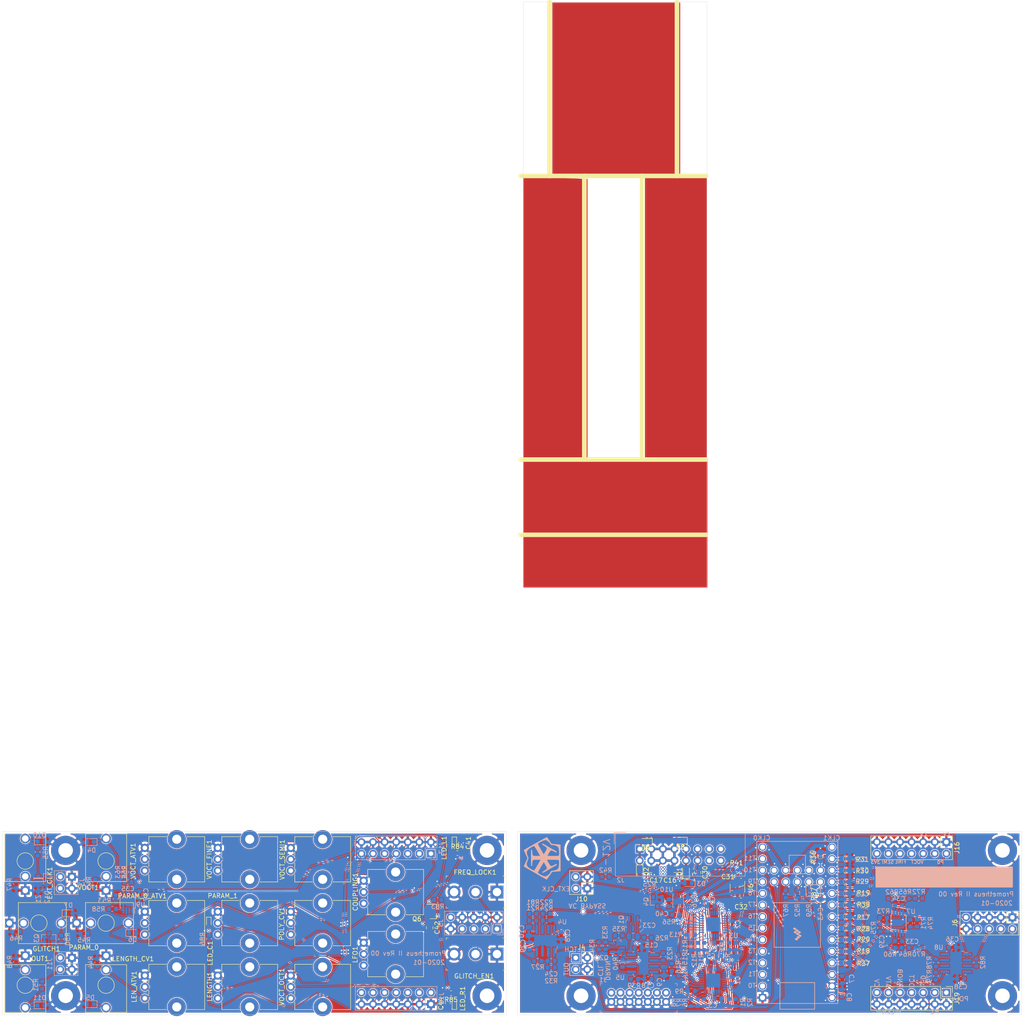
<source format=kicad_pcb>
(kicad_pcb (version 20171130) (host pcbnew 5.1.4+dfsg1-1)
  (layers (0 F.Cu signal hide) (1 In1.Cu signal hide) (2 In2.Cu signal hide) (31 B.Cu signal hide) (34 B.Paste user) (35 F.Paste user) (36 B.SilkS user) (37 F.SilkS user) (38 B.Mask user) (39 F.Mask user) (44 Edge.Cuts user))
  (net 0 "")
  (net 1 GND)
  (net 2 +12V)
  (net 3 -12V)
  (net 4 "Net-(D2-Pad1)")
  (net 5 "Net-(D1-Pad2)")
  (net 6 +1V8)
  (net 7 +3V3)
  (net 8 +5V)
  (net 9 /OUTA)
  (net 10 /CV_FILT)
  (net 11 /LEN_CV_T)
  (net 12 /LEN_KNOB_T)
  (net 13 /PARAM_0_T)
  (net 14 /PARAM_1_T)
  (net 15 /POLY_T)
  (net 16 /VOCT_T)
  (net 17 /VOCT_ATV_T)
  (net 18 /VOCT_FINE_T)
  (net 19 /OUTC)
  (net 20 "Net-(C23-Pad1)")
  (net 21 "Net-(C24-Pad2)")
  (net 22 "Net-(C24-Pad1)")
  (net 23 /VOCT_SEMI_T)
  (net 24 /VOCT_OCT_T)
  (net 25 /LFO_T)
  (net 26 "Net-(C35-Pad2)")
  (net 27 "Net-(C35-Pad1)")
  (net 28 "Net-(C41-Pad1)")
  (net 29 "Net-(D4-Pad1)")
  (net 30 "Net-(D5-Pad1)")
  (net 31 "Net-(D7-Pad1)")
  (net 32 "Net-(D10-Pad1)")
  (net 33 "Net-(D11-Pad1)")
  (net 34 /FREQ_LOCK_T)
  (net 35 "Net-(GLITCH1-PadTN)")
  (net 36 /GLITCH_EN_T)
  (net 37 "Net-(J1-Pad14)")
  (net 38 "Net-(J1-Pad12)")
  (net 39 /JTAG_TDI)
  (net 40 /JTAG_TDO)
  (net 41 /JTAG_TCK)
  (net 42 /JTAG_TMS)
  (net 43 /VJTAG)
  (net 44 "Net-(J2-Pad15)")
  (net 45 "Net-(J2-Pad13)")
  (net 46 "Net-(LED_C1-Pad2)")
  (net 47 "Net-(LED_L1-Pad2)")
  (net 48 "Net-(LED_R1-Pad2)")
  (net 49 /LEN_KNOB)
  (net 50 /LFO)
  (net 51 "Net-(OUT1-PadTN)")
  (net 52 "Net-(PARAM_0-PadTN)")
  (net 53 /PARAM_1)
  (net 54 /POLY)
  (net 55 "Net-(Q1-Pad3)")
  (net 56 "Net-(Q2-Pad2)")
  (net 57 "Net-(Q2-Pad3)")
  (net 58 /GLITCH_IN_T)
  (net 59 "Net-(Q3-Pad1)")
  (net 60 /EXT_CLK_EN_T)
  (net 61 "Net-(Q4-Pad1)")
  (net 62 "Net-(Q6-Pad1)")
  (net 63 "Net-(R1-Pad1)")
  (net 64 "Net-(R2-Pad1)")
  (net 65 "Net-(R3-Pad1)")
  (net 66 "Net-(R4-Pad1)")
  (net 67 /JTAG_TDX0)
  (net 68 /JTAG_TDX1)
  (net 69 "Net-(R6-Pad2)")
  (net 70 "Net-(R7-Pad2)")
  (net 71 "Net-(R8-Pad2)")
  (net 72 "Net-(R9-Pad2)")
  (net 73 "Net-(R10-Pad2)")
  (net 74 "Net-(R11-Pad2)")
  (net 75 "Net-(R12-Pad2)")
  (net 76 "Net-(R13-Pad2)")
  (net 77 /OUT1)
  (net 78 /OUT0)
  (net 79 "Net-(R16-Pad2)")
  (net 80 /LEN_CV)
  (net 81 /PARAM_0)
  (net 82 "Net-(R21-Pad1)")
  (net 83 "Net-(R22-Pad1)")
  (net 84 /OUTB)
  (net 85 /VOCT_CV)
  (net 86 /VOCT_ATV)
  (net 87 /VOCT_FINE)
  (net 88 /VOCT_SEMI)
  (net 89 /VOCT_OCT)
  (net 90 "Net-(R39-Pad2)")
  (net 91 /OUT)
  (net 92 "Net-(R41-Pad2)")
  (net 93 "Net-(R43-Pad2)")
  (net 94 "Net-(R53-Pad1)")
  (net 95 "Net-(R76-Pad2)")
  (net 96 /LFO_LED_T)
  (net 97 /TAPS_LED_T)
  (net 98 /LFSR1_IN)
  (net 99 /LFSR0_IN)
  (net 100 /CLK1_T)
  (net 101 /CLK0_T)
  (net 102 /TAP11)
  (net 103 /TAP10)
  (net 104 /TAP9)
  (net 105 /TAP8)
  (net 106 /TAP7)
  (net 107 /TAP6)
  (net 108 /TAP5)
  (net 109 /TAP4)
  (net 110 /TAP3)
  (net 111 /TAP2)
  (net 112 /TAP1)
  (net 113 /TAP0)
  (net 114 /CLK0)
  (net 115 "Net-(U6-Pad4)")
  (net 116 "Net-(U10-Pad3)")
  (net 117 /PARAM_0_CV_T)
  (net 118 /PARAM_0_CV)
  (net 119 /EXT_CLK)
  (net 120 /VOCT_CV_P)
  (net 121 /VOCT_ATV_P)
  (net 122 /EXT_CLK_P)
  (net 123 /OUT_P)
  (net 124 /LEN_CV_P)
  (net 125 /PARAM_0_P)
  (net 126 /GLITCH_IN_P)
  (net 127 /GLITCH_EN_P)
  (net 128 /LEN_KNOB_P)
  (net 129 /VOCT_OCT_P)
  (net 130 /TAPS_LED_P)
  (net 131 /POLY_P)
  (net 132 /LFO_P)
  (net 133 /LFO_LED_P)
  (net 134 /CV_FILT_P)
  (net 135 /FREQ_LOCK_P)
  (net 136 /PARAM_1_P)
  (net 137 /PARAM_0_CV_P)
  (net 138 /VOCT_FINE_P)
  (net 139 /VOCT_SEMI_P)
  (net 140 "Net-(C33-Pad2)")
  (net 141 "Net-(C33-Pad1)")
  (net 142 "Net-(C34-Pad2)")
  (net 143 "Net-(C34-Pad1)")
  (net 144 /_LEN_CV)
  (net 145 "Net-(R70-Pad2)")
  (net 146 "Net-(R71-Pad2)")
  (net 147 /_PARAM_0_CV)
  (net 148 "Net-(R73-Pad2)")
  (net 149 "Net-(R78-Pad2)")
  (net 150 "Net-(R82-Pad1)")
  (net 151 /LEN_ATV_P)
  (net 152 /LEN_ATV)
  (net 153 /_CV_FILT)
  (net 154 "Net-(C10-Pad1)")
  (net 155 /EXT_CLK_SW_P)
  (net 156 /EXT_CLK_SW)
  (net 157 "Net-(U9-Pad1)")
  (net 158 "Net-(J2-Pad16)")
  (net 159 "Net-(J2-Pad14)")
  (module ttt_lib:Fixed_Potentiometer_Bourns_PTV09A-1_Single_Vertical (layer F.Cu) (at 79.75 97.722)
    (fp_text reference VOCT_SEMI1 (at -1.861 -2.4085 90) (layer F.SilkS))
    (fp_text value 100k)
    (pad "" thru_hole circle (at 7 1.9) (size 4 4) (drill 2) (layers *.Cu *.Mask))
    (pad "" thru_hole circle (at 7 -6.9) (size 4 4) (drill 2) (layers *.Cu *.Mask))
    (pad 1 thru_hole circle (at 0 0) (size 1.8 1.8) (drill 1) (layers *.Cu *.Mask) (net 7 +3V3))
    (pad 2 thru_hole circle (at 0 -2.5) (size 1.8 1.8) (drill 1) (layers *.Cu *.Mask) (net 139 /VOCT_SEMI_P))
    (pad 3 thru_hole circle (at 0 -5) (size 1.8 1.8) (drill 1) (layers *.Cu *.Mask) (net 1 GND))
  )
  (module ttt_lib:Fixed_Potentiometer_Bourns_PTV09A-1_Single_Vertical (layer F.Cu) (at 79.75 125.728)
    (fp_text reference VOCT_OCT1 (at -1.9753 -2.538 90) (layer F.SilkS))
    (fp_text value 100k)
    (pad "" thru_hole circle (at 7 1.9) (size 4 4) (drill 2) (layers *.Cu *.Mask))
    (pad "" thru_hole circle (at 7 -6.9) (size 4 4) (drill 2) (layers *.Cu *.Mask))
    (pad 1 thru_hole circle (at 0 0) (size 1.8 1.8) (drill 1) (layers *.Cu *.Mask) (net 7 +3V3))
    (pad 2 thru_hole circle (at 0 -2.5) (size 1.8 1.8) (drill 1) (layers *.Cu *.Mask) (net 129 /VOCT_OCT_P))
    (pad 3 thru_hole circle (at 0 -5) (size 1.8 1.8) (drill 1) (layers *.Cu *.Mask) (net 1 GND))
  )
  (module ttt_lib:Fixed_Potentiometer_Bourns_PTV09A-1_Single_Vertical (layer F.Cu) (at 63.746 97.722)
    (fp_text reference VOCT_FINE1 (at -1.859 -2.472 90) (layer F.SilkS))
    (fp_text value 100k)
    (pad "" thru_hole circle (at 7 1.9) (size 4 4) (drill 2) (layers *.Cu *.Mask))
    (pad "" thru_hole circle (at 7 -6.9) (size 4 4) (drill 2) (layers *.Cu *.Mask))
    (pad 1 thru_hole circle (at 0 0) (size 1.8 1.8) (drill 1) (layers *.Cu *.Mask) (net 7 +3V3))
    (pad 2 thru_hole circle (at 0 -2.5) (size 1.8 1.8) (drill 1) (layers *.Cu *.Mask) (net 138 /VOCT_FINE_P))
    (pad 3 thru_hole circle (at 0 -5) (size 1.8 1.8) (drill 1) (layers *.Cu *.Mask) (net 1 GND))
  )
  (module ttt_lib:Fixed_Potentiometer_Bourns_PTV09A-1_Single_Vertical (layer F.Cu) (at 47.746 97.722)
    (fp_text reference VOCT_ATV1 (at -2.5595 -2.1545 90) (layer F.SilkS))
    (fp_text value 100k)
    (pad "" thru_hole circle (at 7 1.9) (size 4 4) (drill 2) (layers *.Cu *.Mask))
    (pad "" thru_hole circle (at 7 -6.9) (size 4 4) (drill 2) (layers *.Cu *.Mask))
    (pad 1 thru_hole circle (at 0 0) (size 1.8 1.8) (drill 1) (layers *.Cu *.Mask) (net 7 +3V3))
    (pad 2 thru_hole circle (at 0 -2.5) (size 1.8 1.8) (drill 1) (layers *.Cu *.Mask) (net 121 /VOCT_ATV_P))
    (pad 3 thru_hole circle (at 0 -5) (size 1.8 1.8) (drill 1) (layers *.Cu *.Mask) (net 1 GND))
  )
  (module ttt_lib:Fixed_Potentiometer_Bourns_PTV09A-1_Single_Vertical (layer F.Cu) (at 79.75 111.72)
    (fp_text reference POLY_CV1 (at -1.988 -2.373 90) (layer F.SilkS))
    (fp_text value 100k)
    (pad "" thru_hole circle (at 7 1.9) (size 4 4) (drill 2) (layers *.Cu *.Mask))
    (pad "" thru_hole circle (at 7 -6.9) (size 4 4) (drill 2) (layers *.Cu *.Mask))
    (pad 1 thru_hole circle (at 0 0) (size 1.8 1.8) (drill 1) (layers *.Cu *.Mask) (net 7 +3V3))
    (pad 2 thru_hole circle (at 0 -2.5) (size 1.8 1.8) (drill 1) (layers *.Cu *.Mask) (net 131 /POLY_P))
    (pad 3 thru_hole circle (at 0 -5) (size 1.8 1.8) (drill 1) (layers *.Cu *.Mask) (net 1 GND))
  )
  (module ttt_lib:Fixed_Potentiometer_Bourns_PTV09A-1_Single_Vertical (layer F.Cu) (at 47.746 111.72)
    (fp_text reference PARAM_0_ATV1 (at -0.5529 -8.4436) (layer F.SilkS))
    (fp_text value 100k)
    (pad "" thru_hole circle (at 7 1.9) (size 4 4) (drill 2) (layers *.Cu *.Mask))
    (pad "" thru_hole circle (at 7 -6.9) (size 4 4) (drill 2) (layers *.Cu *.Mask))
    (pad 1 thru_hole circle (at 0 0) (size 1.8 1.8) (drill 1) (layers *.Cu *.Mask) (net 7 +3V3))
    (pad 2 thru_hole circle (at 0 -2.5) (size 1.8 1.8) (drill 1) (layers *.Cu *.Mask) (net 125 /PARAM_0_P))
    (pad 3 thru_hole circle (at 0 -5) (size 1.8 1.8) (drill 1) (layers *.Cu *.Mask) (net 1 GND))
  )
  (module ttt_lib:Fixed_Potentiometer_Bourns_PTV09A-1_Single_Vertical (layer F.Cu) (at 63.746 111.72)
    (fp_text reference PARAM_1 (at 1.0747 -8.4944) (layer F.SilkS))
    (fp_text value 100k)
    (pad "" thru_hole circle (at 7 1.9) (size 4 4) (drill 2) (layers *.Cu *.Mask))
    (pad "" thru_hole circle (at 7 -6.9) (size 4 4) (drill 2) (layers *.Cu *.Mask))
    (pad 1 thru_hole circle (at 0 0) (size 1.8 1.8) (drill 1) (layers *.Cu *.Mask) (net 7 +3V3))
    (pad 2 thru_hole circle (at 0 -2.5) (size 1.8 1.8) (drill 1) (layers *.Cu *.Mask) (net 136 /PARAM_1_P))
    (pad 3 thru_hole circle (at 0 -5) (size 1.8 1.8) (drill 1) (layers *.Cu *.Mask) (net 1 GND))
  )
  (module ttt_lib:Fixed_Potentiometer_Bourns_PTV09A-1_Single_Vertical (layer F.Cu) (at 95.746 118.524)
    (fp_text reference LFO1 (at -1.8677 -2.3952 90) (layer F.SilkS))
    (fp_text value 100k)
    (pad "" thru_hole circle (at 7 1.9) (size 4 4) (drill 2) (layers *.Cu *.Mask))
    (pad "" thru_hole circle (at 7 -6.9) (size 4 4) (drill 2) (layers *.Cu *.Mask))
    (pad 1 thru_hole circle (at 0 0) (size 1.8 1.8) (drill 1) (layers *.Cu *.Mask) (net 7 +3V3))
    (pad 2 thru_hole circle (at 0 -2.5) (size 1.8 1.8) (drill 1) (layers *.Cu *.Mask) (net 132 /LFO_P))
    (pad 3 thru_hole circle (at 0 -5) (size 1.8 1.8) (drill 1) (layers *.Cu *.Mask) (net 1 GND))
  )
  (module ttt_lib:Fixed_Potentiometer_Bourns_PTV09A-1_Single_Vertical (layer F.Cu) (at 63.746 125.728)
    (fp_text reference LENGTH1 (at -1.7701 -2.538 90) (layer F.SilkS))
    (fp_text value 100k)
    (pad "" thru_hole circle (at 7 1.9) (size 4 4) (drill 2) (layers *.Cu *.Mask))
    (pad "" thru_hole circle (at 7 -6.9) (size 4 4) (drill 2) (layers *.Cu *.Mask))
    (pad 1 thru_hole circle (at 0 0) (size 1.8 1.8) (drill 1) (layers *.Cu *.Mask) (net 7 +3V3))
    (pad 2 thru_hole circle (at 0 -2.5) (size 1.8 1.8) (drill 1) (layers *.Cu *.Mask) (net 128 /LEN_KNOB_P))
    (pad 3 thru_hole circle (at 0 -5) (size 1.8 1.8) (drill 1) (layers *.Cu *.Mask) (net 1 GND))
  )
  (module ttt_lib:Fixed_Potentiometer_Bourns_PTV09A-1_Single_Vertical (layer F.Cu) (at 47.74692 125.724)
    (fp_text reference LEN_ATV1 (at -2.33182 -2.534 90) (layer F.SilkS))
    (fp_text value 100k)
    (pad "" thru_hole circle (at 7 1.9) (size 4 4) (drill 2) (layers *.Cu *.Mask))
    (pad "" thru_hole circle (at 7 -6.9) (size 4 4) (drill 2) (layers *.Cu *.Mask))
    (pad 1 thru_hole circle (at 0 0) (size 1.8 1.8) (drill 1) (layers *.Cu *.Mask) (net 124 /LEN_CV_P))
    (pad 2 thru_hole circle (at 0 -2.5) (size 1.8 1.8) (drill 1) (layers *.Cu *.Mask) (net 151 /LEN_ATV_P))
    (pad 3 thru_hole circle (at 0 -5) (size 1.8 1.8) (drill 1) (layers *.Cu *.Mask) (net 1 GND))
  )
  (module ttt_lib:Fixed_Potentiometer_Bourns_PTV09A-1_Single_Vertical (layer F.Cu) (at 95.746 104.916)
    (fp_text reference COUPLING1 (at -1.8169 -2.554 90) (layer F.SilkS))
    (fp_text value 100k)
    (pad "" thru_hole circle (at 7 1.9) (size 4 4) (drill 2) (layers *.Cu *.Mask))
    (pad "" thru_hole circle (at 7 -6.9) (size 4 4) (drill 2) (layers *.Cu *.Mask))
    (pad 1 thru_hole circle (at 0 0) (size 1.8 1.8) (drill 1) (layers *.Cu *.Mask) (net 7 +3V3))
    (pad 2 thru_hole circle (at 0 -2.5) (size 1.8 1.8) (drill 1) (layers *.Cu *.Mask) (net 134 /CV_FILT_P))
    (pad 3 thru_hole circle (at 0 -5) (size 1.8 1.8) (drill 1) (layers *.Cu *.Mask) (net 1 GND))
  )
  (module ttt_lib:TTT_11.1x9.5 (layer B.Cu) (at 134.7215 94.996 90)
    (fp_text reference G*** hide)
    (fp_text value LOGO hide)
  )
  (module Connector_PinHeader_2.54mm:PinHeader_2x07_P2.54mm_Vertical (layer F.Cu) (at 223.52 124.46 270)
    (fp_text reference J19 (at 1.27 -2.33 90) (layer F.SilkS))
    (fp_text value Conn_02x07_Odd_Even)
    (pad 14 thru_hole oval (at 2.54 15.24 270) (size 1.7 1.7) (drill 1) (layers *.Cu *.Mask) (net 1 GND))
    (pad 13 thru_hole oval (at 0 15.24 270) (size 1.7 1.7) (drill 1) (layers *.Cu *.Mask) (net 144 /_LEN_CV))
    (pad 12 thru_hole oval (at 2.54 12.7 270) (size 1.7 1.7) (drill 1) (layers *.Cu *.Mask) (net 1 GND))
    (pad 11 thru_hole oval (at 0 12.7 270) (size 1.7 1.7) (drill 1) (layers *.Cu *.Mask) (net 152 /LEN_ATV))
    (pad 10 thru_hole oval (at 2.54 10.16 270) (size 1.7 1.7) (drill 1) (layers *.Cu *.Mask) (net 1 GND))
    (pad 9 thru_hole oval (at 0 10.16 270) (size 1.7 1.7) (drill 1) (layers *.Cu *.Mask) (net 49 /LEN_KNOB))
    (pad 8 thru_hole oval (at 2.54 7.62 270) (size 1.7 1.7) (drill 1) (layers *.Cu *.Mask) (net 1 GND))
    (pad 7 thru_hole oval (at 0 7.62 270) (size 1.7 1.7) (drill 1) (layers *.Cu *.Mask) (net 89 /VOCT_OCT))
    (pad 6 thru_hole oval (at 2.54 5.08 270) (size 1.7 1.7) (drill 1) (layers *.Cu *.Mask) (net 1 GND))
    (pad 5 thru_hole oval (at 0 5.08 270) (size 1.7 1.7) (drill 1) (layers *.Cu *.Mask) (net 97 /TAPS_LED_T))
    (pad 4 thru_hole oval (at 2.54 2.54 270) (size 1.7 1.7) (drill 1) (layers *.Cu *.Mask) (net 1 GND))
    (pad 3 thru_hole oval (at 0 2.54 270) (size 1.7 1.7) (drill 1) (layers *.Cu *.Mask) (net 53 /PARAM_1))
    (pad 2 thru_hole oval (at 2.54 0 270) (size 1.7 1.7) (drill 1) (layers *.Cu *.Mask) (net 1 GND))
    (pad 1 thru_hole rect (at 0 0 270) (size 1.7 1.7) (drill 1) (layers *.Cu *.Mask) (net 54 /POLY))
  )
  (module ttt_lib:Teensy40_underpins (layer B.Cu) (at 190.8302 109.0676 90)
    (fp_text reference U1 hide)
    (fp_text value Teensy4.0_NoSD)
    (pad 44 thru_hole circle (at 8.89 -5.08 90) (size 1.6 1.6) (drill 1.1) (layers *.Cu *.Mask) (net 98 /LFSR1_IN))
    (pad 43 thru_hole circle (at 8.89 -2.54 90) (size 1.6 1.6) (drill 1.1) (layers *.Cu *.Mask) (net 58 /GLITCH_IN_T))
    (pad 42 thru_hole circle (at 8.89 0 90) (size 1.6 1.6) (drill 1.1) (layers *.Cu *.Mask) (net 34 /FREQ_LOCK_T))
    (pad 41 thru_hole circle (at 8.89 2.54 90) (size 1.6 1.6) (drill 1.1) (layers *.Cu *.Mask) (net 36 /GLITCH_EN_T))
    (pad 40 thru_hole circle (at 8.89 5.08 90) (size 1.6 1.6) (drill 1.1) (layers *.Cu *.Mask) (net 13 /PARAM_0_T))
    (pad 39 thru_hole circle (at 11.43 -5.08 90) (size 1.6 1.6) (drill 1.1) (layers *.Cu *.Mask) (net 99 /LFSR0_IN))
    (pad 38 thru_hole circle (at 11.43 -2.54 90) (size 1.6 1.6) (drill 1.1) (layers *.Cu *.Mask) (net 60 /EXT_CLK_EN_T))
    (pad 37 thru_hole circle (at 11.43 0 90) (size 1.6 1.6) (drill 1.1) (layers *.Cu *.Mask) (net 97 /TAPS_LED_T))
    (pad 36 thru_hole circle (at 11.43 2.54 90) (size 1.6 1.6) (drill 1.1) (layers *.Cu *.Mask) (net 96 /LFO_LED_T))
    (pad 35 thru_hole circle (at 11.43 5.08 90) (size 1.6 1.6) (drill 1.1) (layers *.Cu *.Mask) (net 23 /VOCT_SEMI_T))
    (pad 20 thru_hole circle (at 16.51 7.62 90) (size 1.6 1.6) (drill 1.1) (layers *.Cu *.Mask) (net 100 /CLK1_T))
    (pad 14 thru_hole circle (at 16.51 -7.62 90) (size 1.6 1.6) (drill 1.1) (layers *.Cu *.Mask) (net 101 /CLK0_T))
    (pad 21 thru_hole circle (at 13.97 7.62 90) (size 1.6 1.6) (drill 1.1) (layers *.Cu *.Mask) (net 18 /VOCT_FINE_T))
    (pad 22 thru_hole circle (at 11.43 7.62 90) (size 1.6 1.6) (drill 1.1) (layers *.Cu *.Mask) (net 17 /VOCT_ATV_T))
    (pad 23 thru_hole circle (at 8.89 7.62 90) (size 1.6 1.6) (drill 1.1) (layers *.Cu *.Mask) (net 16 /VOCT_T))
    (pad 24 thru_hole circle (at 6.35 7.62 90) (size 1.6 1.6) (drill 1.1) (layers *.Cu *.Mask) (net 117 /PARAM_0_CV_T))
    (pad 25 thru_hole circle (at 3.81 7.62 90) (size 1.6 1.6) (drill 1.1) (layers *.Cu *.Mask) (net 25 /LFO_T))
    (pad 26 thru_hole circle (at 1.27 7.62 90) (size 1.6 1.6) (drill 1.1) (layers *.Cu *.Mask) (net 11 /LEN_CV_T))
    (pad 27 thru_hole circle (at -1.27 7.62 90) (size 1.6 1.6) (drill 1.1) (layers *.Cu *.Mask) (net 15 /POLY_T))
    (pad 28 thru_hole circle (at -3.81 7.62 90) (size 1.6 1.6) (drill 1.1) (layers *.Cu *.Mask) (net 14 /PARAM_1_T))
    (pad 29 thru_hole circle (at -6.35 7.62 90) (size 1.6 1.6) (drill 1.1) (layers *.Cu *.Mask) (net 24 /VOCT_OCT_T))
    (pad 30 thru_hole circle (at -8.89 7.62 90) (size 1.6 1.6) (drill 1.1) (layers *.Cu *.Mask) (net 12 /LEN_KNOB_T))
    (pad 31 thru_hole circle (at -11.43 7.62 90) (size 1.6 1.6) (drill 1.1) (layers *.Cu *.Mask) (net 7 +3V3))
    (pad 32 thru_hole circle (at -13.97 7.62 90) (size 1.6 1.6) (drill 1.1) (layers *.Cu *.Mask) (net 1 GND))
    (pad 33 thru_hole circle (at -16.51 7.62 90) (size 1.6 1.6) (drill 1.1) (layers *.Cu *.Mask) (net 8 +5V))
    (pad 13 thru_hole circle (at 13.97 -7.62 90) (size 1.6 1.6) (drill 1.1) (layers *.Cu *.Mask) (net 102 /TAP11))
    (pad 12 thru_hole circle (at 11.43 -7.62 90) (size 1.6 1.6) (drill 1.1) (layers *.Cu *.Mask) (net 103 /TAP10))
    (pad 11 thru_hole circle (at 8.89 -7.62 90) (size 1.6 1.6) (drill 1.1) (layers *.Cu *.Mask) (net 104 /TAP9))
    (pad 10 thru_hole circle (at 6.35 -7.62 90) (size 1.6 1.6) (drill 1.1) (layers *.Cu *.Mask) (net 105 /TAP8))
    (pad 9 thru_hole circle (at 3.81 -7.62 90) (size 1.6 1.6) (drill 1.1) (layers *.Cu *.Mask) (net 106 /TAP7))
    (pad 8 thru_hole circle (at 1.27 -7.62 90) (size 1.6 1.6) (drill 1.1) (layers *.Cu *.Mask) (net 107 /TAP6))
    (pad 7 thru_hole circle (at -1.27 -7.62 90) (size 1.6 1.6) (drill 1.1) (layers *.Cu *.Mask) (net 108 /TAP5))
    (pad 6 thru_hole circle (at -3.81 -7.62 90) (size 1.6 1.6) (drill 1.1) (layers *.Cu *.Mask) (net 109 /TAP4))
    (pad 5 thru_hole circle (at -6.35 -7.62 90) (size 1.6 1.6) (drill 1.1) (layers *.Cu *.Mask) (net 110 /TAP3))
    (pad 4 thru_hole circle (at -8.89 -7.62 90) (size 1.6 1.6) (drill 1.1) (layers *.Cu *.Mask) (net 111 /TAP2))
    (pad 3 thru_hole circle (at -11.43 -7.62 90) (size 1.6 1.6) (drill 1.1) (layers *.Cu *.Mask) (net 112 /TAP1))
    (pad 2 thru_hole circle (at -13.97 -7.62 90) (size 1.6 1.6) (drill 1.1) (layers *.Cu *.Mask) (net 113 /TAP0))
    (pad 1 thru_hole rect (at -16.51 -7.62 90) (size 1.6 1.6) (drill 1.1) (layers *.Cu *.Mask) (net 1 GND))
  )
  (module Capacitor_SMD:C_0603_1608Metric (layer B.Cu) (at 136.855 117.5385 180)
    (fp_text reference C24 (at 0 -2.8575) (layer B.SilkS) (effects (justify mirror)))
    (fp_text value 1n)
    (pad 2 smd roundrect (at 0.7875 0 180) (size 0.875 0.95) (layers B.Cu B.Paste B.Mask) (net 21 "Net-(C24-Pad2)"))
    (pad 1 smd roundrect (at -0.7875 0 180) (size 0.875 0.95) (layers B.Cu B.Paste B.Mask) (net 22 "Net-(C24-Pad1)"))
  )
  (module Capacitor_SMD:C_0603_1608Metric (layer B.Cu) (at 176.3595 121.793 90)
    (fp_text reference C1 (at 0 1.43 270) (layer B.SilkS) (effects (justify mirror)))
    (fp_text value 1u)
    (pad 2 smd roundrect (at 0.7875 0 90) (size 0.875 0.95) (layers B.Cu B.Paste B.Mask) (net 1 GND))
    (pad 1 smd roundrect (at -0.7875 0 90) (size 0.875 0.95) (layers B.Cu B.Paste B.Mask) (net 6 +1V8))
  )
  (module Capacitor_SMD:C_0603_1608Metric (layer B.Cu) (at 176.3555 109.4915 90)
    (fp_text reference C2 (at 0 1.43 270) (layer B.SilkS) (effects (justify mirror)))
    (fp_text value 1u)
    (pad 2 smd roundrect (at 0.7875 0 90) (size 0.875 0.95) (layers B.Cu B.Paste B.Mask) (net 1 GND))
    (pad 1 smd roundrect (at -0.7875 0 90) (size 0.875 0.95) (layers B.Cu B.Paste B.Mask) (net 6 +1V8))
  )
  (module Capacitor_SMD:C_0603_1608Metric (layer B.Cu) (at 173.408 125.74)
    (fp_text reference C3 (at -1.0945 1.514 180) (layer B.SilkS) (effects (justify mirror)))
    (fp_text value 1u)
    (pad 2 smd roundrect (at 0.7875 0) (size 0.875 0.95) (layers B.Cu B.Paste B.Mask) (net 1 GND))
    (pad 1 smd roundrect (at -0.7875 0) (size 0.875 0.95) (layers B.Cu B.Paste B.Mask) (net 7 +3V3))
  )
  (module Capacitor_SMD:C_0603_1608Metric (layer B.Cu) (at 173.408 113.4415)
    (fp_text reference C4 (at -1.0945 1.6205 180) (layer B.SilkS) (effects (justify mirror)))
    (fp_text value 1u)
    (pad 2 smd roundrect (at 0.7875 0) (size 0.875 0.95) (layers B.Cu B.Paste B.Mask) (net 1 GND))
    (pad 1 smd roundrect (at -0.7875 0) (size 0.875 0.95) (layers B.Cu B.Paste B.Mask) (net 7 +3V3))
  )
  (module Capacitor_SMD:C_0603_1608Metric (layer B.Cu) (at 171.9095 117.836 180)
    (fp_text reference C5 (at 0 1.43 180) (layer B.SilkS) (effects (justify mirror)))
    (fp_text value 1u)
    (pad 2 smd roundrect (at 0.7875 0 180) (size 0.875 0.95) (layers B.Cu B.Paste B.Mask) (net 1 GND))
    (pad 1 smd roundrect (at -0.7875 0 180) (size 0.875 0.95) (layers B.Cu B.Paste B.Mask) (net 7 +3V3))
  )
  (module Capacitor_SMD:C_0603_1608Metric (layer B.Cu) (at 171.937 105.5445 180)
    (fp_text reference C6 (at 0 1.43 180) (layer B.SilkS) (effects (justify mirror)))
    (fp_text value 1u)
    (pad 2 smd roundrect (at 0.7875 0 180) (size 0.875 0.95) (layers B.Cu B.Paste B.Mask) (net 1 GND))
    (pad 1 smd roundrect (at -0.7875 0 180) (size 0.875 0.95) (layers B.Cu B.Paste B.Mask) (net 7 +3V3))
  )
  (module Capacitor_SMD:C_0603_1608Metric (layer B.Cu) (at 200.6727 121.6026 270)
    (fp_text reference C7 (at -0.1906 -2.1208 90) (layer B.SilkS) (effects (justify mirror)))
    (fp_text value 1u)
    (pad 2 smd roundrect (at 0.7875 0 270) (size 0.875 0.95) (layers B.Cu B.Paste B.Mask) (net 1 GND))
    (pad 1 smd roundrect (at -0.7875 0 270) (size 0.875 0.95) (layers B.Cu B.Paste B.Mask) (net 7 +3V3))
  )
  (module Capacitor_SMD:C_0603_1608Metric (layer B.Cu) (at 200.6727 124.5616 90)
    (fp_text reference C8 (at -0.9144 1.6128 90) (layer B.SilkS) (effects (justify mirror)))
    (fp_text value 1u)
    (pad 2 smd roundrect (at 0.7875 0 90) (size 0.875 0.95) (layers B.Cu B.Paste B.Mask) (net 1 GND))
    (pad 1 smd roundrect (at -0.7875 0 90) (size 0.875 0.95) (layers B.Cu B.Paste B.Mask) (net 8 +5V))
  )
  (module Capacitor_SMD:C_0603_1608Metric (layer B.Cu) (at 155.9305 114.6175 180)
    (fp_text reference C15 (at -2.921 0.5715) (layer B.SilkS) (effects (justify mirror)))
    (fp_text value 1u)
    (pad 2 smd roundrect (at 0.7875 0 180) (size 0.875 0.95) (layers B.Cu B.Paste B.Mask) (net 2 +12V))
    (pad 1 smd roundrect (at -0.7875 0 180) (size 0.875 0.95) (layers B.Cu B.Paste B.Mask) (net 1 GND))
  )
  (module Capacitor_SMD:C_0603_1608Metric (layer B.Cu) (at 158.0895 121.4755 180)
    (fp_text reference C18 (at 0 -1.4605) (layer B.SilkS) (effects (justify mirror)))
    (fp_text value 1u)
    (pad 2 smd roundrect (at 0.7875 0 180) (size 0.875 0.95) (layers B.Cu B.Paste B.Mask) (net 1 GND))
    (pad 1 smd roundrect (at -0.7875 0 180) (size 0.875 0.95) (layers B.Cu B.Paste B.Mask) (net 3 -12V))
  )
  (module Capacitor_SMD:C_0603_1608Metric (layer B.Cu) (at 139.0395 111.9505 90)
    (fp_text reference C28 (at 0 1.43 90) (layer B.SilkS) (effects (justify mirror)))
    (fp_text value 1u)
    (pad 2 smd roundrect (at 0.7875 0 90) (size 0.875 0.95) (layers B.Cu B.Paste B.Mask) (net 2 +12V))
    (pad 1 smd roundrect (at -0.7875 0 90) (size 0.875 0.95) (layers B.Cu B.Paste B.Mask) (net 1 GND))
  )
  (module Capacitor_SMD:C_0603_1608Metric (layer B.Cu) (at 132.156 114.2365 90)
    (fp_text reference C29 (at 0 -1.4985 90) (layer B.SilkS) (effects (justify mirror)))
    (fp_text value 1u)
    (pad 2 smd roundrect (at 0.7875 0 90) (size 0.875 0.95) (layers B.Cu B.Paste B.Mask) (net 1 GND))
    (pad 1 smd roundrect (at -0.7875 0 90) (size 0.875 0.95) (layers B.Cu B.Paste B.Mask) (net 3 -12V))
  )
  (module Capacitor_SMD:C_0603_1608Metric (layer F.Cu) (at 178.4982 98.9076 180)
    (fp_text reference C31 (at 2.8827 -0.1524 180) (layer F.SilkS))
    (fp_text value 1u)
    (pad 2 smd roundrect (at 0.7875 0 180) (size 0.875 0.95) (layers F.Cu F.Paste F.Mask) (net 1 GND))
    (pad 1 smd roundrect (at -0.7875 0 180) (size 0.875 0.95) (layers F.Cu F.Paste F.Mask) (net 8 +5V))
  )
  (module Capacitor_SMD:C_0603_1608Metric (layer F.Cu) (at 178.4982 104.2416 180)
    (fp_text reference C32 (at 0 -1.43 180) (layer F.SilkS))
    (fp_text value 1u)
    (pad 2 smd roundrect (at 0.7875 0 180) (size 0.875 0.95) (layers F.Cu F.Paste F.Mask) (net 1 GND))
    (pad 1 smd roundrect (at -0.7875 0 180) (size 0.875 0.95) (layers F.Cu F.Paste F.Mask) (net 6 +1V8))
  )
  (module Capacitor_SMD:C_0603_1608Metric (layer B.Cu) (at 213.0316 113.1526 180)
    (fp_text reference C33 (at -2.9699 -0.1314) (layer B.SilkS) (effects (justify mirror)))
    (fp_text value 1n)
    (pad 2 smd roundrect (at 0.7875 0 180) (size 0.875 0.95) (layers B.Cu B.Paste B.Mask) (net 140 "Net-(C33-Pad2)"))
    (pad 1 smd roundrect (at -0.7875 0 180) (size 0.875 0.95) (layers B.Cu B.Paste B.Mask) (net 141 "Net-(C33-Pad1)"))
  )
  (module Capacitor_SMD:C_0603_1608Metric (layer B.Cu) (at 44.018 100.2665)
    (fp_text reference C35 (at 0 1.43) (layer B.SilkS) (effects (justify mirror)))
    (fp_text value 1n)
    (pad 2 smd roundrect (at 0.7875 0) (size 0.875 0.95) (layers B.Cu B.Paste B.Mask) (net 26 "Net-(C35-Pad2)"))
    (pad 1 smd roundrect (at -0.7875 0) (size 0.875 0.95) (layers B.Cu B.Paste B.Mask) (net 27 "Net-(C35-Pad1)"))
  )
  (module Capacitor_SMD:C_0603_1608Metric (layer B.Cu) (at 46.5835 102.9715 90)
    (fp_text reference C37 (at 0 1.43 90) (layer B.SilkS) (effects (justify mirror)))
    (fp_text value 1u)
    (pad 2 smd roundrect (at 0.7875 0 90) (size 0.875 0.95) (layers B.Cu B.Paste B.Mask) (net 7 +3V3))
    (pad 1 smd roundrect (at -0.7875 0 90) (size 0.875 0.95) (layers B.Cu B.Paste B.Mask) (net 1 GND))
  )
  (module Capacitor_SMD:C_0603_1608Metric (layer B.Cu) (at 162.687 104.775 90)
    (fp_text reference C40 (at -2.413 -1.5495 180) (layer B.SilkS) (effects (justify mirror)))
    (fp_text value 1u)
    (pad 2 smd roundrect (at 0.7875 0 90) (size 0.875 0.95) (layers B.Cu B.Paste B.Mask) (net 1 GND))
    (pad 1 smd roundrect (at -0.7875 0 90) (size 0.875 0.95) (layers B.Cu B.Paste B.Mask) (net 7 +3V3))
  )
  (module Capacitor_SMD:C_0603_1608Metric (layer F.Cu) (at 117.0685 91.624 90)
    (fp_text reference C41 (at 0 1.651 270) (layer F.SilkS))
    (fp_text value 1u)
    (pad 2 smd roundrect (at 0.7875 0 90) (size 0.875 0.95) (layers F.Cu F.Paste F.Mask) (net 1 GND))
    (pad 1 smd roundrect (at -0.7875 0 90) (size 0.875 0.95) (layers F.Cu F.Paste F.Mask) (net 28 "Net-(C41-Pad1)"))
  )
  (module Capacitor_SMD:C_0603_1608Metric (layer F.Cu) (at 114.1835 126.789 270)
    (fp_text reference C44 (at 0.087 1.52 90) (layer F.SilkS))
    (fp_text value 1u)
    (pad 2 smd roundrect (at 0.7875 0 270) (size 0.875 0.95) (layers F.Cu F.Paste F.Mask) (net 1 GND))
    (pad 1 smd roundrect (at -0.7875 0 270) (size 0.875 0.95) (layers F.Cu F.Paste F.Mask) (net 28 "Net-(C41-Pad1)"))
  )
  (module Capacitor_SMD:C_0603_1608Metric (layer B.Cu) (at 213.0531 105.2913 180)
    (fp_text reference C34 (at 0 1.43) (layer B.SilkS) (effects (justify mirror)))
    (fp_text value 1n)
    (pad 2 smd roundrect (at 0.7875 0 180) (size 0.875 0.95) (layers B.Cu B.Paste B.Mask) (net 142 "Net-(C34-Pad2)"))
    (pad 1 smd roundrect (at -0.7875 0 180) (size 0.875 0.95) (layers B.Cu B.Paste B.Mask) (net 143 "Net-(C34-Pad1)"))
  )
  (module Capacitor_SMD:C_0603_1608Metric (layer B.Cu) (at 224.828 114.554)
    (fp_text reference C36 (at 0 -1.778) (layer B.SilkS) (effects (justify mirror)))
    (fp_text value 1u)
    (pad 2 smd roundrect (at 0.7875 0) (size 0.875 0.95) (layers B.Cu B.Paste B.Mask) (net 1 GND))
    (pad 1 smd roundrect (at -0.7875 0) (size 0.875 0.95) (layers B.Cu B.Paste B.Mask) (net 2 +12V))
  )
  (module Capacitor_SMD:C_0603_1608Metric (layer B.Cu) (at 226.6695 121.412)
    (fp_text reference C38 (at 0 1.778) (layer B.SilkS) (effects (justify mirror)))
    (fp_text value 1u)
    (pad 2 smd roundrect (at 0.7875 0) (size 0.875 0.95) (layers B.Cu B.Paste B.Mask) (net 3 -12V))
    (pad 1 smd roundrect (at -0.7875 0) (size 0.875 0.95) (layers B.Cu B.Paste B.Mask) (net 1 GND))
  )
  (module Capacitor_SMD:C_0603_1608Metric (layer B.Cu) (at 210.4516 110.257 270)
    (fp_text reference C39 (at 3.027 1.0541 90) (layer B.SilkS) (effects (justify mirror)))
    (fp_text value 1u)
    (pad 2 smd roundrect (at 0.7875 0 270) (size 0.875 0.95) (layers B.Cu B.Paste B.Mask) (net 7 +3V3))
    (pad 1 smd roundrect (at -0.7875 0 270) (size 0.875 0.95) (layers B.Cu B.Paste B.Mask) (net 1 GND))
  )
  (module Package_DFN_QFN:QFN-32-1EP_5x5mm_P0.5mm_EP3.1x3.1mm (layer B.Cu) (at 172.409001 121.790999)
    (fp_text reference U2 (at 4.222499 -2.664999 180) (layer B.SilkS) (effects (justify mirror)))
    (fp_text value XC2C32A_LFSR)
    (pad 33 smd roundrect (at 0 0) (size 3.1 3.1) (layers B.Cu B.Mask) (roundrect_rratio 0.08064499999999999) (net 1 GND))
    (pad 1 smd roundrect (at -2.4375 1.75) (size 0.875 0.25) (layers B.Cu B.Paste B.Mask) (net 72 "Net-(R9-Pad2)"))
    (pad 2 smd roundrect (at -2.4375 1.25) (size 0.875 0.25) (layers B.Cu B.Paste B.Mask) (net 102 /TAP11))
    (pad 3 smd roundrect (at -2.4375 0.75) (size 0.875 0.25) (layers B.Cu B.Paste B.Mask) (net 77 /OUT1))
    (pad 4 smd roundrect (at -2.4375 0.25) (size 0.875 0.25) (layers B.Cu B.Paste B.Mask) (net 43 /VJTAG))
    (pad 5 smd roundrect (at -2.4375 -0.25) (size 0.875 0.25) (layers B.Cu B.Paste B.Mask) (net 98 /LFSR1_IN))
    (pad 6 smd roundrect (at -2.4375 -0.75) (size 0.875 0.25) (layers B.Cu B.Paste B.Mask) (net 100 /CLK1_T))
    (pad 7 smd roundrect (at -2.4375 -1.25) (size 0.875 0.25) (layers B.Cu B.Paste B.Mask) (net 113 /TAP0))
    (pad 8 smd roundrect (at -2.4375 -1.75) (size 0.875 0.25) (layers B.Cu B.Paste B.Mask) (net 112 /TAP1))
    (pad 9 smd roundrect (at -1.75 -2.4375) (size 0.25 0.875) (layers B.Cu B.Paste B.Mask) (net 111 /TAP2))
    (pad 10 smd roundrect (at -1.25 -2.4375) (size 0.25 0.875) (layers B.Cu B.Paste B.Mask) (net 110 /TAP3))
    (pad 11 smd roundrect (at -0.75 -2.4375) (size 0.25 0.875) (layers B.Cu B.Paste B.Mask) (net 1 GND))
    (pad 12 smd roundrect (at -0.25 -2.4375) (size 0.25 0.875) (layers B.Cu B.Paste B.Mask) (net 7 +3V3))
    (pad 13 smd roundrect (at 0.25 -2.4375) (size 0.25 0.875) (layers B.Cu B.Paste B.Mask) (net 109 /TAP4))
    (pad 14 smd roundrect (at 0.75 -2.4375) (size 0.25 0.875) (layers B.Cu B.Paste B.Mask) (net 68 /JTAG_TDX1))
    (pad 15 smd roundrect (at 1.25 -2.4375) (size 0.25 0.875) (layers B.Cu B.Paste B.Mask) (net 42 /JTAG_TMS))
    (pad 16 smd roundrect (at 1.75 -2.4375) (size 0.25 0.875) (layers B.Cu B.Paste B.Mask) (net 41 /JTAG_TCK))
    (pad 17 smd roundrect (at 2.4375 -1.75) (size 0.875 0.25) (layers B.Cu B.Paste B.Mask) (net 108 /TAP5))
    (pad 18 smd roundrect (at 2.4375 -1.25) (size 0.875 0.25) (layers B.Cu B.Paste B.Mask) (net 107 /TAP6))
    (pad 19 smd roundrect (at 2.4375 -0.75) (size 0.875 0.25) (layers B.Cu B.Paste B.Mask) (net 106 /TAP7))
    (pad 20 smd roundrect (at 2.4375 -0.25) (size 0.875 0.25) (layers B.Cu B.Paste B.Mask) (net 1 GND))
    (pad 21 smd roundrect (at 2.4375 0.25) (size 0.875 0.25) (layers B.Cu B.Paste B.Mask) (net 6 +1V8))
    (pad 22 smd roundrect (at 2.4375 0.75) (size 0.875 0.25) (layers B.Cu B.Paste B.Mask) (net 103 /TAP10))
    (pad 23 smd roundrect (at 2.4375 1.25) (size 0.875 0.25) (layers B.Cu B.Paste B.Mask) (net 64 "Net-(R2-Pad1)"))
    (pad 24 smd roundrect (at 2.4375 1.75) (size 0.875 0.25) (layers B.Cu B.Paste B.Mask) (net 63 "Net-(R1-Pad1)"))
    (pad 25 smd roundrect (at 1.75 2.4375) (size 0.25 0.875) (layers B.Cu B.Paste B.Mask) (net 40 /JTAG_TDO))
    (pad 26 smd roundrect (at 1.25 2.4375) (size 0.25 0.875) (layers B.Cu B.Paste B.Mask) (net 1 GND))
    (pad 27 smd roundrect (at 0.75 2.4375) (size 0.25 0.875) (layers B.Cu B.Paste B.Mask) (net 7 +3V3))
    (pad 28 smd roundrect (at 0.25 2.4375) (size 0.25 0.875) (layers B.Cu B.Paste B.Mask) (net 104 /TAP9))
    (pad 29 smd roundrect (at -0.25 2.4375) (size 0.25 0.875) (layers B.Cu B.Paste B.Mask) (net 105 /TAP8))
    (pad 30 smd roundrect (at -0.75 2.4375) (size 0.25 0.875) (layers B.Cu B.Paste B.Mask) (net 69 "Net-(R6-Pad2)"))
    (pad 31 smd roundrect (at -1.25 2.4375) (size 0.25 0.875) (layers B.Cu B.Paste B.Mask) (net 70 "Net-(R7-Pad2)"))
    (pad 32 smd roundrect (at -1.75 2.4375) (size 0.25 0.875) (layers B.Cu B.Paste B.Mask) (net 71 "Net-(R8-Pad2)"))
  )
  (module Connector_PinHeader_2.54mm:PinHeader_2x05_P2.54mm_Vertical (layer F.Cu) (at 238.004 107.952 270)
    (fp_text reference J6 (at 1.268 12.6045 90) (layer F.SilkS))
    (fp_text value Conn_02x05_Odd_Even)
    (pad 10 thru_hole oval (at 2.54 10.16 270) (size 1.7 1.7) (drill 1) (layers *.Cu *.Mask) (net 1 GND))
    (pad 9 thru_hole oval (at 0 10.16 270) (size 1.7 1.7) (drill 1) (layers *.Cu *.Mask) (net 96 /LFO_LED_T))
    (pad 8 thru_hole oval (at 2.54 7.62 270) (size 1.7 1.7) (drill 1) (layers *.Cu *.Mask) (net 50 /LFO))
    (pad 7 thru_hole oval (at 0 7.62 270) (size 1.7 1.7) (drill 1) (layers *.Cu *.Mask) (net 1 GND))
    (pad 6 thru_hole oval (at 2.54 5.08 270) (size 1.7 1.7) (drill 1) (layers *.Cu *.Mask) (net 153 /_CV_FILT))
    (pad 5 thru_hole oval (at 0 5.08 270) (size 1.7 1.7) (drill 1) (layers *.Cu *.Mask) (net 1 GND))
    (pad 4 thru_hole oval (at 2.54 2.54 270) (size 1.7 1.7) (drill 1) (layers *.Cu *.Mask) (net 36 /GLITCH_EN_T))
    (pad 3 thru_hole oval (at 0 2.54 270) (size 1.7 1.7) (drill 1) (layers *.Cu *.Mask) (net 1 GND))
    (pad 2 thru_hole oval (at 2.54 0 270) (size 1.7 1.7) (drill 1) (layers *.Cu *.Mask) (net 34 /FREQ_LOCK_T))
    (pad 1 thru_hole rect (at 0 0 270) (size 1.7 1.7) (drill 1) (layers *.Cu *.Mask) (net 1 GND))
  )
  (module Connector_PinHeader_2.54mm:PinHeader_2x05_P2.54mm_Vertical (layer B.Cu) (at 124.968 110.489 90)
    (fp_text reference J5 (at 1.269 -12.3445 90) (layer B.SilkS) (effects (justify mirror)))
    (fp_text value Conn_02x05_Odd_Even)
    (pad 10 thru_hole oval (at 2.54 -10.16 90) (size 1.7 1.7) (drill 1) (layers *.Cu *.Mask) (net 133 /LFO_LED_P))
    (pad 9 thru_hole oval (at 0 -10.16 90) (size 1.7 1.7) (drill 1) (layers *.Cu *.Mask) (net 1 GND))
    (pad 8 thru_hole oval (at 2.54 -7.62 90) (size 1.7 1.7) (drill 1) (layers *.Cu *.Mask) (net 1 GND))
    (pad 7 thru_hole oval (at 0 -7.62 90) (size 1.7 1.7) (drill 1) (layers *.Cu *.Mask) (net 132 /LFO_P))
    (pad 6 thru_hole oval (at 2.54 -5.08 90) (size 1.7 1.7) (drill 1) (layers *.Cu *.Mask) (net 1 GND))
    (pad 5 thru_hole oval (at 0 -5.08 90) (size 1.7 1.7) (drill 1) (layers *.Cu *.Mask) (net 134 /CV_FILT_P))
    (pad 4 thru_hole oval (at 2.54 -2.54 90) (size 1.7 1.7) (drill 1) (layers *.Cu *.Mask) (net 1 GND))
    (pad 3 thru_hole oval (at 0 -2.54 90) (size 1.7 1.7) (drill 1) (layers *.Cu *.Mask) (net 127 /GLITCH_EN_P))
    (pad 2 thru_hole oval (at 2.54 0 90) (size 1.7 1.7) (drill 1) (layers *.Cu *.Mask) (net 1 GND))
    (pad 1 thru_hole rect (at 0 0 90) (size 1.7 1.7) (drill 1) (layers *.Cu *.Mask) (net 135 /FREQ_LOCK_P))
  )
  (module Connector_PinHeader_2.54mm:PinHeader_2x07_P2.54mm_Vertical (layer B.Cu) (at 110.49 127.01 90)
    (fp_text reference J18 (at 1.27 2.33 90) (layer B.SilkS) (effects (justify mirror)))
    (fp_text value Conn_02x07_Odd_Even)
    (pad 14 thru_hole oval (at 2.54 -15.24 90) (size 1.7 1.7) (drill 1) (layers *.Cu *.Mask) (net 124 /LEN_CV_P))
    (pad 13 thru_hole oval (at 0 -15.24 90) (size 1.7 1.7) (drill 1) (layers *.Cu *.Mask) (net 1 GND))
    (pad 12 thru_hole oval (at 2.54 -12.7 90) (size 1.7 1.7) (drill 1) (layers *.Cu *.Mask) (net 151 /LEN_ATV_P))
    (pad 11 thru_hole oval (at 0 -12.7 90) (size 1.7 1.7) (drill 1) (layers *.Cu *.Mask) (net 1 GND))
    (pad 10 thru_hole oval (at 2.54 -10.16 90) (size 1.7 1.7) (drill 1) (layers *.Cu *.Mask) (net 128 /LEN_KNOB_P))
    (pad 9 thru_hole oval (at 0 -10.16 90) (size 1.7 1.7) (drill 1) (layers *.Cu *.Mask) (net 1 GND))
    (pad 8 thru_hole oval (at 2.54 -7.62 90) (size 1.7 1.7) (drill 1) (layers *.Cu *.Mask) (net 129 /VOCT_OCT_P))
    (pad 7 thru_hole oval (at 0 -7.62 90) (size 1.7 1.7) (drill 1) (layers *.Cu *.Mask) (net 1 GND))
    (pad 6 thru_hole oval (at 2.54 -5.08 90) (size 1.7 1.7) (drill 1) (layers *.Cu *.Mask) (net 130 /TAPS_LED_P))
    (pad 5 thru_hole oval (at 0 -5.08 90) (size 1.7 1.7) (drill 1) (layers *.Cu *.Mask) (net 1 GND))
    (pad 4 thru_hole oval (at 2.54 -2.54 90) (size 1.7 1.7) (drill 1) (layers *.Cu *.Mask) (net 136 /PARAM_1_P))
    (pad 3 thru_hole oval (at 0 -2.54 90) (size 1.7 1.7) (drill 1) (layers *.Cu *.Mask) (net 1 GND))
    (pad 2 thru_hole oval (at 2.54 0 90) (size 1.7 1.7) (drill 1) (layers *.Cu *.Mask) (net 131 /POLY_P))
    (pad 1 thru_hole rect (at 0 0 90) (size 1.7 1.7) (drill 1) (layers *.Cu *.Mask) (net 1 GND))
  )
  (module Connector_PinHeader_2.54mm:PinHeader_2x07_P2.54mm_Vertical (layer B.Cu) (at 110.49 93.98 90)
    (fp_text reference J17 (at 1.27 2.33 270) (layer B.SilkS) (effects (justify mirror)))
    (fp_text value Conn_02x07_Odd_Even)
    (pad 1 thru_hole rect (at 0 0 90) (size 1.7 1.7) (drill 1) (layers *.Cu *.Mask) (net 137 /PARAM_0_CV_P))
    (pad 2 thru_hole oval (at 2.54 0 90) (size 1.7 1.7) (drill 1) (layers *.Cu *.Mask) (net 1 GND))
    (pad 3 thru_hole oval (at 0 -2.54 90) (size 1.7 1.7) (drill 1) (layers *.Cu *.Mask) (net 125 /PARAM_0_P))
    (pad 4 thru_hole oval (at 2.54 -2.54 90) (size 1.7 1.7) (drill 1) (layers *.Cu *.Mask) (net 1 GND))
    (pad 5 thru_hole oval (at 0 -5.08 90) (size 1.7 1.7) (drill 1) (layers *.Cu *.Mask) (net 120 /VOCT_CV_P))
    (pad 6 thru_hole oval (at 2.54 -5.08 90) (size 1.7 1.7) (drill 1) (layers *.Cu *.Mask) (net 1 GND))
    (pad 7 thru_hole oval (at 0 -7.62 90) (size 1.7 1.7) (drill 1) (layers *.Cu *.Mask) (net 121 /VOCT_ATV_P))
    (pad 8 thru_hole oval (at 2.54 -7.62 90) (size 1.7 1.7) (drill 1) (layers *.Cu *.Mask) (net 1 GND))
    (pad 9 thru_hole oval (at 0 -10.16 90) (size 1.7 1.7) (drill 1) (layers *.Cu *.Mask) (net 138 /VOCT_FINE_P))
    (pad 10 thru_hole oval (at 2.54 -10.16 90) (size 1.7 1.7) (drill 1) (layers *.Cu *.Mask) (net 1 GND))
    (pad 11 thru_hole oval (at 0 -12.7 90) (size 1.7 1.7) (drill 1) (layers *.Cu *.Mask) (net 139 /VOCT_SEMI_P))
    (pad 12 thru_hole oval (at 2.54 -12.7 90) (size 1.7 1.7) (drill 1) (layers *.Cu *.Mask) (net 1 GND))
    (pad 13 thru_hole oval (at 0 -15.24 90) (size 1.7 1.7) (drill 1) (layers *.Cu *.Mask) (net 7 +3V3))
    (pad 14 thru_hole oval (at 2.54 -15.24 90) (size 1.7 1.7) (drill 1) (layers *.Cu *.Mask) (net 1 GND))
  )
  (module Connector_PinHeader_2.54mm:PinHeader_2x07_P2.54mm_Vertical (layer F.Cu) (at 223.52 91.43 270)
    (fp_text reference J16 (at 1.27 -2.33 90) (layer F.SilkS))
    (fp_text value Conn_02x07_Odd_Even)
    (pad 1 thru_hole rect (at 0 0 270) (size 1.7 1.7) (drill 1) (layers *.Cu *.Mask) (net 1 GND))
    (pad 2 thru_hole oval (at 2.54 0 270) (size 1.7 1.7) (drill 1) (layers *.Cu *.Mask) (net 147 /_PARAM_0_CV))
    (pad 3 thru_hole oval (at 0 2.54 270) (size 1.7 1.7) (drill 1) (layers *.Cu *.Mask) (net 1 GND))
    (pad 4 thru_hole oval (at 2.54 2.54 270) (size 1.7 1.7) (drill 1) (layers *.Cu *.Mask) (net 81 /PARAM_0))
    (pad 5 thru_hole oval (at 0 5.08 270) (size 1.7 1.7) (drill 1) (layers *.Cu *.Mask) (net 1 GND))
    (pad 6 thru_hole oval (at 2.54 5.08 270) (size 1.7 1.7) (drill 1) (layers *.Cu *.Mask) (net 85 /VOCT_CV))
    (pad 7 thru_hole oval (at 0 7.62 270) (size 1.7 1.7) (drill 1) (layers *.Cu *.Mask) (net 1 GND))
    (pad 8 thru_hole oval (at 2.54 7.62 270) (size 1.7 1.7) (drill 1) (layers *.Cu *.Mask) (net 86 /VOCT_ATV))
    (pad 9 thru_hole oval (at 0 10.16 270) (size 1.7 1.7) (drill 1) (layers *.Cu *.Mask) (net 1 GND))
    (pad 10 thru_hole oval (at 2.54 10.16 270) (size 1.7 1.7) (drill 1) (layers *.Cu *.Mask) (net 87 /VOCT_FINE))
    (pad 11 thru_hole oval (at 0 12.7 270) (size 1.7 1.7) (drill 1) (layers *.Cu *.Mask) (net 1 GND))
    (pad 12 thru_hole oval (at 2.54 12.7 270) (size 1.7 1.7) (drill 1) (layers *.Cu *.Mask) (net 88 /VOCT_SEMI))
    (pad 13 thru_hole oval (at 0 15.24 270) (size 1.7 1.7) (drill 1) (layers *.Cu *.Mask) (net 1 GND))
    (pad 14 thru_hole oval (at 2.54 15.24 270) (size 1.7 1.7) (drill 1) (layers *.Cu *.Mask) (net 7 +3V3))
  )
  (module digikey-footprints:SOIC-8_W3.9mm (layer B.Cu) (at 156.921 118.0465 270)
    (fp_text reference U5 (at 3.1115 4.9275 180) (layer B.SilkS) (effects (justify mirror)))
    (fp_text value TL072CDR)
    (pad 3 smd rect (at 0.635 -2.45 270) (size 0.6 2) (layers B.Cu B.Paste B.Mask) (net 9 /OUTA))
    (pad 8 smd rect (at -1.905 2.45 270) (size 0.6 2) (layers B.Cu B.Paste B.Mask) (net 2 +12V))
    (pad 7 smd rect (at -0.635 2.45 270) (size 0.6 2) (layers B.Cu B.Paste B.Mask) (net 91 /OUT))
    (pad 6 smd rect (at 0.635 2.45 270) (size 0.6 2) (layers B.Cu B.Paste B.Mask) (net 90 "Net-(R39-Pad2)"))
    (pad 5 smd rect (at 1.905 2.45 270) (size 0.6 2) (layers B.Cu B.Paste B.Mask) (net 19 /OUTC))
    (pad 4 smd rect (at 1.905 -2.45 270) (size 0.6 2) (layers B.Cu B.Paste B.Mask) (net 3 -12V))
    (pad 2 smd rect (at -0.635 -2.45 270) (size 0.6 2) (layers B.Cu B.Paste B.Mask) (net 79 "Net-(R16-Pad2)"))
    (pad 1 smd rect (at -1.905 -2.45 270) (size 0.6 2) (layers B.Cu B.Paste B.Mask) (net 84 /OUTB))
  )
  (module MountingHole:MountingHole_3.2mm_M3_Pad (layer F.Cu) (at 235.832 125.168)
    (fp_text reference H8 hide)
    (fp_text value R30-1001102)
    (pad 1 thru_hole circle (at 0 0) (size 6.4 6.4) (drill 3.2) (layers *.Cu *.Mask) (net 1 GND))
  )
  (module MountingHole:MountingHole_3.2mm_M3_Pad (layer F.Cu) (at 122.796 125.166)
    (fp_text reference H7 hide)
    (fp_text value R30-1001102)
    (pad 1 thru_hole circle (at 0 0) (size 6.4 6.4) (drill 3.2) (layers *.Cu *.Mask) (net 1 GND))
  )
  (module MountingHole:MountingHole_3.2mm_M3_Pad (layer F.Cu) (at 235.826 93.268)
    (fp_text reference H6 hide)
    (fp_text value R30-1001102)
    (pad 1 thru_hole circle (at 0 0) (size 6.4 6.4) (drill 3.2) (layers *.Cu *.Mask) (net 1 GND))
  )
  (module MountingHole:MountingHole_3.2mm_M3_Pad (layer F.Cu) (at 143.4084 93.268)
    (fp_text reference H5 hide)
    (fp_text value R30-1001102)
    (pad 1 thru_hole circle (at 0 0) (size 6.4 6.4) (drill 3.2) (layers *.Cu *.Mask) (net 1 GND))
  )
  (module MountingHole:MountingHole_3.2mm_M3_Pad (layer F.Cu) (at 143.4084 125.168)
    (fp_text reference H4 hide)
    (fp_text value R30-1001102)
    (pad 1 thru_hole circle (at 0 0) (size 6.4 6.4) (drill 3.2) (layers *.Cu *.Mask) (net 1 GND))
  )
  (module Connector_PinHeader_2.54mm:PinHeader_2x02_P2.54mm_Vertical (layer F.Cu) (at 144.78 101.6 180)
    (fp_text reference J10 (at 1.27 -2.33) (layer F.SilkS))
    (fp_text value Conn_02x02_Odd_Even)
    (pad 4 thru_hole oval (at 2.54 2.54 180) (size 1.7 1.7) (drill 1) (layers *.Cu *.Mask) (net 156 /EXT_CLK_SW))
    (pad 3 thru_hole oval (at 0 2.54 180) (size 1.7 1.7) (drill 1) (layers *.Cu *.Mask) (net 1 GND))
    (pad 2 thru_hole oval (at 2.54 0 180) (size 1.7 1.7) (drill 1) (layers *.Cu *.Mask) (net 119 /EXT_CLK))
    (pad 1 thru_hole rect (at 0 0 180) (size 1.7 1.7) (drill 1) (layers *.Cu *.Mask) (net 1 GND))
  )
  (module Connector_PinHeader_2.54mm:PinHeader_2x02_P2.54mm_Vertical (layer F.Cu) (at 142.24 116.84)
    (fp_text reference J4 (at 1.27 -2.33) (layer F.SilkS))
    (fp_text value Conn_02x02_Odd_Even)
    (pad 1 thru_hole rect (at 0 0) (size 1.7 1.7) (drill 1) (layers *.Cu *.Mask) (net 58 /GLITCH_IN_T))
    (pad 2 thru_hole oval (at 2.54 0) (size 1.7 1.7) (drill 1) (layers *.Cu *.Mask) (net 1 GND))
    (pad 3 thru_hole oval (at 0 2.54) (size 1.7 1.7) (drill 1) (layers *.Cu *.Mask) (net 91 /OUT))
    (pad 4 thru_hole oval (at 2.54 2.54) (size 1.7 1.7) (drill 1) (layers *.Cu *.Mask) (net 1 GND))
  )
  (module MountingHole:MountingHole_3.2mm_M3_Pad (layer F.Cu) (at 122.796 93.268)
    (fp_text reference H3 hide)
    (fp_text value R30-1001102)
    (pad 1 thru_hole circle (at 0 0) (size 6.4 6.4) (drill 3.2) (layers *.Cu *.Mask) (net 1 GND))
  )
  (module MountingHole:MountingHole_3.2mm_M3_Pad (layer F.Cu) (at 30.3784 125.168)
    (fp_text reference H2 hide)
    (fp_text value R30-1001102)
    (pad 1 thru_hole circle (at 0 0) (size 6.4 6.4) (drill 3.2) (layers *.Cu *.Mask) (net 1 GND))
  )
  (module MountingHole:MountingHole_3.2mm_M3_Pad (layer F.Cu) (at 30.3784 93.268)
    (fp_text reference H1 hide)
    (fp_text value R30-1001102)
    (pad 1 thru_hole circle (at 0 0) (size 6.4 6.4) (drill 3.2) (layers *.Cu *.Mask) (net 1 GND))
  )
  (module digikey-footprints:SOD-123 (layer B.Cu) (at 24.3585 100.635 270)
    (fp_text reference Z1 (at 3.311 -0.015 90) (layer B.SilkS) (effects (justify mirror)))
    (fp_text value MMSZ5231B-7-F)
    (pad A smd rect (at 1.575 0 270) (size 0.9 0.95) (layers B.Cu B.Paste B.Mask) (net 1 GND))
    (pad K smd rect (at -1.575 0 270) (size 0.9 0.95) (layers B.Cu B.Paste B.Mask) (net 122 /EXT_CLK_P))
  )
  (module Resistor_SMD:R_0603_1608Metric (layer B.Cu) (at 148.793 99.06 180)
    (fp_text reference R42 (at 0 1.43) (layer B.SilkS) (effects (justify mirror)))
    (fp_text value 100k)
    (pad 2 smd roundrect (at 0.7875 0 180) (size 0.875 0.95) (layers B.Cu B.Paste B.Mask) (net 156 /EXT_CLK_SW))
    (pad 1 smd roundrect (at -0.7875 0 180) (size 0.875 0.95) (layers B.Cu B.Paste B.Mask) (net 3 -12V))
  )
  (module Resistor_SMD:R_0603_1608Metric (layer B.Cu) (at 158.407 102.108 180)
    (fp_text reference R25 (at 0 1.43) (layer B.SilkS) (effects (justify mirror)))
    (fp_text value 499)
    (pad 2 smd roundrect (at 0.7875 0 180) (size 0.875 0.95) (layers B.Cu B.Paste B.Mask) (net 119 /EXT_CLK))
    (pad 1 smd roundrect (at -0.7875 0 180) (size 0.875 0.95) (layers B.Cu B.Paste B.Mask) (net 61 "Net-(Q4-Pad1)"))
  )
  (module Package_TO_SOT_SMD:SOT-23 (layer B.Cu) (at 160.185 104.521 270)
    (fp_text reference Q4 (at 0 2.5 90) (layer B.SilkS) (effects (justify mirror)))
    (fp_text value BSS84)
    (pad 3 smd rect (at 1 0 270) (size 0.9 0.8) (layers B.Cu B.Paste B.Mask) (net 60 /EXT_CLK_EN_T))
    (pad 2 smd rect (at -1 -0.95 270) (size 0.9 0.8) (layers B.Cu B.Paste B.Mask) (net 1 GND))
    (pad 1 smd rect (at -1 0.95 270) (size 0.9 0.8) (layers B.Cu B.Paste B.Mask) (net 61 "Net-(Q4-Pad1)"))
  )
  (module Connector_PinHeader_2.54mm:PinHeader_2x02_P2.54mm_Vertical (layer B.Cu) (at 31.75 99.06 180)
    (fp_text reference J3 (at -2.2335 -1.176 90) (layer B.SilkS) (effects (justify mirror)))
    (fp_text value Conn_02x02_Odd_Even)
    (pad 4 thru_hole oval (at 2.54 -2.54 180) (size 1.7 1.7) (drill 1) (layers *.Cu *.Mask) (net 155 /EXT_CLK_SW_P))
    (pad 3 thru_hole oval (at 0 -2.54 180) (size 1.7 1.7) (drill 1) (layers *.Cu *.Mask) (net 1 GND))
    (pad 2 thru_hole oval (at 2.54 0 180) (size 1.7 1.7) (drill 1) (layers *.Cu *.Mask) (net 122 /EXT_CLK_P))
    (pad 1 thru_hole rect (at 0 0 180) (size 1.7 1.7) (drill 1) (layers *.Cu *.Mask) (net 1 GND))
  )
  (module Diode_SMD:D_0603_1608Metric (layer B.Cu) (at 26.2635 99.8475 270)
    (fp_text reference D12 (at 3.6885 -0.07 90) (layer B.SilkS) (effects (justify mirror)))
    (fp_text value SD0603S040S0R2)
    (pad 2 smd roundrect (at 0.7875 0 270) (size 0.875 0.95) (layers B.Cu B.Paste B.Mask) (net 1 GND))
    (pad 1 smd roundrect (at -0.7875 0 270) (size 0.875 0.95) (layers B.Cu B.Paste B.Mask) (net 122 /EXT_CLK_P))
  )
  (module Connector_PinHeader_2.54mm:PinHeader_2x02_P2.54mm_Vertical (layer B.Cu) (at 31.75 116.84 180)
    (fp_text reference J11 (at 4.8565 -1.386 90) (layer B.SilkS) (effects (justify mirror)))
    (fp_text value Conn_02x02_Odd_Even)
    (pad 4 thru_hole oval (at 2.54 -2.54 180) (size 1.7 1.7) (drill 1) (layers *.Cu *.Mask) (net 123 /OUT_P))
    (pad 3 thru_hole oval (at 0 -2.54 180) (size 1.7 1.7) (drill 1) (layers *.Cu *.Mask) (net 1 GND))
    (pad 2 thru_hole oval (at 2.54 0 180) (size 1.7 1.7) (drill 1) (layers *.Cu *.Mask) (net 126 /GLITCH_IN_P))
    (pad 1 thru_hole rect (at 0 0 180) (size 1.7 1.7) (drill 1) (layers *.Cu *.Mask) (net 1 GND))
  )
  (module Resistor_SMD:R_0603_1608Metric (layer B.Cu) (at 188.2902 102.8701 270)
    (fp_text reference R67 (at 3.5559 -0.0253 90) (layer B.SilkS) (effects (justify mirror)))
    (fp_text value 100k)
    (pad 2 smd roundrect (at 0.7875 0 270) (size 0.875 0.95) (layers B.Cu B.Paste B.Mask) (net 7 +3V3))
    (pad 1 smd roundrect (at -0.7875 0 270) (size 0.875 0.95) (layers B.Cu B.Paste B.Mask) (net 58 /GLITCH_IN_T))
  )
  (module Resistor_SMD:R_0603_1608Metric (layer B.Cu) (at 193.3702 102.8736 270)
    (fp_text reference R59 (at 3.5524 -0.0253 90) (layer B.SilkS) (effects (justify mirror)))
    (fp_text value 100k)
    (pad 2 smd roundrect (at 0.7875 0 270) (size 0.875 0.95) (layers B.Cu B.Paste B.Mask) (net 7 +3V3))
    (pad 1 smd roundrect (at -0.7875 0 270) (size 0.875 0.95) (layers B.Cu B.Paste B.Mask) (net 36 /GLITCH_EN_T))
  )
  (module Resistor_SMD:R_0603_1608Metric (layer B.Cu) (at 164.16 107.3785 180)
    (fp_text reference R56 (at 1.4985 -1.5875) (layer B.SilkS) (effects (justify mirror)))
    (fp_text value 100k)
    (pad 2 smd roundrect (at 0.7875 0 180) (size 0.875 0.95) (layers B.Cu B.Paste B.Mask) (net 7 +3V3))
    (pad 1 smd roundrect (at -0.7875 0 180) (size 0.875 0.95) (layers B.Cu B.Paste B.Mask) (net 60 /EXT_CLK_EN_T))
  )
  (module Resistor_SMD:R_0603_1608Metric (layer B.Cu) (at 190.8302 102.8701 270)
    (fp_text reference R52 (at 3.5559 -0.0253 90) (layer B.SilkS) (effects (justify mirror)))
    (fp_text value 100k)
    (pad 2 smd roundrect (at 0.7875 0 270) (size 0.875 0.95) (layers B.Cu B.Paste B.Mask) (net 7 +3V3))
    (pad 1 smd roundrect (at -0.7875 0 270) (size 0.875 0.95) (layers B.Cu B.Paste B.Mask) (net 34 /FREQ_LOCK_T))
  )
  (module digikey-footprints:SOIC-8_W3.9mm (layer B.Cu) (at 225.6281 117.9704 270)
    (fp_text reference U8 (at -3.4164 3.7846 180) (layer B.SilkS) (effects (justify mirror)))
    (fp_text value TL072CDR)
    (pad 3 smd rect (at 0.635 -2.45 270) (size 0.6 2) (layers B.Cu B.Paste B.Mask) (net 150 "Net-(R82-Pad1)"))
    (pad 8 smd rect (at -1.905 2.45 270) (size 0.6 2) (layers B.Cu B.Paste B.Mask) (net 2 +12V))
    (pad 7 smd rect (at -0.635 2.45 270) (size 0.6 2) (layers B.Cu B.Paste B.Mask) (net 145 "Net-(R70-Pad2)"))
    (pad 6 smd rect (at 0.635 2.45 270) (size 0.6 2) (layers B.Cu B.Paste B.Mask) (net 149 "Net-(R78-Pad2)"))
    (pad 5 smd rect (at 1.905 2.45 270) (size 0.6 2) (layers B.Cu B.Paste B.Mask) (net 152 /LEN_ATV))
    (pad 4 smd rect (at 1.905 -2.45 270) (size 0.6 2) (layers B.Cu B.Paste B.Mask) (net 3 -12V))
    (pad 2 smd rect (at -0.635 -2.45 270) (size 0.6 2) (layers B.Cu B.Paste B.Mask) (net 10 /CV_FILT))
    (pad 1 smd rect (at -1.905 -2.45 270) (size 0.6 2) (layers B.Cu B.Paste B.Mask) (net 10 /CV_FILT))
  )
  (module Package_SO:MSOP-8_3x3mm_P0.65mm (layer B.Cu) (at 213.0298 109.2283 270)
    (fp_text reference U7 (at -2.5483 -2.7177 180) (layer B.SilkS) (effects (justify mirror)))
    (fp_text value MCP6002-xMS)
    (pad 8 smd rect (at 2.2 0.975 270) (size 1.45 0.45) (layers B.Cu B.Paste B.Mask) (net 7 +3V3))
    (pad 7 smd rect (at 2.2 0.325 270) (size 1.45 0.45) (layers B.Cu B.Paste B.Mask) (net 140 "Net-(C33-Pad2)"))
    (pad 6 smd rect (at 2.2 -0.325 270) (size 1.45 0.45) (layers B.Cu B.Paste B.Mask) (net 141 "Net-(C33-Pad1)"))
    (pad 5 smd rect (at 2.2 -0.975 270) (size 1.45 0.45) (layers B.Cu B.Paste B.Mask) (net 146 "Net-(R71-Pad2)"))
    (pad 4 smd rect (at -2.2 -0.975 270) (size 1.45 0.45) (layers B.Cu B.Paste B.Mask) (net 1 GND))
    (pad 3 smd rect (at -2.2 -0.325 270) (size 1.45 0.45) (layers B.Cu B.Paste B.Mask) (net 148 "Net-(R73-Pad2)"))
    (pad 2 smd rect (at -2.2 0.325 270) (size 1.45 0.45) (layers B.Cu B.Paste B.Mask) (net 143 "Net-(C34-Pad1)"))
    (pad 1 smd rect (at -2.2 0.975 270) (size 1.45 0.45) (layers B.Cu B.Paste B.Mask) (net 142 "Net-(C34-Pad2)"))
  )
  (module Resistor_SMD:R_0603_1608Metric (layer B.Cu) (at 230.0985 117.856 90)
    (fp_text reference R82 (at 0 1.43 90) (layer B.SilkS) (effects (justify mirror)))
    (fp_text value 0)
    (pad 2 smd roundrect (at 0.7875 0 90) (size 0.875 0.95) (layers B.Cu B.Paste B.Mask) (net 153 /_CV_FILT))
    (pad 1 smd roundrect (at -0.7875 0 90) (size 0.875 0.95) (layers B.Cu B.Paste B.Mask) (net 150 "Net-(R82-Pad1)"))
  )
  (module Resistor_SMD:R_0603_1608Metric (layer B.Cu) (at 132.842 107.188)
    (fp_text reference R81 (at 0 -2.54) (layer B.SilkS) (effects (justify mirror)))
    (fp_text value 499)
    (pad 2 smd roundrect (at 0.7875 0) (size 0.875 0.95) (layers B.Cu B.Paste B.Mask) (net 10 /CV_FILT))
    (pad 1 smd roundrect (at -0.7875 0) (size 0.875 0.95) (layers B.Cu B.Paste B.Mask) (net 154 "Net-(C10-Pad1)"))
  )
  (module Resistor_SMD:R_0603_1608Metric (layer B.Cu) (at 221.2085 120.8405 270)
    (fp_text reference R79 (at 0 1.43 90) (layer B.SilkS) (effects (justify mirror)))
    (fp_text value 100k)
    (pad 2 smd roundrect (at 0.7875 0 270) (size 0.875 0.95) (layers B.Cu B.Paste B.Mask) (net 144 /_LEN_CV))
    (pad 1 smd roundrect (at -0.7875 0 270) (size 0.875 0.95) (layers B.Cu B.Paste B.Mask) (net 149 "Net-(R78-Pad2)"))
  )
  (module Resistor_SMD:R_0603_1608Metric (layer B.Cu) (at 221.2085 117.8815 270)
    (fp_text reference R78 (at 0 1.43 90) (layer B.SilkS) (effects (justify mirror)))
    (fp_text value 100k)
    (pad 2 smd roundrect (at 0.7875 0 270) (size 0.875 0.95) (layers B.Cu B.Paste B.Mask) (net 149 "Net-(R78-Pad2)"))
    (pad 1 smd roundrect (at -0.7875 0 270) (size 0.875 0.95) (layers B.Cu B.Paste B.Mask) (net 145 "Net-(R70-Pad2)"))
  )
  (module Resistor_SMD:R_0603_1608Metric (layer B.Cu) (at 208.9911 110.257 270)
    (fp_text reference R75 (at 0 1.43 90) (layer B.SilkS) (effects (justify mirror)))
    (fp_text value 24.9k)
    (pad 2 smd roundrect (at 0.7875 0 270) (size 0.875 0.95) (layers B.Cu B.Paste B.Mask) (net 7 +3V3))
    (pad 1 smd roundrect (at -0.7875 0 270) (size 0.875 0.95) (layers B.Cu B.Paste B.Mask) (net 148 "Net-(R73-Pad2)"))
  )
  (module Resistor_SMD:R_0603_1608Metric (layer B.Cu) (at 215.6059 109.2247 90)
    (fp_text reference R74 (at 0 4.4596 90) (layer B.SilkS) (effects (justify mirror)))
    (fp_text value 102k)
    (pad 2 smd roundrect (at 0.7875 0 90) (size 0.875 0.95) (layers B.Cu B.Paste B.Mask) (net 7 +3V3))
    (pad 1 smd roundrect (at -0.7875 0 90) (size 0.875 0.95) (layers B.Cu B.Paste B.Mask) (net 146 "Net-(R71-Pad2)"))
  )
  (module Resistor_SMD:R_0603_1608Metric (layer B.Cu) (at 209.7023 108.0472 180)
    (fp_text reference R73 (at 0 1.43) (layer B.SilkS) (effects (justify mirror)))
    (fp_text value 15k)
    (pad 2 smd roundrect (at 0.7875 0 180) (size 0.875 0.95) (layers B.Cu B.Paste B.Mask) (net 148 "Net-(R73-Pad2)"))
    (pad 1 smd roundrect (at -0.7875 0 180) (size 0.875 0.95) (layers B.Cu B.Paste B.Mask) (net 1 GND))
  )
  (module Resistor_SMD:R_0603_1608Metric (layer B.Cu) (at 217.4727 103.8308)
    (fp_text reference R72 (at 0 -1.4688) (layer B.SilkS) (effects (justify mirror)))
    (fp_text value 100k)
    (pad 2 smd roundrect (at 0.7875 0) (size 0.875 0.95) (layers B.Cu B.Paste B.Mask) (net 147 /_PARAM_0_CV))
    (pad 1 smd roundrect (at -0.7875 0) (size 0.875 0.95) (layers B.Cu B.Paste B.Mask) (net 143 "Net-(C34-Pad1)"))
  )
  (module Resistor_SMD:R_0603_1608Metric (layer B.Cu) (at 217.0664 109.2247 270)
    (fp_text reference R71 (at -0.0047 -1.4751 90) (layer B.SilkS) (effects (justify mirror)))
    (fp_text value 75k)
    (pad 1 smd roundrect (at -0.7875 0 270) (size 0.875 0.95) (layers B.Cu B.Paste B.Mask) (net 1 GND))
    (pad 2 smd roundrect (at 0.7875 0 270) (size 0.875 0.95) (layers B.Cu B.Paste B.Mask) (net 146 "Net-(R71-Pad2)"))
  )
  (module Resistor_SMD:R_0603_1608Metric (layer B.Cu) (at 217.4766 114.6258)
    (fp_text reference R70 (at 0 1.43) (layer B.SilkS) (effects (justify mirror)))
    (fp_text value 100k)
    (pad 2 smd roundrect (at 0.7875 0) (size 0.875 0.95) (layers B.Cu B.Paste B.Mask) (net 145 "Net-(R70-Pad2)"))
    (pad 1 smd roundrect (at -0.7875 0) (size 0.875 0.95) (layers B.Cu B.Paste B.Mask) (net 141 "Net-(C33-Pad1)"))
  )
  (module Resistor_SMD:R_0603_1608Metric (layer B.Cu) (at 214.5263 103.8308)
    (fp_text reference R65 (at -0.0488 -1.4688) (layer B.SilkS) (effects (justify mirror)))
    (fp_text value 33k)
    (pad 2 smd roundrect (at 0.7875 0) (size 0.875 0.95) (layers B.Cu B.Paste B.Mask) (net 143 "Net-(C34-Pad1)"))
    (pad 1 smd roundrect (at -0.7875 0) (size 0.875 0.95) (layers B.Cu B.Paste B.Mask) (net 118 /PARAM_0_CV))
  )
  (module Resistor_SMD:R_0603_1608Metric (layer B.Cu) (at 214.4921 114.6258)
    (fp_text reference R64 (at 0 1.43) (layer B.SilkS) (effects (justify mirror)))
    (fp_text value 18k)
    (pad 2 smd roundrect (at 0.7875 0) (size 0.875 0.95) (layers B.Cu B.Paste B.Mask) (net 141 "Net-(C33-Pad1)"))
    (pad 1 smd roundrect (at -0.7875 0) (size 0.875 0.95) (layers B.Cu B.Paste B.Mask) (net 80 /LEN_CV))
  )
  (module Resistor_SMD:R_0603_1608Metric (layer B.Cu) (at 211.5799 103.8308 180)
    (fp_text reference R62 (at 0 1.43) (layer B.SilkS) (effects (justify mirror)))
    (fp_text value 100)
    (pad 2 smd roundrect (at 0.7875 0 180) (size 0.875 0.95) (layers B.Cu B.Paste B.Mask) (net 142 "Net-(C34-Pad2)"))
    (pad 1 smd roundrect (at -0.7875 0 180) (size 0.875 0.95) (layers B.Cu B.Paste B.Mask) (net 118 /PARAM_0_CV))
  )
  (module Resistor_SMD:R_0603_1608Metric (layer B.Cu) (at 211.5076 114.6258 180)
    (fp_text reference R60 (at 0.3321 -1.4522) (layer B.SilkS) (effects (justify mirror)))
    (fp_text value 100)
    (pad 2 smd roundrect (at 0.7875 0 180) (size 0.875 0.95) (layers B.Cu B.Paste B.Mask) (net 140 "Net-(C33-Pad2)"))
    (pad 1 smd roundrect (at -0.7875 0 180) (size 0.875 0.95) (layers B.Cu B.Paste B.Mask) (net 80 /LEN_CV))
  )
  (module digikey-footprints:Toggle_Switch_100SP1T1B4M2QE (layer F.Cu) (at 124.968 116.02 180)
    (fp_text reference GLITCH_EN1 (at 5.0045 -4.826) (layer F.SilkS))
    (fp_text value 100SP5T1B1M2QEH)
    (pad 3 thru_hole circle (at 9.4 0 180) (size 2.85 2.85) (drill 1.85) (layers *.Cu *.Mask) (net 1 GND))
    (pad 2 thru_hole circle (at 4.7 0 180) (size 2.85 2.85) (drill 1.85) (layers *.Cu *.Mask) (net 127 /GLITCH_EN_P))
    (pad 1 thru_hole rect (at 0 0 180) (size 2.85 2.85) (drill 1.85) (layers *.Cu *.Mask) (net 1 GND))
  )
  (module digikey-footprints:Toggle_Switch_100SP1T1B4M2QE (layer F.Cu) (at 124.968 102.416 180)
    (fp_text reference FREQ_LOCK1 (at 4.8045 4.34) (layer F.SilkS))
    (fp_text value 100SP5T1B1M2QEH)
    (pad 3 thru_hole circle (at 9.4 0 180) (size 2.85 2.85) (drill 1.85) (layers *.Cu *.Mask) (net 1 GND))
    (pad 2 thru_hole circle (at 4.7 0 180) (size 2.85 2.85) (drill 1.85) (layers *.Cu *.Mask) (net 135 /FREQ_LOCK_P))
    (pad 1 thru_hole rect (at 0 0 180) (size 2.85 2.85) (drill 1.85) (layers *.Cu *.Mask) (net 1 GND))
  )
  (module Resistor_SMD:R_0603_1608Metric (layer F.Cu) (at 195.91 102.8574 90)
    (fp_text reference R87 (at 0 -1.43 90) (layer F.SilkS))
    (fp_text value 100)
    (pad 2 smd roundrect (at 0.7875 0 90) (size 0.875 0.95) (layers F.Cu F.Paste F.Mask) (net 13 /PARAM_0_T))
    (pad 1 smd roundrect (at -0.7875 0 90) (size 0.875 0.95) (layers F.Cu F.Paste F.Mask) (net 81 /PARAM_0))
  )
  (module Capacitor_SMD:C_0805_2012Metric (layer B.Cu) (at 195.91 103.0709 270)
    (fp_text reference C43 (at 4.1171 -0.0255 90) (layer B.SilkS) (effects (justify mirror)))
    (fp_text value 100n)
    (pad 2 smd roundrect (at 0.9375 0 270) (size 0.975 1.4) (layers B.Cu B.Paste B.Mask) (net 1 GND))
    (pad 1 smd roundrect (at -0.9375 0 270) (size 0.975 1.4) (layers B.Cu B.Paste B.Mask) (net 13 /PARAM_0_T))
  )
  (module ttt_lib:Jack_3.5mm_QingPu_WQP-PJ398SM_Vertical_CircularHoles (layer F.Cu) (at 39.2535 102.078 180)
    (fp_text reference VOCT1 (at 3.9 0.632 180) (layer F.SilkS))
    (fp_text value PJ398SM)
    (pad TN thru_hole circle (at 0 3.1) (size 2.13 2.13) (drill 1.42) (layers *.Cu *.Mask) (net 93 "Net-(R43-Pad2)"))
    (pad S thru_hole rect (at 0 0) (size 1.93 1.83) (drill 1.22) (layers *.Cu *.Mask) (net 1 GND))
    (pad T thru_hole circle (at 0 11.4) (size 2.13 2.13) (drill 1.43) (layers *.Cu *.Mask) (net 29 "Net-(D4-Pad1)"))
  )
  (module Package_SO:VSSOP-8_2.4x2.1mm_P0.5mm (layer B.Cu) (at 164.719 104.4575 270)
    (fp_text reference U10 (at -2.6035 2.54 180) (layer B.SilkS) (effects (justify mirror)))
    (fp_text value 74LVC2G157)
    (pad 8 smd rect (at 1.55 0.75 270) (size 0.75 0.25) (layers B.Cu B.Paste B.Mask) (net 7 +3V3))
    (pad 7 smd rect (at 1.55 0.25 270) (size 0.75 0.25) (layers B.Cu B.Paste B.Mask) (net 95 "Net-(R76-Pad2)"))
    (pad 6 smd rect (at 1.55 -0.25 270) (size 0.75 0.25) (layers B.Cu B.Paste B.Mask) (net 60 /EXT_CLK_EN_T))
    (pad 5 smd rect (at 1.55 -0.75 270) (size 0.75 0.25) (layers B.Cu B.Paste B.Mask) (net 114 /CLK0))
    (pad 4 smd rect (at -1.55 -0.75 270) (size 0.75 0.25) (layers B.Cu B.Paste B.Mask) (net 1 GND))
    (pad 3 smd rect (at -1.55 -0.25 270) (size 0.75 0.25) (layers B.Cu B.Paste B.Mask) (net 116 "Net-(U10-Pad3)"))
    (pad 2 smd rect (at -1.55 0.25 270) (size 0.75 0.25) (layers B.Cu B.Paste B.Mask) (net 119 /EXT_CLK))
    (pad 1 smd rect (at -1.55 0.75 270) (size 0.75 0.25) (layers B.Cu B.Paste B.Mask) (net 101 /CLK0_T))
  )
  (module Package_SO:MSOP-8_3x3mm_P0.65mm (layer B.Cu) (at 44.0025 104.219 90)
    (fp_text reference U9 (at -0.937 2.835 180) (layer B.SilkS) (effects (justify mirror)))
    (fp_text value MCP6002-xMS)
    (pad 8 smd rect (at 2.2 0.975 90) (size 1.45 0.45) (layers B.Cu B.Paste B.Mask) (net 7 +3V3))
    (pad 7 smd rect (at 2.2 0.325 90) (size 1.45 0.45) (layers B.Cu B.Paste B.Mask) (net 26 "Net-(C35-Pad2)"))
    (pad 6 smd rect (at 2.2 -0.325 90) (size 1.45 0.45) (layers B.Cu B.Paste B.Mask) (net 27 "Net-(C35-Pad1)"))
    (pad 5 smd rect (at 2.2 -0.975 90) (size 1.45 0.45) (layers B.Cu B.Paste B.Mask) (net 94 "Net-(R53-Pad1)"))
    (pad 4 smd rect (at -2.2 -0.975 90) (size 1.45 0.45) (layers B.Cu B.Paste B.Mask) (net 1 GND))
    (pad 3 smd rect (at -2.2 -0.325 90) (size 1.45 0.45) (layers B.Cu B.Paste B.Mask) (net 94 "Net-(R53-Pad1)"))
    (pad 2 smd rect (at -2.2 0.325 90) (size 1.45 0.45) (layers B.Cu B.Paste B.Mask) (net 157 "Net-(U9-Pad1)"))
    (pad 1 smd rect (at -2.2 0.975 90) (size 1.45 0.45) (layers B.Cu B.Paste B.Mask) (net 157 "Net-(U9-Pad1)"))
  )
  (module Package_TO_SOT_SMD:SOT-23-5 (layer F.Cu) (at 177.6982 101.5746 270)
    (fp_text reference U6 (at 0 -2.9 90) (layer F.SilkS))
    (fp_text value MIC5504-1.8YM5)
    (pad 5 smd rect (at 1.1 -0.95 270) (size 1.06 0.65) (layers F.Cu F.Paste F.Mask) (net 6 +1V8))
    (pad 4 smd rect (at 1.1 0.95 270) (size 1.06 0.65) (layers F.Cu F.Paste F.Mask) (net 115 "Net-(U6-Pad4)"))
    (pad 3 smd rect (at -1.1 0.95 270) (size 1.06 0.65) (layers F.Cu F.Paste F.Mask) (net 92 "Net-(R41-Pad2)"))
    (pad 2 smd rect (at -1.1 0 270) (size 1.06 0.65) (layers F.Cu F.Paste F.Mask) (net 1 GND))
    (pad 1 smd rect (at -1.1 -0.95 270) (size 1.06 0.65) (layers F.Cu F.Paste F.Mask) (net 8 +5V))
  )
  (module digikey-footprints:SOIC-8_W3.9mm (layer B.Cu) (at 135.585 113.0935 180)
    (fp_text reference U4 (at -3.7085 4.1275) (layer B.SilkS) (effects (justify mirror)))
    (fp_text value TL072CDR)
    (pad 3 smd rect (at 0.635 -2.45 180) (size 0.6 2) (layers B.Cu B.Paste B.Mask) (net 1 GND))
    (pad 8 smd rect (at -1.905 2.45 180) (size 0.6 2) (layers B.Cu B.Paste B.Mask) (net 2 +12V))
    (pad 7 smd rect (at -0.635 2.45 180) (size 0.6 2) (layers B.Cu B.Paste B.Mask) (net 55 "Net-(Q1-Pad3)"))
    (pad 6 smd rect (at 0.635 2.45 180) (size 0.6 2) (layers B.Cu B.Paste B.Mask) (net 83 "Net-(R22-Pad1)"))
    (pad 5 smd rect (at 1.905 2.45 180) (size 0.6 2) (layers B.Cu B.Paste B.Mask) (net 82 "Net-(R21-Pad1)"))
    (pad 4 smd rect (at 1.905 -2.45 180) (size 0.6 2) (layers B.Cu B.Paste B.Mask) (net 3 -12V))
    (pad 2 smd rect (at -0.635 -2.45 180) (size 0.6 2) (layers B.Cu B.Paste B.Mask) (net 21 "Net-(C24-Pad2)"))
    (pad 1 smd rect (at -1.905 -2.45 180) (size 0.6 2) (layers B.Cu B.Paste B.Mask) (net 22 "Net-(C24-Pad1)"))
  )
  (module Package_DFN_QFN:QFN-32-1EP_5x5mm_P0.5mm_EP3.1x3.1mm (layer B.Cu) (at 172.406 109.492)
    (fp_text reference U3 (at 4.4795 2.522 180) (layer B.SilkS) (effects (justify mirror)))
    (fp_text value XC2C32A_LFSR)
    (pad 33 smd roundrect (at 0 0) (size 3.1 3.1) (layers B.Cu B.Mask) (roundrect_rratio 0.08064499999999999) (net 1 GND))
    (pad 1 smd roundrect (at -2.4375 1.75) (size 0.875 0.25) (layers B.Cu B.Paste B.Mask) (net 76 "Net-(R13-Pad2)"))
    (pad 2 smd roundrect (at -2.4375 1.25) (size 0.875 0.25) (layers B.Cu B.Paste B.Mask) (net 102 /TAP11))
    (pad 3 smd roundrect (at -2.4375 0.75) (size 0.875 0.25) (layers B.Cu B.Paste B.Mask) (net 78 /OUT0))
    (pad 4 smd roundrect (at -2.4375 0.25) (size 0.875 0.25) (layers B.Cu B.Paste B.Mask) (net 43 /VJTAG))
    (pad 5 smd roundrect (at -2.4375 -0.25) (size 0.875 0.25) (layers B.Cu B.Paste B.Mask) (net 99 /LFSR0_IN))
    (pad 6 smd roundrect (at -2.4375 -0.75) (size 0.875 0.25) (layers B.Cu B.Paste B.Mask) (net 114 /CLK0))
    (pad 7 smd roundrect (at -2.4375 -1.25) (size 0.875 0.25) (layers B.Cu B.Paste B.Mask) (net 113 /TAP0))
    (pad 8 smd roundrect (at -2.4375 -1.75) (size 0.875 0.25) (layers B.Cu B.Paste B.Mask) (net 112 /TAP1))
    (pad 9 smd roundrect (at -1.75 -2.4375) (size 0.25 0.875) (layers B.Cu B.Paste B.Mask) (net 111 /TAP2))
    (pad 10 smd roundrect (at -1.25 -2.4375) (size 0.25 0.875) (layers B.Cu B.Paste B.Mask) (net 110 /TAP3))
    (pad 11 smd roundrect (at -0.75 -2.4375) (size 0.25 0.875) (layers B.Cu B.Paste B.Mask) (net 1 GND))
    (pad 12 smd roundrect (at -0.25 -2.4375) (size 0.25 0.875) (layers B.Cu B.Paste B.Mask) (net 7 +3V3))
    (pad 13 smd roundrect (at 0.25 -2.4375) (size 0.25 0.875) (layers B.Cu B.Paste B.Mask) (net 109 /TAP4))
    (pad 14 smd roundrect (at 0.75 -2.4375) (size 0.25 0.875) (layers B.Cu B.Paste B.Mask) (net 39 /JTAG_TDI))
    (pad 15 smd roundrect (at 1.25 -2.4375) (size 0.25 0.875) (layers B.Cu B.Paste B.Mask) (net 42 /JTAG_TMS))
    (pad 16 smd roundrect (at 1.75 -2.4375) (size 0.25 0.875) (layers B.Cu B.Paste B.Mask) (net 41 /JTAG_TCK))
    (pad 17 smd roundrect (at 2.4375 -1.75) (size 0.875 0.25) (layers B.Cu B.Paste B.Mask) (net 108 /TAP5))
    (pad 18 smd roundrect (at 2.4375 -1.25) (size 0.875 0.25) (layers B.Cu B.Paste B.Mask) (net 107 /TAP6))
    (pad 19 smd roundrect (at 2.4375 -0.75) (size 0.875 0.25) (layers B.Cu B.Paste B.Mask) (net 106 /TAP7))
    (pad 20 smd roundrect (at 2.4375 -0.25) (size 0.875 0.25) (layers B.Cu B.Paste B.Mask) (net 1 GND))
    (pad 21 smd roundrect (at 2.4375 0.25) (size 0.875 0.25) (layers B.Cu B.Paste B.Mask) (net 6 +1V8))
    (pad 22 smd roundrect (at 2.4375 0.75) (size 0.875 0.25) (layers B.Cu B.Paste B.Mask) (net 103 /TAP10))
    (pad 23 smd roundrect (at 2.4375 1.25) (size 0.875 0.25) (layers B.Cu B.Paste B.Mask) (net 66 "Net-(R4-Pad1)"))
    (pad 24 smd roundrect (at 2.4375 1.75) (size 0.875 0.25) (layers B.Cu B.Paste B.Mask) (net 65 "Net-(R3-Pad1)"))
    (pad 25 smd roundrect (at 1.75 2.4375) (size 0.25 0.875) (layers B.Cu B.Paste B.Mask) (net 67 /JTAG_TDX0))
    (pad 26 smd roundrect (at 1.25 2.4375) (size 0.25 0.875) (layers B.Cu B.Paste B.Mask) (net 1 GND))
    (pad 27 smd roundrect (at 0.75 2.4375) (size 0.25 0.875) (layers B.Cu B.Paste B.Mask) (net 7 +3V3))
    (pad 28 smd roundrect (at 0.25 2.4375) (size 0.25 0.875) (layers B.Cu B.Paste B.Mask) (net 104 /TAP9))
    (pad 29 smd roundrect (at -0.25 2.4375) (size 0.25 0.875) (layers B.Cu B.Paste B.Mask) (net 105 /TAP8))
    (pad 30 smd roundrect (at -0.75 2.4375) (size 0.25 0.875) (layers B.Cu B.Paste B.Mask) (net 73 "Net-(R10-Pad2)"))
    (pad 31 smd roundrect (at -1.25 2.4375) (size 0.25 0.875) (layers B.Cu B.Paste B.Mask) (net 74 "Net-(R11-Pad2)"))
    (pad 32 smd roundrect (at -1.75 2.4375) (size 0.25 0.875) (layers B.Cu B.Paste B.Mask) (net 75 "Net-(R12-Pad2)"))
  )
  (module Resistor_SMD:R_0603_1608Metric (layer B.Cu) (at 61.8235 112.6745 270)
    (fp_text reference R86 (at 0 1.43 90) (layer B.SilkS) (effects (justify mirror)))
    (fp_text value 330)
    (pad 2 smd roundrect (at 0.7875 0 270) (size 0.875 0.95) (layers B.Cu B.Paste B.Mask) (net 130 /TAPS_LED_P))
    (pad 1 smd roundrect (at -0.7875 0 270) (size 0.875 0.95) (layers B.Cu B.Paste B.Mask) (net 46 "Net-(LED_C1-Pad2)"))
  )
  (module Resistor_SMD:R_0603_1608Metric (layer F.Cu) (at 114.9095 124.587 180)
    (fp_text reference R85 (at 0 -1.43) (layer F.SilkS))
    (fp_text value 100)
    (pad 2 smd roundrect (at 0.7875 0 180) (size 0.875 0.95) (layers F.Cu F.Paste F.Mask) (net 28 "Net-(C41-Pad1)"))
    (pad 1 smd roundrect (at -0.7875 0 180) (size 0.875 0.95) (layers F.Cu F.Paste F.Mask) (net 48 "Net-(LED_R1-Pad2)"))
  )
  (module Resistor_SMD:R_0603_1608Metric (layer F.Cu) (at 116.3065 93.853)
    (fp_text reference R84 (at 0 -1.43 180) (layer F.SilkS))
    (fp_text value 100)
    (pad 2 smd roundrect (at 0.7875 0) (size 0.875 0.95) (layers F.Cu F.Paste F.Mask) (net 28 "Net-(C41-Pad1)"))
    (pad 1 smd roundrect (at -0.7875 0) (size 0.875 0.95) (layers F.Cu F.Paste F.Mask) (net 47 "Net-(LED_L1-Pad2)"))
  )
  (module Resistor_SMD:R_0603_1608Metric (layer B.Cu) (at 111.9725 104.14)
    (fp_text reference R83 (at 0 1.43) (layer B.SilkS) (effects (justify mirror)))
    (fp_text value 499)
    (pad 2 smd roundrect (at 0.7875 0) (size 0.875 0.95) (layers B.Cu B.Paste B.Mask) (net 133 /LFO_LED_P))
    (pad 1 smd roundrect (at -0.7875 0) (size 0.875 0.95) (layers B.Cu B.Paste B.Mask) (net 62 "Net-(Q6-Pad1)"))
  )
  (module Resistor_SMD:R_0603_1608Metric (layer B.Cu) (at 166.789 104.4575 270)
    (fp_text reference R76 (at -0.0635 -1.4605 90) (layer B.SilkS) (effects (justify mirror)))
    (fp_text value 0)
    (pad 2 smd roundrect (at 0.7875 0 270) (size 0.875 0.95) (layers B.Cu B.Paste B.Mask) (net 95 "Net-(R76-Pad2)"))
    (pad 1 smd roundrect (at -0.7875 0 270) (size 0.875 0.95) (layers B.Cu B.Paste B.Mask) (net 1 GND))
  )
  (module Resistor_SMD:R_0603_1608Metric (layer B.Cu) (at 44.742 98.006 270)
    (fp_text reference R66 (at 0 1.43 90) (layer B.SilkS) (effects (justify mirror)))
    (fp_text value 100)
    (pad 2 smd roundrect (at 0.7875 0 270) (size 0.875 0.95) (layers B.Cu B.Paste B.Mask) (net 26 "Net-(C35-Pad2)"))
    (pad 1 smd roundrect (at -0.7875 0 270) (size 0.875 0.95) (layers B.Cu B.Paste B.Mask) (net 120 /VOCT_CV_P))
  )
  (module Resistor_SMD:R_0603_1608Metric (layer B.Cu) (at 43.2815 98.006 270)
    (fp_text reference R63 (at 0 1.43 90) (layer B.SilkS) (effects (justify mirror)))
    (fp_text value "56k .1%")
    (pad 2 smd roundrect (at 0.7875 0 270) (size 0.875 0.95) (layers B.Cu B.Paste B.Mask) (net 27 "Net-(C35-Pad1)"))
    (pad 1 smd roundrect (at -0.7875 0 270) (size 0.875 0.95) (layers B.Cu B.Paste B.Mask) (net 120 /VOCT_CV_P))
  )
  (module Resistor_SMD:R_0603_1608Metric (layer B.Cu) (at 40.64 106.1085 180)
    (fp_text reference R58 (at 3.0565 -0.0575) (layer B.SilkS) (effects (justify mirror)))
    (fp_text value "14.9k .1%")
    (pad 2 smd roundrect (at 0.7875 0 180) (size 0.875 0.95) (layers B.Cu B.Paste B.Mask) (net 94 "Net-(R53-Pad1)"))
    (pad 1 smd roundrect (at -0.7875 0 180) (size 0.875 0.95) (layers B.Cu B.Paste B.Mask) (net 1 GND))
  )
  (module Resistor_SMD:R_0603_1608Metric (layer B.Cu) (at 41.821 98.006 90)
    (fp_text reference R57 (at 0 1.43 90) (layer B.SilkS) (effects (justify mirror)))
    (fp_text value "100k .1%")
    (pad 2 smd roundrect (at 0.7875 0 90) (size 0.875 0.95) (layers B.Cu B.Paste B.Mask) (net 29 "Net-(D4-Pad1)"))
    (pad 1 smd roundrect (at -0.7875 0 90) (size 0.875 0.95) (layers B.Cu B.Paste B.Mask) (net 27 "Net-(C35-Pad1)"))
  )
  (module Resistor_SMD:R_0603_1608Metric (layer B.Cu) (at 24.2315 93.6245 90)
    (fp_text reference R55 (at -0.1715 1.762 90) (layer B.SilkS) (effects (justify mirror)))
    (fp_text value 499)
    (pad 2 smd roundrect (at 0.7875 0 90) (size 0.875 0.95) (layers B.Cu B.Paste B.Mask) (net 32 "Net-(D10-Pad1)"))
    (pad 1 smd roundrect (at -0.7875 0 90) (size 0.875 0.95) (layers B.Cu B.Paste B.Mask) (net 122 /EXT_CLK_P))
  )
  (module Resistor_SMD:R_0603_1608Metric (layer B.Cu) (at 41.3765 103.886 90)
    (fp_text reference R53 (at -0.38 -2.453 180) (layer B.SilkS) (effects (justify mirror)))
    (fp_text value "31.6k .1%")
    (pad 2 smd roundrect (at 0.7875 0 90) (size 0.875 0.95) (layers B.Cu B.Paste B.Mask) (net 7 +3V3))
    (pad 1 smd roundrect (at -0.7875 0 90) (size 0.875 0.95) (layers B.Cu B.Paste B.Mask) (net 94 "Net-(R53-Pad1)"))
  )
  (module Resistor_SMD:R_0603_1608Metric (layer B.Cu) (at 25.2475 122.809 270)
    (fp_text reference R51 (at 0 1.43 90) (layer B.SilkS) (effects (justify mirror)))
    (fp_text value 499)
    (pad 2 smd roundrect (at 0.7875 0 270) (size 0.875 0.95) (layers B.Cu B.Paste B.Mask) (net 33 "Net-(D11-Pad1)"))
    (pad 1 smd roundrect (at -0.7875 0 270) (size 0.875 0.95) (layers B.Cu B.Paste B.Mask) (net 123 /OUT_P))
  )
  (module Resistor_SMD:R_0603_1608Metric (layer B.Cu) (at 29.4005 112.738 90)
    (fp_text reference R50 (at 0 1.43 90) (layer B.SilkS) (effects (justify mirror)))
    (fp_text value 499)
    (pad 2 smd roundrect (at 0.7875 0 90) (size 0.875 0.95) (layers B.Cu B.Paste B.Mask) (net 31 "Net-(D7-Pad1)"))
    (pad 1 smd roundrect (at -0.7875 0 90) (size 0.875 0.95) (layers B.Cu B.Paste B.Mask) (net 59 "Net-(Q3-Pad1)"))
  )
  (module Resistor_SMD:R_0603_1608Metric (layer B.Cu) (at 19.5325 117.729 270)
    (fp_text reference R48 (at 0 1.43 90) (layer B.SilkS) (effects (justify mirror)))
    (fp_text value 100k)
    (pad 2 smd roundrect (at 0.7875 0 270) (size 0.875 0.95) (layers B.Cu B.Paste B.Mask) (net 51 "Net-(OUT1-PadTN)"))
    (pad 1 smd roundrect (at -0.7875 0 270) (size 0.875 0.95) (layers B.Cu B.Paste B.Mask) (net 1 GND))
  )
  (module Resistor_SMD:R_0603_1608Metric (layer B.Cu) (at 19.5325 100.711 90)
    (fp_text reference R47 (at -0.025 -1.479 90) (layer B.SilkS) (effects (justify mirror)))
    (fp_text value 22k)
    (pad 2 smd roundrect (at 0.7875 0 90) (size 0.875 0.95) (layers B.Cu B.Paste B.Mask) (net 155 /EXT_CLK_SW_P))
    (pad 1 smd roundrect (at -0.7875 0 90) (size 0.875 0.95) (layers B.Cu B.Paste B.Mask) (net 1 GND))
  )
  (module Resistor_SMD:R_0603_1608Metric (layer B.Cu) (at 19.5325 111.125)
    (fp_text reference R46 (at 0 1.43) (layer B.SilkS) (effects (justify mirror)))
    (fp_text value 100k)
    (pad 2 smd roundrect (at 0.7875 0) (size 0.875 0.95) (layers B.Cu B.Paste B.Mask) (net 35 "Net-(GLITCH1-PadTN)"))
    (pad 1 smd roundrect (at -0.7875 0) (size 0.875 0.95) (layers B.Cu B.Paste B.Mask) (net 1 GND))
  )
  (module Resistor_SMD:R_0603_1608Metric (layer B.Cu) (at 34.417 111.506)
    (fp_text reference R45 (at 0 1.43) (layer B.SilkS) (effects (justify mirror)))
    (fp_text value 100k)
    (pad 2 smd roundrect (at 0.7875 0) (size 0.875 0.95) (layers B.Cu B.Paste B.Mask) (net 52 "Net-(PARAM_0-PadTN)"))
    (pad 1 smd roundrect (at -0.7875 0) (size 0.875 0.95) (layers B.Cu B.Paste B.Mask) (net 1 GND))
  )
  (module Resistor_SMD:R_0603_1608Metric (layer B.Cu) (at 37.3125 117.856 270)
    (fp_text reference R44 (at 0 1.43 90) (layer B.SilkS) (effects (justify mirror)))
    (fp_text value 100k)
    (pad 2 smd roundrect (at 0.7875 0 270) (size 0.875 0.95) (layers B.Cu B.Paste B.Mask) (net 124 /LEN_CV_P))
    (pad 1 smd roundrect (at -0.7875 0 270) (size 0.875 0.95) (layers B.Cu B.Paste B.Mask) (net 1 GND))
  )
  (module Resistor_SMD:R_0603_1608Metric (layer B.Cu) (at 36.83 100.457 90)
    (fp_text reference R43 (at 0.031 -1.3065 90) (layer B.SilkS) (effects (justify mirror)))
    (fp_text value 100k)
    (pad 2 smd roundrect (at 0.7875 0 90) (size 0.875 0.95) (layers B.Cu B.Paste B.Mask) (net 93 "Net-(R43-Pad2)"))
    (pad 1 smd roundrect (at -0.7875 0 90) (size 0.875 0.95) (layers B.Cu B.Paste B.Mask) (net 1 GND))
  )
  (module Resistor_SMD:R_0603_1608Metric (layer F.Cu) (at 177.5077 97.4471 180)
    (fp_text reference R41 (at 0 1.4351 180) (layer F.SilkS))
    (fp_text value 0)
    (pad 2 smd roundrect (at 0.7875 0 180) (size 0.875 0.95) (layers F.Cu F.Paste F.Mask) (net 92 "Net-(R41-Pad2)"))
    (pad 1 smd roundrect (at -0.7875 0 180) (size 0.875 0.95) (layers F.Cu F.Paste F.Mask) (net 8 +5V))
  )
  (module Resistor_SMD:R_0603_1608Metric (layer B.Cu) (at 152.5015 118.021 270)
    (fp_text reference R40 (at 0.089 1.524 90) (layer B.SilkS) (effects (justify mirror)))
    (fp_text value 100k)
    (pad 2 smd roundrect (at 0.7875 0 270) (size 0.875 0.95) (layers B.Cu B.Paste B.Mask) (net 90 "Net-(R39-Pad2)"))
    (pad 1 smd roundrect (at -0.7875 0 270) (size 0.875 0.95) (layers B.Cu B.Paste B.Mask) (net 91 /OUT))
  )
  (module Resistor_SMD:R_0603_1608Metric (layer B.Cu) (at 155.105 121.4755 180)
    (fp_text reference R39 (at 0.0635 -1.4605) (layer B.SilkS) (effects (justify mirror)))
    (fp_text value 33k)
    (pad 2 smd roundrect (at 0.7875 0 180) (size 0.875 0.95) (layers B.Cu B.Paste B.Mask) (net 90 "Net-(R39-Pad2)"))
    (pad 1 smd roundrect (at -0.7875 0 180) (size 0.875 0.95) (layers B.Cu B.Paste B.Mask) (net 1 GND))
  )
  (module Resistor_SMD:R_0603_1608Metric (layer F.Cu) (at 201.2064 105.2575 180)
    (fp_text reference R38 (at -4.1271 0.1015) (layer F.SilkS))
    (fp_text value 100)
    (pad 2 smd roundrect (at 0.7875 0 180) (size 0.875 0.95) (layers F.Cu F.Paste F.Mask) (net 25 /LFO_T))
    (pad 1 smd roundrect (at -0.7875 0 180) (size 0.875 0.95) (layers F.Cu F.Paste F.Mask) (net 50 /LFO))
  )
  (module Resistor_SMD:R_0603_1608Metric (layer F.Cu) (at 201.2187 117.9576 180)
    (fp_text reference R37 (at -4.1148 -0.1524) (layer F.SilkS))
    (fp_text value 100)
    (pad 2 smd roundrect (at 0.7875 0 180) (size 0.875 0.95) (layers F.Cu F.Paste F.Mask) (net 12 /LEN_KNOB_T))
    (pad 1 smd roundrect (at -0.7875 0 180) (size 0.875 0.95) (layers F.Cu F.Paste F.Mask) (net 49 /LEN_KNOB))
  )
  (module Resistor_SMD:R_0603_1608Metric (layer F.Cu) (at 195.9101 94.8053 270)
    (fp_text reference R36 (at 0 1.4986 90) (layer F.SilkS))
    (fp_text value 100)
    (pad 2 smd roundrect (at 0.7875 0 270) (size 0.875 0.95) (layers F.Cu F.Paste F.Mask) (net 23 /VOCT_SEMI_T))
    (pad 1 smd roundrect (at -0.7875 0 270) (size 0.875 0.95) (layers F.Cu F.Paste F.Mask) (net 88 /VOCT_SEMI))
  )
  (module Resistor_SMD:R_0603_1608Metric (layer B.Cu) (at 151.676 111.9505)
    (fp_text reference R35 (at 0 -1.4605) (layer B.SilkS) (effects (justify mirror)))
    (fp_text value 0)
    (pad 2 smd roundrect (at 0.7875 0) (size 0.875 0.95) (layers B.Cu B.Paste B.Mask) (net 19 /OUTC))
    (pad 1 smd roundrect (at -0.7875 0) (size 0.875 0.95) (layers B.Cu B.Paste B.Mask) (net 56 "Net-(Q2-Pad2)"))
  )
  (module Resistor_SMD:R_0603_1608Metric (layer B.Cu) (at 147.2945 114.173 270)
    (fp_text reference R34 (at 0 1.43 90) (layer B.SilkS) (effects (justify mirror)))
    (fp_text value 100k)
    (pad 2 smd roundrect (at 0.7875 0 270) (size 0.875 0.95) (layers B.Cu B.Paste B.Mask) (net 57 "Net-(Q2-Pad3)"))
    (pad 1 smd roundrect (at -0.7875 0 270) (size 0.875 0.95) (layers B.Cu B.Paste B.Mask) (net 22 "Net-(C24-Pad1)"))
  )
  (module Resistor_SMD:R_0603_1608Metric (layer B.Cu) (at 148.755 114.173 90)
    (fp_text reference R33 (at 2.921 -0.0635 90) (layer B.SilkS) (effects (justify mirror)))
    (fp_text value 100k)
    (pad 2 smd roundrect (at 0.7875 0 90) (size 0.875 0.95) (layers B.Cu B.Paste B.Mask) (net 56 "Net-(Q2-Pad2)"))
    (pad 1 smd roundrect (at -0.7875 0 90) (size 0.875 0.95) (layers B.Cu B.Paste B.Mask) (net 57 "Net-(Q2-Pad3)"))
  )
  (module Resistor_SMD:R_0603_1608Metric (layer B.Cu) (at 136.855 118.999 180)
    (fp_text reference R32 (at 0 -2.921) (layer B.SilkS) (effects (justify mirror)))
    (fp_text value 100k)
    (pad 2 smd roundrect (at 0.7875 0 180) (size 0.875 0.95) (layers B.Cu B.Paste B.Mask) (net 21 "Net-(C24-Pad2)"))
    (pad 1 smd roundrect (at -0.7875 0 180) (size 0.875 0.95) (layers B.Cu B.Paste B.Mask) (net 22 "Net-(C24-Pad1)"))
  )
  (module Resistor_SMD:R_0603_1608Metric (layer F.Cu) (at 201.2187 95.0976 180)
    (fp_text reference R31 (at -3.8608 -0.1524) (layer F.SilkS))
    (fp_text value 100)
    (pad 2 smd roundrect (at 0.7875 0 180) (size 0.875 0.95) (layers F.Cu F.Paste F.Mask) (net 18 /VOCT_FINE_T))
    (pad 1 smd roundrect (at -0.7875 0 180) (size 0.875 0.95) (layers F.Cu F.Paste F.Mask) (net 87 /VOCT_FINE))
  )
  (module Resistor_SMD:R_0603_1608Metric (layer F.Cu) (at 201.2062 97.6376 180)
    (fp_text reference R30 (at -3.8733 -0.1524) (layer F.SilkS))
    (fp_text value 100)
    (pad 2 smd roundrect (at 0.7875 0 180) (size 0.875 0.95) (layers F.Cu F.Paste F.Mask) (net 17 /VOCT_ATV_T))
    (pad 1 smd roundrect (at -0.7875 0 180) (size 0.875 0.95) (layers F.Cu F.Paste F.Mask) (net 86 /VOCT_ATV))
  )
  (module Resistor_SMD:R_0603_1608Metric (layer F.Cu) (at 201.2063 100.1776 180)
    (fp_text reference R29 (at -3.8732 0.1016) (layer F.SilkS))
    (fp_text value 100)
    (pad 2 smd roundrect (at 0.7875 0 180) (size 0.875 0.95) (layers F.Cu F.Paste F.Mask) (net 16 /VOCT_T))
    (pad 1 smd roundrect (at -0.7875 0 180) (size 0.875 0.95) (layers F.Cu F.Paste F.Mask) (net 85 /VOCT_CV))
  )
  (module Resistor_SMD:R_0603_1608Metric (layer F.Cu) (at 201.2062 110.3376 180)
    (fp_text reference R28 (at -4.1273 -0.1524) (layer F.SilkS))
    (fp_text value 100)
    (pad 2 smd roundrect (at 0.7875 0 180) (size 0.875 0.95) (layers F.Cu F.Paste F.Mask) (net 15 /POLY_T))
    (pad 1 smd roundrect (at -0.7875 0 180) (size 0.875 0.95) (layers F.Cu F.Paste F.Mask) (net 54 /POLY))
  )
  (module Resistor_SMD:R_0603_1608Metric (layer B.Cu) (at 133.896 117.5385 180)
    (fp_text reference R27 (at 0 -1.3335) (layer B.SilkS) (effects (justify mirror)))
    (fp_text value 22k)
    (pad 2 smd roundrect (at 0.7875 0 180) (size 0.875 0.95) (layers B.Cu B.Paste B.Mask) (net 154 "Net-(C10-Pad1)"))
    (pad 1 smd roundrect (at -0.7875 0 180) (size 0.875 0.95) (layers B.Cu B.Paste B.Mask) (net 21 "Net-(C24-Pad2)"))
  )
  (module Resistor_SMD:R_0603_1608Metric (layer B.Cu) (at 158.026 112.395 180)
    (fp_text reference R26 (at -3.1115 -0.127) (layer B.SilkS) (effects (justify mirror)))
    (fp_text value 0)
    (pad 2 smd roundrect (at 0.7875 0 180) (size 0.875 0.95) (layers B.Cu B.Paste B.Mask) (net 20 "Net-(C23-Pad1)"))
    (pad 1 smd roundrect (at -0.7875 0 180) (size 0.875 0.95) (layers B.Cu B.Paste B.Mask) (net 84 /OUTB))
  )
  (module Resistor_SMD:R_0603_1608Metric (layer B.Cu) (at 135.8265 108.6485)
    (fp_text reference R24 (at 0 -2.7305) (layer B.SilkS) (effects (justify mirror)))
    (fp_text value 100k)
    (pad 2 smd roundrect (at 0.7875 0) (size 0.875 0.95) (layers B.Cu B.Paste B.Mask) (net 1 GND))
    (pad 1 smd roundrect (at -0.7875 0) (size 0.875 0.95) (layers B.Cu B.Paste B.Mask) (net 83 "Net-(R22-Pad1)"))
  )
  (module Resistor_SMD:R_0603_1608Metric (layer B.Cu) (at 161.3915 116.586 90)
    (fp_text reference R23 (at 0.762 1.524 90) (layer B.SilkS) (effects (justify mirror)))
    (fp_text value 0)
    (pad 2 smd roundrect (at 0.7875 0 90) (size 0.875 0.95) (layers B.Cu B.Paste B.Mask) (net 84 /OUTB))
    (pad 1 smd roundrect (at -0.7875 0 90) (size 0.875 0.95) (layers B.Cu B.Paste B.Mask) (net 79 "Net-(R16-Pad2)"))
  )
  (module Resistor_SMD:R_0603_1608Metric (layer B.Cu) (at 135.8265 107.188)
    (fp_text reference R22 (at 0 -2.54) (layer B.SilkS) (effects (justify mirror)))
    (fp_text value 10k)
    (pad 2 smd roundrect (at 0.7875 0) (size 0.875 0.95) (layers B.Cu B.Paste B.Mask) (net 7 +3V3))
    (pad 1 smd roundrect (at -0.7875 0) (size 0.875 0.95) (layers B.Cu B.Paste B.Mask) (net 83 "Net-(R22-Pad1)"))
  )
  (module Resistor_SMD:R_0603_1608Metric (layer B.Cu) (at 132.8545 108.6485 180)
    (fp_text reference R21 (at 0 2.7305) (layer B.SilkS) (effects (justify mirror)))
    (fp_text value 0)
    (pad 2 smd roundrect (at 0.7875 0 180) (size 0.875 0.95) (layers B.Cu B.Paste B.Mask) (net 154 "Net-(C10-Pad1)"))
    (pad 1 smd roundrect (at -0.7875 0 180) (size 0.875 0.95) (layers B.Cu B.Paste B.Mask) (net 82 "Net-(R21-Pad1)"))
  )
  (module Resistor_SMD:R_0603_1608Metric (layer F.Cu) (at 201.2062 112.8776 180)
    (fp_text reference R20 (at -4.1273 0.1016) (layer F.SilkS))
    (fp_text value 100)
    (pad 2 smd roundrect (at 0.7875 0 180) (size 0.875 0.95) (layers F.Cu F.Paste F.Mask) (net 14 /PARAM_1_T))
    (pad 1 smd roundrect (at -0.7875 0 180) (size 0.875 0.95) (layers F.Cu F.Paste F.Mask) (net 53 /PARAM_1))
  )
  (module Resistor_SMD:R_0603_1608Metric (layer F.Cu) (at 201.2062 102.7176 180)
    (fp_text reference R19 (at -4.1273 0.1016) (layer F.SilkS))
    (fp_text value 100)
    (pad 2 smd roundrect (at 0.7875 0 180) (size 0.875 0.95) (layers F.Cu F.Paste F.Mask) (net 117 /PARAM_0_CV_T))
    (pad 1 smd roundrect (at -0.7875 0 180) (size 0.875 0.95) (layers F.Cu F.Paste F.Mask) (net 118 /PARAM_0_CV))
  )
  (module Resistor_SMD:R_0603_1608Metric (layer F.Cu) (at 201.2062 115.4176 180)
    (fp_text reference R18 (at -4.1273 0.1016) (layer F.SilkS))
    (fp_text value 100)
    (pad 2 smd roundrect (at 0.7875 0 180) (size 0.875 0.95) (layers F.Cu F.Paste F.Mask) (net 24 /VOCT_OCT_T))
    (pad 1 smd roundrect (at -0.7875 0 180) (size 0.875 0.95) (layers F.Cu F.Paste F.Mask) (net 89 /VOCT_OCT))
  )
  (module Resistor_SMD:R_0603_1608Metric (layer F.Cu) (at 201.2062 107.7976 180)
    (fp_text reference R17 (at -4.1273 -0.1524) (layer F.SilkS))
    (fp_text value 100)
    (pad 2 smd roundrect (at 0.7875 0 180) (size 0.875 0.95) (layers F.Cu F.Paste F.Mask) (net 11 /LEN_CV_T))
    (pad 1 smd roundrect (at -0.7875 0 180) (size 0.875 0.95) (layers F.Cu F.Paste F.Mask) (net 80 /LEN_CV))
  )
  (module Resistor_SMD:R_0603_1608Metric (layer B.Cu) (at 163.2965 118.872 90)
    (fp_text reference R16 (at 0 1.43 90) (layer B.SilkS) (effects (justify mirror)))
    (fp_text value 0)
    (pad 2 smd roundrect (at 0.7875 0 90) (size 0.875 0.95) (layers B.Cu B.Paste B.Mask) (net 79 "Net-(R16-Pad2)"))
    (pad 1 smd roundrect (at -0.7875 0 90) (size 0.875 0.95) (layers B.Cu B.Paste B.Mask) (net 1 GND))
  )
  (module Resistor_SMD:R_0603_1608Metric (layer B.Cu) (at 164.757 117.0305 90)
    (fp_text reference R15 (at 0 1.43 270) (layer B.SilkS) (effects (justify mirror)))
    (fp_text value 10k)
    (pad 2 smd roundrect (at 0.7875 0 90) (size 0.875 0.95) (layers B.Cu B.Paste B.Mask) (net 78 /OUT0))
    (pad 1 smd roundrect (at -0.7875 0 90) (size 0.875 0.95) (layers B.Cu B.Paste B.Mask) (net 9 /OUTA))
  )
  (module Resistor_SMD:R_0603_1608Metric (layer B.Cu) (at 164.757 120.0405 90)
    (fp_text reference R14 (at 0 1.43 270) (layer B.SilkS) (effects (justify mirror)))
    (fp_text value 10k)
    (pad 2 smd roundrect (at 0.7875 0 90) (size 0.875 0.95) (layers B.Cu B.Paste B.Mask) (net 9 /OUTA))
    (pad 1 smd roundrect (at -0.7875 0 90) (size 0.875 0.95) (layers B.Cu B.Paste B.Mask) (net 77 /OUT1))
  )
  (module Resistor_SMD:R_0603_1608Metric (layer B.Cu) (at 167.589 111.7775)
    (fp_text reference R13 (at -3.4035 -0.0175 180) (layer B.SilkS) (effects (justify mirror)))
    (fp_text value 100k)
    (pad 2 smd roundrect (at 0.7875 0) (size 0.875 0.95) (layers B.Cu B.Paste B.Mask) (net 76 "Net-(R13-Pad2)"))
    (pad 1 smd roundrect (at -0.7875 0) (size 0.875 0.95) (layers B.Cu B.Paste B.Mask) (net 1 GND))
  )
  (module Resistor_SMD:R_0603_1608Metric (layer B.Cu) (at 167.486 114.343 90)
    (fp_text reference R12 (at -3.005 0.7635 270) (layer B.SilkS) (effects (justify mirror)))
    (fp_text value 100k)
    (pad 2 smd roundrect (at 0.7875 0 90) (size 0.875 0.95) (layers B.Cu B.Paste B.Mask) (net 75 "Net-(R12-Pad2)"))
    (pad 1 smd roundrect (at -0.7875 0 90) (size 0.875 0.95) (layers B.Cu B.Paste B.Mask) (net 1 GND))
  )
  (module Resistor_SMD:R_0603_1608Metric (layer B.Cu) (at 168.9465 114.343 90)
    (fp_text reference R11 (at 0.043 -2.729 270) (layer B.SilkS) (effects (justify mirror)))
    (fp_text value 100k)
    (pad 2 smd roundrect (at 0.7875 0 90) (size 0.875 0.95) (layers B.Cu B.Paste B.Mask) (net 74 "Net-(R11-Pad2)"))
    (pad 1 smd roundrect (at -0.7875 0 90) (size 0.875 0.95) (layers B.Cu B.Paste B.Mask) (net 1 GND))
  )
  (module Resistor_SMD:R_0603_1608Metric (layer B.Cu) (at 170.407 114.343 90)
    (fp_text reference R10 (at -3.005 -0.6335 270) (layer B.SilkS) (effects (justify mirror)))
    (fp_text value 100k)
    (pad 2 smd roundrect (at 0.7875 0 90) (size 0.875 0.95) (layers B.Cu B.Paste B.Mask) (net 73 "Net-(R10-Pad2)"))
    (pad 1 smd roundrect (at -0.7875 0 90) (size 0.875 0.95) (layers B.Cu B.Paste B.Mask) (net 1 GND))
  )
  (module Resistor_SMD:R_0603_1608Metric (layer B.Cu) (at 167.589 124.079)
    (fp_text reference R9 (at -2.6415 0.127 180) (layer B.SilkS) (effects (justify mirror)))
    (fp_text value 100k)
    (pad 2 smd roundrect (at 0.7875 0) (size 0.875 0.95) (layers B.Cu B.Paste B.Mask) (net 72 "Net-(R9-Pad2)"))
    (pad 1 smd roundrect (at -0.7875 0) (size 0.875 0.95) (layers B.Cu B.Paste B.Mask) (net 1 GND))
  )
  (module Resistor_SMD:R_0603_1608Metric (layer B.Cu) (at 167.4875 126.6445 90)
    (fp_text reference R8 (at 0 -3.81 270) (layer B.SilkS) (effects (justify mirror)))
    (fp_text value 100k)
    (pad 2 smd roundrect (at 0.7875 0 90) (size 0.875 0.95) (layers B.Cu B.Paste B.Mask) (net 71 "Net-(R8-Pad2)"))
    (pad 1 smd roundrect (at -0.7875 0 90) (size 0.875 0.95) (layers B.Cu B.Paste B.Mask) (net 1 GND))
  )
  (module Resistor_SMD:R_0603_1608Metric (layer B.Cu) (at 168.948 126.6445 90)
    (fp_text reference R7 (at 0 -4.0005 270) (layer B.SilkS) (effects (justify mirror)))
    (fp_text value 100k)
    (pad 2 smd roundrect (at 0.7875 0 90) (size 0.875 0.95) (layers B.Cu B.Paste B.Mask) (net 70 "Net-(R7-Pad2)"))
    (pad 1 smd roundrect (at -0.7875 0 90) (size 0.875 0.95) (layers B.Cu B.Paste B.Mask) (net 1 GND))
  )
  (module Resistor_SMD:R_0603_1608Metric (layer B.Cu) (at 170.4085 126.6445 90)
    (fp_text reference R6 (at 0 -4.191 270) (layer B.SilkS) (effects (justify mirror)))
    (fp_text value 100k)
    (pad 2 smd roundrect (at 0.7875 0 90) (size 0.875 0.95) (layers B.Cu B.Paste B.Mask) (net 69 "Net-(R6-Pad2)"))
    (pad 1 smd roundrect (at -0.7875 0 90) (size 0.875 0.95) (layers B.Cu B.Paste B.Mask) (net 1 GND))
  )
  (module Resistor_SMD:R_0603_1608Metric (layer B.Cu) (at 174.155 115.6375 90)
    (fp_text reference R5 (at -1.2025 1.43 270) (layer B.SilkS) (effects (justify mirror)))
    (fp_text value 0)
    (pad 2 smd roundrect (at 0.7875 0 90) (size 0.875 0.95) (layers B.Cu B.Paste B.Mask) (net 67 /JTAG_TDX0))
    (pad 1 smd roundrect (at -0.7875 0 90) (size 0.875 0.95) (layers B.Cu B.Paste B.Mask) (net 68 /JTAG_TDX1))
  )
  (module Resistor_SMD:R_0603_1608Metric (layer B.Cu) (at 177.33 114.3295 270)
    (fp_text reference R4 (at 0 -1.3335 270) (layer B.SilkS) (effects (justify mirror)))
    (fp_text value 100k)
    (pad 2 smd roundrect (at 0.7875 0 270) (size 0.875 0.95) (layers B.Cu B.Paste B.Mask) (net 1 GND))
    (pad 1 smd roundrect (at -0.7875 0 270) (size 0.875 0.95) (layers B.Cu B.Paste B.Mask) (net 66 "Net-(R4-Pad1)"))
  )
  (module Resistor_SMD:R_0603_1608Metric (layer B.Cu) (at 175.8695 114.3295 270)
    (fp_text reference R3 (at 0 1.43 270) (layer B.SilkS) (effects (justify mirror)))
    (fp_text value 100k)
    (pad 2 smd roundrect (at 0.7875 0 270) (size 0.875 0.95) (layers B.Cu B.Paste B.Mask) (net 1 GND))
    (pad 1 smd roundrect (at -0.7875 0 270) (size 0.875 0.95) (layers B.Cu B.Paste B.Mask) (net 65 "Net-(R3-Pad1)"))
  )
  (module Resistor_SMD:R_0603_1608Metric (layer B.Cu) (at 177.33 126.6445 270)
    (fp_text reference R2 (at 0 -3.1115 270) (layer B.SilkS) (effects (justify mirror)))
    (fp_text value 100k)
    (pad 2 smd roundrect (at 0.7875 0 270) (size 0.875 0.95) (layers B.Cu B.Paste B.Mask) (net 1 GND))
    (pad 1 smd roundrect (at -0.7875 0 270) (size 0.875 0.95) (layers B.Cu B.Paste B.Mask) (net 64 "Net-(R2-Pad1)"))
  )
  (module Resistor_SMD:R_0603_1608Metric (layer B.Cu) (at 175.8695 126.6445 270)
    (fp_text reference R1 (at 0 -3.048 270) (layer B.SilkS) (effects (justify mirror)))
    (fp_text value 100k)
    (pad 2 smd roundrect (at 0.7875 0 270) (size 0.875 0.95) (layers B.Cu B.Paste B.Mask) (net 1 GND))
    (pad 1 smd roundrect (at -0.7875 0 270) (size 0.875 0.95) (layers B.Cu B.Paste B.Mask) (net 63 "Net-(R1-Pad1)"))
  )
  (module Package_TO_SOT_SMD:SOT-23 (layer F.Cu) (at 110.9725 106.68)
    (fp_text reference Q6 (at -3.569 1.646) (layer F.SilkS))
    (fp_text value BSS84)
    (pad 3 smd rect (at 1 0) (size 0.9 0.8) (layers F.Cu F.Paste F.Mask) (net 28 "Net-(C41-Pad1)"))
    (pad 2 smd rect (at -1 0.95) (size 0.9 0.8) (layers F.Cu F.Paste F.Mask) (net 7 +3V3))
    (pad 1 smd rect (at -1 -0.95) (size 0.9 0.8) (layers F.Cu F.Paste F.Mask) (net 62 "Net-(Q6-Pad1)"))
  )
  (module Package_TO_SOT_SMD:SOT-23 (layer B.Cu) (at 26.67 112.522 90)
    (fp_text reference Q3 (at -0.024 -2.6565 90) (layer B.SilkS) (effects (justify mirror)))
    (fp_text value BSS138)
    (pad 3 smd rect (at 1 0 90) (size 0.9 0.8) (layers B.Cu B.Paste B.Mask) (net 126 /GLITCH_IN_P))
    (pad 2 smd rect (at -1 -0.95 90) (size 0.9 0.8) (layers B.Cu B.Paste B.Mask) (net 1 GND))
    (pad 1 smd rect (at -1 0.95 90) (size 0.9 0.8) (layers B.Cu B.Paste B.Mask) (net 59 "Net-(Q3-Pad1)"))
  )
  (module digikey-footprints:SOT-23-3 (layer B.Cu) (at 151.3585 114.6175)
    (fp_text reference Q2 (at -2.921 2.2225) (layer B.SilkS) (effects (justify mirror)))
    (fp_text value MMBF4391)
    (pad 1 smd rect (at -1.05 0.95) (size 1.3 0.6) (layers B.Cu B.Paste B.Mask) (net 1 GND))
    (pad 2 smd rect (at -1.05 -0.95) (size 1.3 0.6) (layers B.Cu B.Paste B.Mask) (net 56 "Net-(Q2-Pad2)"))
    (pad 3 smd rect (at 1.05 0) (size 1.3 0.6) (layers B.Cu B.Paste B.Mask) (net 57 "Net-(Q2-Pad3)"))
  )
  (module digikey-footprints:SOT-23-3 (layer B.Cu) (at 154.851 109.347 270)
    (fp_text reference Q1 (at -0.889 2.6035 90) (layer B.SilkS) (effects (justify mirror)))
    (fp_text value MMBF4391)
    (pad 1 smd rect (at -1.05 0.95 270) (size 1.3 0.6) (layers B.Cu B.Paste B.Mask) (net 19 /OUTC))
    (pad 2 smd rect (at -1.05 -0.95 270) (size 1.3 0.6) (layers B.Cu B.Paste B.Mask) (net 20 "Net-(C23-Pad1)"))
    (pad 3 smd rect (at 1.05 0 270) (size 1.3 0.6) (layers B.Cu B.Paste B.Mask) (net 55 "Net-(Q1-Pad3)"))
  )
  (module ttt_lib:Jack_3.5mm_QingPu_WQP-PJ398SM_Vertical_CircularHoles (layer F.Cu) (at 32.766 109.22 90)
    (fp_text reference PARAM_0 (at -5.326 1.5875) (layer F.SilkS))
    (fp_text value PJ398SM)
    (pad TN thru_hole circle (at 0 3.1 270) (size 2.13 2.13) (drill 1.42) (layers *.Cu *.Mask) (net 52 "Net-(PARAM_0-PadTN)"))
    (pad S thru_hole rect (at 0 0 270) (size 1.93 1.83) (drill 1.22) (layers *.Cu *.Mask) (net 1 GND))
    (pad T thru_hole circle (at 0 11.4 270) (size 2.13 2.13) (drill 1.43) (layers *.Cu *.Mask) (net 137 /PARAM_0_CV_P))
  )
  (module ttt_lib:Jack_3.5mm_QingPu_WQP-PJ398SM_Vertical_CircularHoles (layer F.Cu) (at 21.5265 116.362)
    (fp_text reference OUT1 (at 3.227 0.664 180) (layer F.SilkS))
    (fp_text value PJ398SM)
    (pad TN thru_hole circle (at 0 3.1 180) (size 2.13 2.13) (drill 1.42) (layers *.Cu *.Mask) (net 51 "Net-(OUT1-PadTN)"))
    (pad S thru_hole rect (at 0 0 180) (size 1.93 1.83) (drill 1.22) (layers *.Cu *.Mask) (net 1 GND))
    (pad T thru_hole circle (at 0 11.4 180) (size 2.13 2.13) (drill 1.43) (layers *.Cu *.Mask) (net 33 "Net-(D11-Pad1)"))
  )
  (module ttt_lib:Jack_3.5mm_QingPu_WQP-PJ398SM_Vertical_CircularHoles (layer F.Cu) (at 39.25 116.362)
    (fp_text reference LENGTH_CV1 (at 5.9135 0.704 180) (layer F.SilkS))
    (fp_text value PJ398SM)
    (pad TN thru_hole circle (at 0 3.1 180) (size 2.13 2.13) (drill 1.42) (layers *.Cu *.Mask) (net 124 /LEN_CV_P))
    (pad S thru_hole rect (at 0 0 180) (size 1.93 1.83) (drill 1.22) (layers *.Cu *.Mask) (net 1 GND))
    (pad T thru_hole circle (at 0 11.4 180) (size 2.13 2.13) (drill 1.43) (layers *.Cu *.Mask) (net 30 "Net-(D5-Pad1)"))
  )
  (module digikey-footprints:LED_0603 (layer F.Cu) (at 115.625 126.866 90)
    (fp_text reference LED_R1 (at 1.08 1.8285 90) (layer F.SilkS))
    (fp_text value LTST-C190KGKT)
    (pad 2 smd rect (at 0.75 0 90) (size 0.8 0.8) (layers F.Cu F.Paste F.Mask) (net 48 "Net-(LED_R1-Pad2)"))
    (pad 1 smd rect (at -0.75 0 90) (size 0.8 0.8) (layers F.Cu F.Paste F.Mask) (net 1 GND))
  )
  (module digikey-footprints:LED_0603 (layer F.Cu) (at 115.6235 91.624 270)
    (fp_text reference LED_L1 (at 1.086 2.238 90) (layer F.SilkS))
    (fp_text value LTST-C190KGKT)
    (pad 2 smd rect (at 0.75 0 270) (size 0.8 0.8) (layers F.Cu F.Paste F.Mask) (net 47 "Net-(LED_L1-Pad2)"))
    (pad 1 smd rect (at -0.75 0 270) (size 0.8 0.8) (layers F.Cu F.Paste F.Mask) (net 1 GND))
  )
  (module digikey-footprints:LED_0603 (layer F.Cu) (at 61.7728 109.22 270)
    (fp_text reference LED_C1 (at 6.604 -0.3047 90) (layer F.SilkS))
    (fp_text value LTST-C190KGKT)
    (pad 2 smd rect (at 0.75 0 270) (size 0.8 0.8) (layers F.Cu F.Paste F.Mask) (net 46 "Net-(LED_C1-Pad2)"))
    (pad 1 smd rect (at -0.75 0 270) (size 0.8 0.8) (layers F.Cu F.Paste F.Mask) (net 1 GND))
  )
  (module Connector_IDC:IDC-Header_2x08_P2.54mm_Vertical (layer B.Cu) (at 156.2735 92.964 270)
    (fp_text reference J2 (at 6.822 4.19) (layer B.SilkS) (effects (justify mirror)))
    (fp_text value Conn_02x08_Odd_Even)
    (pad 16 thru_hole oval (at 2.54 -17.78 270) (size 1.7272 1.7272) (drill 1.016) (layers *.Cu *.Mask) (net 158 "Net-(J2-Pad16)"))
    (pad 15 thru_hole oval (at 0 -17.78 270) (size 1.7272 1.7272) (drill 1.016) (layers *.Cu *.Mask) (net 44 "Net-(J2-Pad15)"))
    (pad 14 thru_hole oval (at 2.54 -15.24 270) (size 1.7272 1.7272) (drill 1.016) (layers *.Cu *.Mask) (net 159 "Net-(J2-Pad14)"))
    (pad 13 thru_hole oval (at 0 -15.24 270) (size 1.7272 1.7272) (drill 1.016) (layers *.Cu *.Mask) (net 45 "Net-(J2-Pad13)"))
    (pad 12 thru_hole oval (at 2.54 -12.7 270) (size 1.7272 1.7272) (drill 1.016) (layers *.Cu *.Mask) (net 8 +5V))
    (pad 11 thru_hole oval (at 0 -12.7 270) (size 1.7272 1.7272) (drill 1.016) (layers *.Cu *.Mask) (net 8 +5V))
    (pad 10 thru_hole oval (at 2.54 -10.16 270) (size 1.7272 1.7272) (drill 1.016) (layers *.Cu *.Mask) (net 5 "Net-(D1-Pad2)"))
    (pad 9 thru_hole oval (at 0 -10.16 270) (size 1.7272 1.7272) (drill 1.016) (layers *.Cu *.Mask) (net 5 "Net-(D1-Pad2)"))
    (pad 8 thru_hole oval (at 2.54 -7.62 270) (size 1.7272 1.7272) (drill 1.016) (layers *.Cu *.Mask) (net 1 GND))
    (pad 7 thru_hole oval (at 0 -7.62 270) (size 1.7272 1.7272) (drill 1.016) (layers *.Cu *.Mask) (net 1 GND))
    (pad 6 thru_hole oval (at 2.54 -5.08 270) (size 1.7272 1.7272) (drill 1.016) (layers *.Cu *.Mask) (net 1 GND))
    (pad 5 thru_hole oval (at 0 -5.08 270) (size 1.7272 1.7272) (drill 1.016) (layers *.Cu *.Mask) (net 1 GND))
    (pad 4 thru_hole oval (at 2.54 -2.54 270) (size 1.7272 1.7272) (drill 1.016) (layers *.Cu *.Mask) (net 1 GND))
    (pad 3 thru_hole oval (at 0 -2.54 270) (size 1.7272 1.7272) (drill 1.016) (layers *.Cu *.Mask) (net 1 GND))
    (pad 2 thru_hole oval (at 2.54 0 270) (size 1.7272 1.7272) (drill 1.016) (layers *.Cu *.Mask) (net 4 "Net-(D2-Pad1)"))
    (pad 1 thru_hole rect (at 0 0 270) (size 1.7272 1.7272) (drill 1.016) (layers *.Cu *.Mask) (net 4 "Net-(D2-Pad1)"))
  )
  (module digikey-footprints:PinHeader_2x7_P2mm_Drill1mm (layer B.Cu) (at 162.052 126.492)
    (fp_text reference J1 (at -13.8685 -4.826) (layer B.SilkS) (effects (justify mirror)))
    (fp_text value 0878311420)
    (pad 14 thru_hole circle (at -12 -2) (size 1.75 1.75) (drill 1) (layers *.Cu *.Mask) (net 37 "Net-(J1-Pad14)"))
    (pad 13 thru_hole circle (at -12 0) (size 1.75 1.75) (drill 1) (layers *.Cu *.Mask) (net 1 GND))
    (pad 12 thru_hole circle (at -10 -2) (size 1.75 1.75) (drill 1) (layers *.Cu *.Mask) (net 38 "Net-(J1-Pad12)"))
    (pad 11 thru_hole circle (at -10 0) (size 1.75 1.75) (drill 1) (layers *.Cu *.Mask) (net 1 GND))
    (pad 10 thru_hole circle (at -8 -2) (size 1.75 1.75) (drill 1) (layers *.Cu *.Mask) (net 39 /JTAG_TDI))
    (pad 9 thru_hole circle (at -8 0) (size 1.75 1.75) (drill 1) (layers *.Cu *.Mask) (net 1 GND))
    (pad 8 thru_hole circle (at -6 -2) (size 1.75 1.75) (drill 1) (layers *.Cu *.Mask) (net 40 /JTAG_TDO))
    (pad 7 thru_hole circle (at -6 0) (size 1.75 1.75) (drill 1) (layers *.Cu *.Mask) (net 1 GND))
    (pad 6 thru_hole circle (at -4 -2) (size 1.75 1.75) (drill 1) (layers *.Cu *.Mask) (net 41 /JTAG_TCK))
    (pad 5 thru_hole circle (at -4 0) (size 1.75 1.75) (drill 1) (layers *.Cu *.Mask) (net 1 GND))
    (pad 4 thru_hole circle (at -2 -2) (size 1.75 1.75) (drill 1) (layers *.Cu *.Mask) (net 42 /JTAG_TMS))
    (pad 3 thru_hole circle (at -2 0) (size 1.75 1.75) (drill 1) (layers *.Cu *.Mask) (net 1 GND))
    (pad 2 thru_hole circle (at 0 -2) (size 1.75 1.75) (drill 1) (layers *.Cu *.Mask) (net 43 /VJTAG))
    (pad 1 thru_hole circle (at 0 0) (size 1.75 1.75) (drill 1) (layers *.Cu *.Mask) (net 1 GND))
  )
  (module ttt_lib:Jack_3.5mm_QingPu_WQP-PJ398SM_Vertical_CircularHoles (layer F.Cu) (at 18.034 109.22 90)
    (fp_text reference GLITCH1 (at -5.646 8.1395) (layer F.SilkS))
    (fp_text value PJ398SM)
    (pad TN thru_hole circle (at 0 3.1 270) (size 2.13 2.13) (drill 1.42) (layers *.Cu *.Mask) (net 35 "Net-(GLITCH1-PadTN)"))
    (pad S thru_hole rect (at 0 0 270) (size 1.93 1.83) (drill 1.22) (layers *.Cu *.Mask) (net 1 GND))
    (pad T thru_hole circle (at 0 11.4 270) (size 2.13 2.13) (drill 1.43) (layers *.Cu *.Mask) (net 31 "Net-(D7-Pad1)"))
  )
  (module ttt_lib:Jack_3.5mm_QingPu_WQP-PJ398SM_Vertical_CircularHoles (layer F.Cu) (at 21.5265 102.078 180)
    (fp_text reference EXT_CLK1 (at -5.387 1.632 90) (layer F.SilkS))
    (fp_text value PJ398SM)
    (pad TN thru_hole circle (at 0 3.1) (size 2.13 2.13) (drill 1.42) (layers *.Cu *.Mask) (net 155 /EXT_CLK_SW_P))
    (pad S thru_hole rect (at 0 0) (size 1.93 1.83) (drill 1.22) (layers *.Cu *.Mask) (net 1 GND))
    (pad T thru_hole circle (at 0 11.4) (size 2.13 2.13) (drill 1.43) (layers *.Cu *.Mask) (net 32 "Net-(D10-Pad1)"))
  )
  (module Diode_SMD:D_0603_1608Metric (layer B.Cu) (at 24.9683 127.254)
    (fp_text reference D11 (at -0.3148 -1.638) (layer B.SilkS) (effects (justify mirror)))
    (fp_text value D_TVS)
    (pad 2 smd roundrect (at 0.7875 0) (size 0.875 0.95) (layers B.Cu B.Paste B.Mask) (net 1 GND))
    (pad 1 smd roundrect (at -0.7875 0) (size 0.875 0.95) (layers B.Cu B.Paste B.Mask) (net 33 "Net-(D11-Pad1)"))
  )
  (module Diode_SMD:D_0603_1608Metric (layer B.Cu) (at 24.9935 91.313)
    (fp_text reference D10 (at -0.34 -1.417) (layer B.SilkS) (effects (justify mirror)))
    (fp_text value D_TVS)
    (pad 2 smd roundrect (at 0.7875 0) (size 0.875 0.95) (layers B.Cu B.Paste B.Mask) (net 1 GND))
    (pad 1 smd roundrect (at -0.7875 0) (size 0.875 0.95) (layers B.Cu B.Paste B.Mask) (net 32 "Net-(D10-Pad1)"))
  )
  (module Diode_SMD:D_0603_1608Metric (layer F.Cu) (at 157.5435 91.3805 180)
    (fp_text reference D9 (at 0 -1.43) (layer F.SilkS))
    (fp_text value D_TVS)
    (pad 2 smd roundrect (at 0.7875 0 180) (size 0.875 0.95) (layers F.Cu F.Paste F.Mask) (net 4 "Net-(D2-Pad1)"))
    (pad 1 smd roundrect (at -0.7875 0 180) (size 0.875 0.95) (layers F.Cu F.Paste F.Mask) (net 1 GND))
  )
  (module Diode_SMD:D_0603_1608Metric (layer F.Cu) (at 165.227 91.1305 180)
    (fp_text reference D8 (at 0 -1.43) (layer F.SilkS))
    (fp_text value D_TVS)
    (pad 2 smd roundrect (at 0.7875 0 180) (size 0.875 0.95) (layers F.Cu F.Paste F.Mask) (net 1 GND))
    (pad 1 smd roundrect (at -0.7875 0 180) (size 0.875 0.95) (layers F.Cu F.Paste F.Mask) (net 5 "Net-(D1-Pad2)"))
  )
  (module Diode_SMD:D_0603_1608Metric (layer B.Cu) (at 31.115 107.061)
    (fp_text reference D7 (at -0.1215 -1.755) (layer B.SilkS) (effects (justify mirror)))
    (fp_text value D_TVS)
    (pad 2 smd roundrect (at 0.7875 0) (size 0.875 0.95) (layers B.Cu B.Paste B.Mask) (net 1 GND))
    (pad 1 smd roundrect (at -0.7875 0) (size 0.875 0.95) (layers B.Cu B.Paste B.Mask) (net 31 "Net-(D7-Pad1)"))
  )
  (module Diode_SMD:D_0603_1608Metric (layer B.Cu) (at 45.0595 111.379)
    (fp_text reference D6 (at 0 1.43) (layer B.SilkS) (effects (justify mirror)))
    (fp_text value D_TVS)
    (pad 2 smd roundrect (at 0.7875 0) (size 0.875 0.95) (layers B.Cu B.Paste B.Mask) (net 1 GND))
    (pad 1 smd roundrect (at -0.7875 0) (size 0.875 0.95) (layers B.Cu B.Paste B.Mask) (net 137 /PARAM_0_CV_P))
  )
  (module Diode_SMD:D_0603_1608Metric (layer B.Cu) (at 35.7885 127 180)
    (fp_text reference D5 (at 0 1.43) (layer B.SilkS) (effects (justify mirror)))
    (fp_text value D_TVS)
    (pad 2 smd roundrect (at 0.7875 0 180) (size 0.875 0.95) (layers B.Cu B.Paste B.Mask) (net 1 GND))
    (pad 1 smd roundrect (at -0.7875 0 180) (size 0.875 0.95) (layers B.Cu B.Paste B.Mask) (net 30 "Net-(D5-Pad1)"))
  )
  (module Diode_SMD:D_0603_1608Metric (layer B.Cu) (at 35.7885 91.44 180)
    (fp_text reference D4 (at -0.265 -1.796) (layer B.SilkS) (effects (justify mirror)))
    (fp_text value D_TVS)
    (pad 2 smd roundrect (at 0.7875 0 180) (size 0.875 0.95) (layers B.Cu B.Paste B.Mask) (net 1 GND))
    (pad 1 smd roundrect (at -0.7875 0 180) (size 0.875 0.95) (layers B.Cu B.Paste B.Mask) (net 29 "Net-(D4-Pad1)"))
  )
  (module Diode_SMD:D_0603_1608Metric (layer B.Cu) (at 166.916 100.457 180)
    (fp_text reference D3 (at -2.8575 -0.127) (layer B.SilkS) (effects (justify mirror)))
    (fp_text value D_TVS)
    (pad 2 smd roundrect (at 0.7875 0 180) (size 0.875 0.95) (layers B.Cu B.Paste B.Mask) (net 1 GND))
    (pad 1 smd roundrect (at -0.7875 0 180) (size 0.875 0.95) (layers B.Cu B.Paste B.Mask) (net 8 +5V))
  )
  (module Diode_SMD:D_0603_1608Metric (layer F.Cu) (at 156.2735 97.9385 270)
    (fp_text reference D2 (at 0 -1.43 270) (layer F.SilkS))
    (fp_text value SD0603S040S0R2)
    (pad 2 smd roundrect (at 0.7875 0 270) (size 0.875 0.95) (layers F.Cu F.Paste F.Mask) (net 3 -12V))
    (pad 1 smd roundrect (at -0.7875 0 270) (size 0.875 0.95) (layers F.Cu F.Paste F.Mask) (net 4 "Net-(D2-Pad1)"))
  )
  (module Diode_SMD:D_0603_1608Metric (layer F.Cu) (at 166.4335 97.9385 90)
    (fp_text reference D1 (at 0 -1.43 270) (layer F.SilkS))
    (fp_text value SD0603S040S0R2)
    (pad 2 smd roundrect (at 0.7875 0 90) (size 0.875 0.95) (layers F.Cu F.Paste F.Mask) (net 5 "Net-(D1-Pad2)"))
    (pad 1 smd roundrect (at -0.7875 0 90) (size 0.875 0.95) (layers F.Cu F.Paste F.Mask) (net 2 +12V))
  )
  (module Capacitor_SMD:C_0805_2012Metric (layer F.Cu) (at 110.2105 110.236 270)
    (fp_text reference C42 (at 0 -1.65 90) (layer F.SilkS))
    (fp_text value 10u)
    (pad 2 smd roundrect (at 0.9375 0 270) (size 0.975 1.4) (layers F.Cu F.Paste F.Mask) (net 1 GND))
    (pad 1 smd roundrect (at -0.9375 0 270) (size 0.975 1.4) (layers F.Cu F.Paste F.Mask) (net 7 +3V3))
  )
  (module Capacitor_SMD:C_0805_2012Metric (layer F.Cu) (at 168.948 98.1075 270)
    (fp_text reference C30 (at 0 -1.65 90) (layer F.SilkS))
    (fp_text value 10u)
    (pad 2 smd roundrect (at 0.9375 0 270) (size 0.975 1.4) (layers F.Cu F.Paste F.Mask) (net 1 GND))
    (pad 1 smd roundrect (at -0.9375 0 270) (size 0.975 1.4) (layers F.Cu F.Paste F.Mask) (net 8 +5V))
  )
  (module Capacitor_SMD:C_0805_2012Metric (layer B.Cu) (at 201.4199 105.2575)
    (fp_text reference C27 (at 3.6596 0.1525) (layer B.SilkS) (effects (justify mirror)))
    (fp_text value 100n)
    (pad 2 smd roundrect (at 0.9375 0) (size 0.975 1.4) (layers B.Cu B.Paste B.Mask) (net 1 GND))
    (pad 1 smd roundrect (at -0.9375 0) (size 0.975 1.4) (layers B.Cu B.Paste B.Mask) (net 25 /LFO_T))
  )
  (module Capacitor_SMD:C_0805_2012Metric (layer B.Cu) (at 201.4197 117.9576)
    (fp_text reference C26 (at 3.6598 -0.1016 180) (layer B.SilkS) (effects (justify mirror)))
    (fp_text value 100n)
    (pad 2 smd roundrect (at 0.9375 0) (size 0.975 1.4) (layers B.Cu B.Paste B.Mask) (net 1 GND))
    (pad 1 smd roundrect (at -0.9375 0) (size 0.975 1.4) (layers B.Cu B.Paste B.Mask) (net 12 /LEN_KNOB_T))
  )
  (module Capacitor_SMD:C_0805_2012Metric (layer B.Cu) (at 195.9101 94.5918 90)
    (fp_text reference C25 (at 0 -1.7526 270) (layer B.SilkS) (effects (justify mirror)))
    (fp_text value 100n)
    (pad 2 smd roundrect (at 0.9375 0 90) (size 0.975 1.4) (layers B.Cu B.Paste B.Mask) (net 1 GND))
    (pad 1 smd roundrect (at -0.9375 0 90) (size 0.975 1.4) (layers B.Cu B.Paste B.Mask) (net 23 /VOCT_SEMI_T))
  )
  (module Capacitor_SMD:C_0805_2012Metric (layer B.Cu) (at 154.851 112.141 180)
    (fp_text reference C23 (at -3.4925 2.413) (layer B.SilkS) (effects (justify mirror)))
    (fp_text value 10u)
    (pad 1 smd roundrect (at -0.9375 0 180) (size 0.975 1.4) (layers B.Cu B.Paste B.Mask) (net 20 "Net-(C23-Pad1)"))
    (pad 2 smd roundrect (at 0.9375 0 180) (size 0.975 1.4) (layers B.Cu B.Paste B.Mask) (net 19 /OUTC))
  )
  (module Capacitor_SMD:C_0805_2012Metric (layer B.Cu) (at 201.4197 95.0976)
    (fp_text reference C22 (at 3.4058 0.1524 180) (layer B.SilkS) (effects (justify mirror)))
    (fp_text value 100n)
    (pad 2 smd roundrect (at 0.9375 0) (size 0.975 1.4) (layers B.Cu B.Paste B.Mask) (net 1 GND))
    (pad 1 smd roundrect (at -0.9375 0) (size 0.975 1.4) (layers B.Cu B.Paste B.Mask) (net 18 /VOCT_FINE_T))
  )
  (module Capacitor_SMD:C_0805_2012Metric (layer B.Cu) (at 201.4197 97.6376)
    (fp_text reference C21 (at 3.6598 -0.1016 180) (layer B.SilkS) (effects (justify mirror)))
    (fp_text value 100n)
    (pad 2 smd roundrect (at 0.9375 0) (size 0.975 1.4) (layers B.Cu B.Paste B.Mask) (net 1 GND))
    (pad 1 smd roundrect (at -0.9375 0) (size 0.975 1.4) (layers B.Cu B.Paste B.Mask) (net 17 /VOCT_ATV_T))
  )
  (module Capacitor_SMD:C_0805_2012Metric (layer B.Cu) (at 201.4198 100.1776)
    (fp_text reference C20 (at 3.6597 -0.1016 180) (layer B.SilkS) (effects (justify mirror)))
    (fp_text value 100n)
    (pad 2 smd roundrect (at 0.9375 0) (size 0.975 1.4) (layers B.Cu B.Paste B.Mask) (net 1 GND))
    (pad 1 smd roundrect (at -0.9375 0) (size 0.975 1.4) (layers B.Cu B.Paste B.Mask) (net 16 /VOCT_T))
  )
  (module Capacitor_SMD:C_0805_2012Metric (layer B.Cu) (at 201.4197 110.3376)
    (fp_text reference C19 (at 3.6598 0.1524 180) (layer B.SilkS) (effects (justify mirror)))
    (fp_text value 100n)
    (pad 2 smd roundrect (at 0.9375 0) (size 0.975 1.4) (layers B.Cu B.Paste B.Mask) (net 1 GND))
    (pad 1 smd roundrect (at -0.9375 0) (size 0.975 1.4) (layers B.Cu B.Paste B.Mask) (net 15 /POLY_T))
  )
  (module Capacitor_SMD:C_0805_2012Metric (layer B.Cu) (at 201.4197 112.8776)
    (fp_text reference C14 (at 3.6598 0.1524 180) (layer B.SilkS) (effects (justify mirror)))
    (fp_text value 100n)
    (pad 2 smd roundrect (at 0.9375 0) (size 0.975 1.4) (layers B.Cu B.Paste B.Mask) (net 1 GND))
    (pad 1 smd roundrect (at -0.9375 0) (size 0.975 1.4) (layers B.Cu B.Paste B.Mask) (net 14 /PARAM_1_T))
  )
  (module Capacitor_SMD:C_0805_2012Metric (layer B.Cu) (at 201.4197 102.7176)
    (fp_text reference C13 (at 3.6598 0.1524 180) (layer B.SilkS) (effects (justify mirror)))
    (fp_text value 100n)
    (pad 2 smd roundrect (at 0.9375 0) (size 0.975 1.4) (layers B.Cu B.Paste B.Mask) (net 1 GND))
    (pad 1 smd roundrect (at -0.9375 0) (size 0.975 1.4) (layers B.Cu B.Paste B.Mask) (net 117 /PARAM_0_CV_T))
  )
  (module Capacitor_SMD:C_0805_2012Metric (layer B.Cu) (at 201.4197 115.4176)
    (fp_text reference C12 (at 3.6598 0.1524 180) (layer B.SilkS) (effects (justify mirror)))
    (fp_text value 100n)
    (pad 2 smd roundrect (at 0.9375 0) (size 0.975 1.4) (layers B.Cu B.Paste B.Mask) (net 1 GND))
    (pad 1 smd roundrect (at -0.9375 0) (size 0.975 1.4) (layers B.Cu B.Paste B.Mask) (net 24 /VOCT_OCT_T))
  )
  (module Capacitor_SMD:C_0805_2012Metric (layer B.Cu) (at 201.4197 107.7976)
    (fp_text reference C11 (at 3.6598 0.1524 180) (layer B.SilkS) (effects (justify mirror)))
    (fp_text value 100n)
    (pad 2 smd roundrect (at 0.9375 0) (size 0.975 1.4) (layers B.Cu B.Paste B.Mask) (net 1 GND))
    (pad 1 smd roundrect (at -0.9375 0) (size 0.975 1.4) (layers B.Cu B.Paste B.Mask) (net 11 /LEN_CV_T))
  )
  (module Capacitor_SMD:C_0805_2012Metric (layer B.Cu) (at 131.9275 111.0615 270)
    (fp_text reference C10 (at 0 1.524 90) (layer B.SilkS) (effects (justify mirror)))
    (fp_text value 1n)
    (pad 2 smd roundrect (at 0.9375 0 270) (size 0.975 1.4) (layers B.Cu B.Paste B.Mask) (net 1 GND))
    (pad 1 smd roundrect (at -0.9375 0 270) (size 0.975 1.4) (layers B.Cu B.Paste B.Mask) (net 154 "Net-(C10-Pad1)"))
  )
  (module Capacitor_SMD:C_0805_2012Metric (layer B.Cu) (at 161.582 119.761 270)
    (fp_text reference C9 (at 2.413 0.9525 270) (layer B.SilkS) (effects (justify mirror)))
    (fp_text value 1n)
    (pad 2 smd roundrect (at 0.9375 0 270) (size 0.975 1.4) (layers B.Cu B.Paste B.Mask) (net 1 GND))
    (pad 1 smd roundrect (at -0.9375 0 270) (size 0.975 1.4) (layers B.Cu B.Paste B.Mask) (net 9 /OUTA))
  )
  (module Capacitor_SMD:C_0805_2012Metric (layer F.Cu) (at 158.7245 97.409 180)
    (fp_text reference C17 (at -1.143 -2.413) (layer F.SilkS))
    (fp_text value 10u)
    (pad 2 smd roundrect (at 0.9375 0 180) (size 0.975 1.4) (layers F.Cu F.Paste F.Mask) (net 3 -12V))
    (pad 1 smd roundrect (at -0.9375 0 180) (size 0.975 1.4) (layers F.Cu F.Paste F.Mask) (net 1 GND))
  )
  (module Capacitor_SMD:C_0805_2012Metric (layer F.Cu) (at 164.0205 97.409 180)
    (fp_text reference C16 (at 1.105 -2.413) (layer F.SilkS))
    (fp_text value 10u)
    (pad 2 smd roundrect (at 0.9375 0 180) (size 0.975 1.4) (layers F.Cu F.Paste F.Mask) (net 1 GND))
    (pad 1 smd roundrect (at -0.9375 0 180) (size 0.975 1.4) (layers F.Cu F.Paste F.Mask) (net 2 +12V))
  )
  (gr_text OUT (at 140.1825 119.3165 90) (layer B.SilkS) (effects (font (size 1 1)) (justify mirror)))
  (gr_text GLTCH (at 142.0875 114.9985) (layer B.SilkS) (effects (font (size 1 1)) (justify mirror)))
  (gr_text EXT_CLK (at 141.0715 101.727) (layer B.SilkS) (effects (font (size 1 1)) (justify left mirror)))
  (gr_text CV (at 218.478 89.8525) (layer B.SilkS) (effects (font (size 0.75 0.75)) (justify mirror)))
  (gr_text CV (at 223.558 89.789) (layer B.SilkS) (effects (font (size 0.75 0.75)) (justify mirror)))
  (gr_text 3V3 (at 208.0005 95.8215) (layer B.SilkS) (effects (font (size 0.75 0.75)) (justify mirror)))
  (gr_text P0 (at 222.2245 95.885) (layer B.SilkS) (effects (font (size 0.75 0.75)) (justify mirror)))
  (gr_text SEMI (at 210.6675 95.8215) (layer B.SilkS) (effects (font (size 0.75 0.75)) (justify mirror)))
  (gr_text FINE (at 213.4615 95.758) (layer B.SilkS) (effects (font (size 0.75 0.75)) (justify mirror)))
  (gr_text VOCT (at 217.1445 95.8215) (layer B.SilkS) (effects (font (size 0.75 0.75)) (justify mirror)))
  (gr_line (start 146.9135 117.602) (end 147.1675 118.11) (layer B.SilkS) (width 0.12))
  (gr_text "DRAIN\nCTL" (at 148.4375 119.634 270) (layer B.SilkS) (effects (font (size 1 1)) (justify mirror)))
  (gr_text "AC BYPASS" (at 140.5635 105.41 180) (layer B.SilkS) (effects (font (size 1 1)) (justify left mirror)))
  (gr_text -12V (at 148.9455 93.726 270) (layer B.SilkS) (effects (font (size 1.5 1.5)) (justify mirror)))
  (gr_text KNOB (at 213.3345 123.444 270) (layer B.SilkS) (effects (font (size 1 1)) (justify left mirror)))
  (gr_text ATV (at 210.7945 123.444 270) (layer B.SilkS) (effects (font (size 1 1)) (justify left mirror)))
  (gr_text CV (at 208.2545 123.444 270) (layer B.SilkS) (effects (font (size 1 1)) (justify left mirror)))
  (gr_text LED (at 218.4145 123.444 270) (layer B.SilkS) (effects (font (size 1 1)) (justify left mirror)))
  (gr_text POLY (at 226.5425 125.857) (layer B.SilkS) (effects (font (size 1 1)) (justify mirror)))
  (gr_text P1 (at 220.9545 128.651) (layer B.SilkS) (effects (font (size 1 1)) (justify mirror)))
  (gr_text OCT (at 215.8745 123.444 270) (layer B.SilkS) (effects (font (size 1 1)) (justify left mirror)))
  (gr_line (start 208.2545 128.651) (end 208.2545 128.143) (layer B.SilkS) (width 0.12))
  (gr_line (start 209.3975 128.651) (end 208.2545 128.651) (layer B.SilkS) (width 0.12))
  (gr_line (start 213.4615 128.651) (end 212.3185 128.651) (layer B.SilkS) (width 0.12))
  (gr_line (start 213.4615 128.143) (end 213.4615 128.651) (layer B.SilkS) (width 0.12))
  (gr_text LEN (at 210.7945 128.651) (layer B.SilkS) (effects (font (size 1 1)) (justify mirror)))
  (gr_text CLK1 (at 198.3485 90.551) (layer B.SilkS) (effects (font (size 1 1)) (justify mirror)))
  (gr_text CLK0 (at 185.0135 90.551) (layer B.SilkS) (effects (font (size 1 1)) (justify left mirror)))
  (gr_text T11 (at 181.8385 94.996) (layer B.SilkS) (effects (font (size 1 1)) (justify left mirror)))
  (gr_text T10 (at 181.8385 97.536) (layer B.SilkS) (effects (font (size 1 1)) (justify left mirror)))
  (gr_text T9 (at 181.8385 100.076) (layer B.SilkS) (effects (font (size 1 1)) (justify left mirror)))
  (gr_text T8 (at 181.8385 102.616) (layer B.SilkS) (effects (font (size 1 1)) (justify left mirror)))
  (gr_text T7 (at 181.8385 105.156) (layer B.SilkS) (effects (font (size 1 1)) (justify left mirror)))
  (gr_text T6 (at 181.8385 107.696) (layer B.SilkS) (effects (font (size 1 1)) (justify left mirror)))
  (gr_text T5 (at 181.8385 110.236) (layer B.SilkS) (effects (font (size 1 1)) (justify left mirror)))
  (gr_text T4 (at 181.8385 112.776) (layer B.SilkS) (effects (font (size 1 1)) (justify left mirror)))
  (gr_text T3 (at 181.8385 115.316) (layer B.SilkS) (effects (font (size 1 1)) (justify left mirror)))
  (gr_text T2 (at 181.8385 117.856) (layer B.SilkS) (effects (font (size 1 1)) (justify left mirror)))
  (gr_text T1 (at 181.8385 120.396) (layer B.SilkS) (effects (font (size 1 1)) (justify left mirror)))
  (gr_text T0 (at 181.8385 122.936) (layer B.SilkS) (effects (font (size 1 1)) (justify left mirror)))
  (gr_text "Prometheus II Rev 00" (at 105.5435 115.856) (layer B.SilkS) (effects (font (size 1 1)) (justify mirror)))
  (gr_text 2020-01 (at 110.0435 117.856) (layer B.SilkS) (effects (font (size 1 1)) (justify mirror)))
  (gr_text 2020-01 (at 234.5435 104.856) (layer B.SilkS) (effects (font (size 1 1)) (justify mirror)))
  (gr_text "Prometheus II Rev 00" (at 230.0435 102.856) (layer B.SilkS) (effects (font (size 1 1)) (justify mirror)))
  (gr_poly (pts (xy 208.0435 96.856) (xy 238.0435 96.856) (xy 238.0435 101.356) (xy 208.0435 101.356)) (layer B.SilkS) (width 0.1))
  (gr_line (start 157.0735 110.49) (end 156.3115 111.252) (layer B.SilkS) (width 0.12))
  (gr_line (start 129.54 89.07) (end 129.54 129.37) (layer Edge.Cuts) (width 0.05))
  (gr_line (start 240.03 89.07) (end 129.54 89.07) (layer Edge.Cuts) (width 0.05))
  (gr_line (start 240.03 129.37) (end 240.03 89.07) (layer Edge.Cuts) (width 0.05))
  (gr_line (start 129.54 129.37) (end 240.03 129.37) (layer Edge.Cuts) (width 0.05))
  (gr_poly (pts (xy 130.81 7.62) (xy 144.78 8.255) (xy 144.78 -53.975) (xy 130.81 -54.61)) (layer F.Cu) (width 0.1))
  (gr_poly (pts (xy 157.48 7.62) (xy 170.942 7.62) (xy 170.942 -54.61) (xy 157.48 -54.61)) (layer F.Cu) (width 0.1))
  (gr_poly (pts (xy 137.16 -54.61) (xy 165.1 -54.61) (xy 165.1 -92.71) (xy 137.16 -92.71)) (layer F.Cu) (width 0.1))
  (gr_poly (pts (xy 130.81 7.62) (xy 171.069 7.62) (xy 171.069 35.56) (xy 130.81 35.56) (xy 130.81 7.62)) (layer F.Cu) (width 0.1))
  (gr_line (start 130.1496 24.0284) (end 170.7896 24.0284) (layer F.SilkS) (width 1))
  (gr_line (start 136.4996 -54.7116) (end 136.4996 -92.8116) (layer F.SilkS) (width 1))
  (gr_line (start 164.4396 -54.7116) (end 164.4396 -92.8116) (layer F.SilkS) (width 1))
  (gr_line (start 156.8196 -54.7116) (end 156.8196 7.5184) (layer F.SilkS) (width 1))
  (gr_line (start 144.1196 -54.7116) (end 144.1196 7.5184) (layer F.SilkS) (width 1))
  (gr_line (start 130.1496 -54.7116) (end 170.7896 -54.7116) (layer F.SilkS) (width 1))
  (gr_line (start 130.1496 7.5184) (end 170.7896 7.5184) (layer F.SilkS) (width 1))
  (gr_line (start 130.72 -92.94) (end 130.72 35.56) (layer Edge.Cuts) (width 0.05))
  (gr_line (start 171.02 -92.94) (end 130.72 -92.94) (layer Edge.Cuts) (width 0.05))
  (gr_line (start 171.02 35.56) (end 171.02 -92.94) (layer Edge.Cuts) (width 0.05))
  (gr_line (start 130.72 35.56) (end 171.02 35.56) (layer Edge.Cuts) (width 0.05))
  (gr_line (start 127 89.07) (end 16.51 89.07) (layer Edge.Cuts) (width 0.05))
  (gr_line (start 127 129.37) (end 127 89.07) (layer Edge.Cuts) (width 0.05))
  (gr_line (start 16.51 129.37) (end 127 129.37) (layer Edge.Cuts) (width 0.05))
  (gr_line (start 16.51 89.07) (end 16.51 129.37) (layer Edge.Cuts) (width 0.05))
  (via (at 161.0105 97.028) (size 0.6) (drill 0.3) (layers F.Cu B.Cu) (net 0))
  (via (at 161.0105 97.7265) (size 0.6) (drill 0.3) (layers F.Cu B.Cu) (net 0))
  (via (at 161.0105 98.425) (size 0.6) (drill 0.3) (layers F.Cu B.Cu) (net 0))
  (via (at 161.709 98.425) (size 0.6) (drill 0.3) (layers F.Cu B.Cu) (net 0))
  (via (at 161.709 97.7265) (size 0.6) (drill 0.3) (layers F.Cu B.Cu) (net 0))
  (via (at 161.709 97.028) (size 0.6) (drill 0.3) (layers F.Cu B.Cu) (net 0))
  (via (at 167.7235 120.596) (size 0.6) (drill 0.3) (layers F.Cu B.Cu) (net 1))
  (via (at 161.836 104.394) (size 0.6) (drill 0.3) (layers F.Cu B.Cu) (net 1))
  (via (at 173.4565 114.1095) (size 0.6) (drill 0.3) (layers F.Cu B.Cu) (net 1))
  (via (at 171.488 116.967) (size 0.6) (drill 0.3) (layers F.Cu B.Cu) (net 1))
  (via (at 211.4803 108.6612) (size 0.6) (drill 0.3) (layers F.Cu B.Cu) (net 1))
  (segment (start 175.804001 121.540999) (end 176.3395 121.0055) (width 0.1524) (layer B.Cu) (net 1))
  (segment (start 174.846501 121.540999) (end 175.804001 121.540999) (width 0.1524) (layer B.Cu) (net 1))
  (segment (start 171.659001 118.473001) (end 171.122 117.936) (width 0.1524) (layer B.Cu) (net 1))
  (segment (start 171.659001 119.353499) (end 171.659001 118.473001) (width 0.1524) (layer B.Cu) (net 1))
  (segment (start 173.659001 125.203501) (end 174.1955 125.74) (width 0.1524) (layer B.Cu) (net 1))
  (segment (start 173.659001 124.228499) (end 173.659001 125.203501) (width 0.1524) (layer B.Cu) (net 1))
  (segment (start 171.656 106.051) (end 171.1495 105.5445) (width 0.1524) (layer B.Cu) (net 1))
  (segment (start 171.656 107.0545) (end 171.656 106.051) (width 0.1524) (layer B.Cu) (net 1))
  (segment (start 175.8175 109.242) (end 176.3555 108.704) (width 0.1524) (layer B.Cu) (net 1))
  (segment (start 174.8435 109.242) (end 175.8175 109.242) (width 0.1524) (layer B.Cu) (net 1))
  (segment (start 173.656 112.902) (end 174.1955 113.4415) (width 0.1524) (layer B.Cu) (net 1))
  (segment (start 173.656 111.9295) (end 173.656 112.902) (width 0.1524) (layer B.Cu) (net 1))
  (segment (start 161.3535 95.504) (end 159.662 97.409) (width 0.3) (layer F.Cu) (net 1))
  (segment (start 202.3572 95.0976) (end 202.3572 117.9576) (width 0.3) (layer B.Cu) (net 1))
  (segment (start 200.6727 122.3901) (end 200.6727 123.7741) (width 0.3) (layer B.Cu) (net 1))
  (segment (start 198.4502 123.0376) (end 200.6727 122.3901) (width 0.3) (layer B.Cu) (net 1))
  (segment (start 200.6727 123.7741) (end 198.4502 123.0376) (width 0.3) (layer B.Cu) (net 1))
  (segment (start 195.9101 93.6543) (end 197.9675 93.8276) (width 0.3) (layer B.Cu) (net 1))
  (segment (start 197.9675 93.8276) (end 199.6439 93.8276) (width 0.3) (layer B.Cu) (net 1))
  (segment (start 202.3572 95.0976) (end 201.83077 93.22047) (width 0.3) (layer B.Cu) (net 1))
  (segment (start 199.6439 93.8276) (end 201.83077 93.22047) (width 0.3) (layer B.Cu) (net 1))
  (segment (start 201.83077 93.22047) (end 208.28 91.43) (width 0.3) (layer B.Cu) (net 1))
  (segment (start 220.98 91.43) (end 208.28 91.43) (width 0.3) (layer B.Cu) (net 1))
  (segment (start 223.52 91.43) (end 220.98 91.43) (width 0.3) (layer B.Cu) (net 1))
  (segment (start 210.4898 108.0472) (end 210.5278 109.4486) (width 0.2) (layer B.Cu) (net 1))
  (segment (start 210.5278 109.4486) (end 211.474664 109.392164) (width 0.2) (layer B.Cu) (net 1))
  (segment (start 214.0048 107.0283) (end 213.9695 108.458) (width 0.2) (layer B.Cu) (net 1))
  (segment (start 212.4455 109.3343) (end 213.708371 108.615971) (width 0.2) (layer B.Cu) (net 1))
  (segment (start 213.9695 108.458) (end 213.708371 108.615971) (width 0.2) (layer B.Cu) (net 1))
  (segment (start 213.708371 108.615971) (end 213.8298 108.5469) (width 0.2) (layer B.Cu) (net 1))
  (segment (start 217.0664 108.4372) (end 216.2174 107.7468) (width 0.2) (layer B.Cu) (net 1))
  (segment (start 216.2174 107.7468) (end 214.9347 107.7214) (width 0.2) (layer B.Cu) (net 1))
  (segment (start 214.9347 107.7214) (end 213.9695 108.458) (width 0.2) (layer B.Cu) (net 1))
  (segment (start 225.6155 114.554) (end 225.6155 114.554) (width 0.2) (layer B.Cu) (net 1))
  (via (at 203.4793 107.6071) (size 0.6) (drill 0.3) (layers F.Cu B.Cu) (net 1))
  (segment (start 203.4793 107.6071) (end 202.3871 107.7595) (width 0.2) (layer B.Cu) (net 1))
  (segment (start 211.474664 109.392164) (end 212.4455 109.3343) (width 0.2) (layer B.Cu) (net 1))
  (via (at 211.474664 109.392164) (size 0.6) (drill 0.3) (layers F.Cu B.Cu) (net 1))
  (segment (start 213.9695 108.458) (end 213.9695 108.458) (width 0.2) (layer B.Cu) (net 1))
  (via (at 213.9695 108.458) (size 0.6) (drill 0.3) (layers F.Cu B.Cu) (net 1))
  (segment (start 211.4803 108.6612) (end 211.474664 109.392164) (width 0.2) (layer B.Cu) (net 1))
  (via (at 201.7267 122.3899) (size 0.6) (drill 0.3) (layers F.Cu B.Cu) (net 1))
  (segment (start 200.6727 122.3901) (end 201.7267 122.3899) (width 0.2) (layer B.Cu) (net 1))
  (via (at 201.7902 123.7742) (size 0.6) (drill 0.3) (layers F.Cu B.Cu) (net 1))
  (segment (start 200.6727 123.7741) (end 201.7902 123.7742) (width 0.2) (layer B.Cu) (net 1))
  (via (at 201.7267 123.063) (size 0.6) (drill 0.3) (layers F.Cu B.Cu) (net 1))
  (segment (start 201.7267 122.3899) (end 201.7267 123.063) (width 0.2) (layer B.Cu) (net 1))
  (segment (start 201.7267 123.063) (end 201.7902 123.7742) (width 0.2) (layer B.Cu) (net 1))
  (segment (start 200.6727 122.3901) (end 202.6284 120.9294) (width 0.2) (layer B.Cu) (net 1))
  (segment (start 202.6284 120.9294) (end 203.5428 120.2563) (width 0.2) (layer B.Cu) (net 1))
  (segment (start 203.5428 120.2563) (end 209.0673 112.1537) (width 0.2) (layer B.Cu) (net 1))
  (via (at 211.1882 112.141) (size 0.6) (drill 0.3) (layers F.Cu B.Cu) (net 1))
  (segment (start 209.0673 112.1537) (end 210.418111 112.145611) (width 0.2) (layer B.Cu) (net 1))
  (segment (start 210.418111 112.145611) (end 211.1882 112.141) (width 0.2) (layer B.Cu) (net 1))
  (via (at 210.418111 112.145611) (size 0.6) (drill 0.3) (layers F.Cu B.Cu) (net 1))
  (segment (start 230.384 107.952) (end 235.5087 107.9373) (width 0.2) (layer F.Cu) (net 1))
  (segment (start 235.464 107.952) (end 238.3408 107.9119) (width 0.2) (layer F.Cu) (net 1))
  (segment (start 164.4395 91.1305) (end 163.8935 92.964) (width 0.3) (layer F.Cu) (net 1))
  (segment (start 158.331 91.3805) (end 158.8135 92.964) (width 0.3) (layer F.Cu) (net 1))
  (segment (start 158.8135 92.964) (end 158.8135 95.504) (width 0.508) (layer F.Cu) (net 1))
  (segment (start 161.3535 92.964) (end 161.3535 95.504) (width 0.508) (layer F.Cu) (net 1))
  (segment (start 163.8935 92.964) (end 163.8935 95.504) (width 0.508) (layer F.Cu) (net 1))
  (segment (start 158.8135 95.504) (end 163.8935 95.504) (width 0.508) (layer F.Cu) (net 1))
  (segment (start 158.8135 92.964) (end 163.8935 92.964) (width 0.508) (layer F.Cu) (net 1))
  (segment (start 163.083 97.409) (end 163.8935 95.504) (width 0.508) (layer F.Cu) (net 1))
  (segment (start 167.486 115.1305) (end 170.407 115.1305) (width 0.1524) (layer B.Cu) (net 1))
  (segment (start 165.4555 103.7336) (end 165.469 102.9075) (width 0.1524) (layer B.Cu) (net 1))
  (segment (start 171.659001 119.353499) (end 171.6658 120.8532) (width 0.2) (layer B.Cu) (net 1))
  (segment (start 174.846501 121.540999) (end 173.012 121.539) (width 0.2) (layer B.Cu) (net 1))
  (segment (start 173.659001 124.228499) (end 173.6597 122.555) (width 0.2) (layer B.Cu) (net 1))
  (segment (start 173.656 111.9295) (end 173.6597 110.7821) (width 0.2) (layer B.Cu) (net 1))
  (segment (start 174.8435 109.242) (end 173.1898 109.2454) (width 0.2) (layer B.Cu) (net 1))
  (segment (start 171.656 107.0545) (end 171.6658 108.5215) (width 0.2) (layer B.Cu) (net 1))
  (segment (start 177.7107 99.4826) (end 177.711 99.4829) (width 0.508) (layer F.Cu) (net 1))
  (segment (start 177.7107 98.9076) (end 177.7107 99.4826) (width 0.508) (layer F.Cu) (net 1))
  (segment (start 177.711 99.4829) (end 177.711 100.457) (width 0.508) (layer F.Cu) (net 1))
  (segment (start 177.6982 103.311122) (end 177.711 103.323922) (width 0.508) (layer F.Cu) (net 1))
  (segment (start 177.6982 100.4746) (end 177.6982 103.311122) (width 0.508) (layer F.Cu) (net 1))
  (segment (start 177.711 103.323922) (end 177.711 104.267) (width 0.508) (layer F.Cu) (net 1))
  (segment (start 176.3395 121.0055) (end 176.3395 121.0055) (width 0.1524) (layer B.Cu) (net 1))
  (segment (start 176.3555 108.704) (end 176.3555 108.704) (width 0.1524) (layer B.Cu) (net 1))
  (via (at 177.2665 109.093) (size 0.6) (drill 0.3) (layers F.Cu B.Cu) (net 1))
  (segment (start 225.6155 114.554) (end 225.8694 121.3993) (width 0.2) (layer B.Cu) (net 1))
  (segment (start 225.8694 121.3993) (end 225.8694 121.3993) (width 0.2) (layer B.Cu) (net 1))
  (segment (start 177.2665 109.093) (end 178.1301 105.537) (width 0.3) (layer F.Cu) (net 1))
  (segment (start 178.1301 105.537) (end 177.6221 104.0638) (width 0.3) (layer F.Cu) (net 1))
  (segment (start 166.1285 100.457) (end 165.33467 100.37717) (width 0.508) (layer B.Cu) (net 1))
  (segment (start 163.8553 100.2284) (end 163.1949 98.6282) (width 0.508) (layer B.Cu) (net 1))
  (segment (start 163.1949 98.6282) (end 163.8299 95.504) (width 0.508) (layer B.Cu) (net 1))
  (segment (start 173.4565 114.1095) (end 174.1835 113.426) (width 0.3) (layer B.Cu) (net 1))
  (segment (start 177.2665 109.093) (end 176.4235 108.716) (width 0.3) (layer B.Cu) (net 1))
  (segment (start 161.836 104.394) (end 162.6935 103.996) (width 0.3) (layer B.Cu) (net 1))
  (segment (start 161.135 103.521) (end 161.836 104.394) (width 0.3) (layer B.Cu) (net 1))
  (segment (start 162.687 103.9875) (end 163.8635 104.016) (width 0.3) (layer B.Cu) (net 1))
  (segment (start 163.8635 104.016) (end 166.7535 103.696) (width 0.3) (layer B.Cu) (net 1))
  (via (at 203.3035 94.336) (size 0.6) (drill 0.3) (layers F.Cu B.Cu) (net 1))
  (segment (start 202.3572 95.0976) (end 203.3035 94.336) (width 0.3) (layer B.Cu) (net 1))
  (via (at 195.8835 92.786) (size 0.6) (drill 0.3) (layers F.Cu B.Cu) (net 1))
  (segment (start 195.9101 93.6543) (end 195.8835 92.786) (width 0.3) (layer B.Cu) (net 1))
  (via (at 203.2835 99.396) (size 0.6) (drill 0.3) (layers F.Cu B.Cu) (net 1))
  (segment (start 202.3573 100.1776) (end 203.2835 99.396) (width 0.3) (layer B.Cu) (net 1))
  (via (at 203.3435 104.826) (size 0.6) (drill 0.3) (layers F.Cu B.Cu) (net 1))
  (segment (start 202.3574 105.2575) (end 203.3435 104.826) (width 0.3) (layer B.Cu) (net 1))
  (via (at 203.2235 117.196) (size 0.6) (drill 0.3) (layers F.Cu B.Cu) (net 1))
  (segment (start 202.3572 117.9576) (end 203.2235 117.196) (width 0.3) (layer B.Cu) (net 1))
  (segment (start 170.4085 127.432) (end 167.4435 127.436) (width 0.3) (layer B.Cu) (net 1))
  (via (at 166.5235 127.466) (size 0.6) (drill 0.3) (layers F.Cu B.Cu) (net 1))
  (segment (start 167.4435 127.436) (end 166.5235 127.466) (width 0.3) (layer B.Cu) (net 1))
  (via (at 166.1135 123.246) (size 0.6) (drill 0.3) (layers F.Cu B.Cu) (net 1))
  (segment (start 166.8015 124.079) (end 166.1135 123.246) (width 0.3) (layer B.Cu) (net 1))
  (via (at 163.1135 120.726) (size 0.6) (drill 0.3) (layers F.Cu B.Cu) (net 1))
  (segment (start 163.2965 119.6595) (end 163.1135 120.726) (width 0.3) (layer B.Cu) (net 1))
  (segment (start 161.582 120.6985) (end 163.1135 120.726) (width 0.3) (layer B.Cu) (net 1))
  (segment (start 177.33 127.432) (end 175.8935 127.446) (width 0.3) (layer B.Cu) (net 1))
  (segment (start 171.488 116.967) (end 171.1235 117.806) (width 0.3) (layer B.Cu) (net 1))
  (segment (start 175.8695 115.117) (end 177.3435 115.106) (width 0.3) (layer B.Cu) (net 1))
  (segment (start 175.8695 115.117) (end 174.8835 115.626) (width 0.3) (layer B.Cu) (net 1))
  (segment (start 174.8835 115.626) (end 173.6135 115.626) (width 0.3) (layer B.Cu) (net 1))
  (segment (start 173.6135 115.626) (end 173.3335 115.396) (width 0.3) (layer B.Cu) (net 1))
  (via (at 172.9635 115.306) (size 0.6) (drill 0.3) (layers F.Cu B.Cu) (net 1))
  (segment (start 173.3335 115.396) (end 172.9635 115.306) (width 0.3) (layer B.Cu) (net 1))
  (segment (start 139.0395 112.738) (end 134.924673 113.137173) (width 0.3) (layer B.Cu) (net 1))
  (segment (start 134.95 115.5435) (end 134.924673 113.137173) (width 0.3) (layer B.Cu) (net 1))
  (segment (start 134.924673 113.137173) (end 132.1535 113.406) (width 0.3) (layer B.Cu) (net 1))
  (via (at 150.3335 116.416) (size 0.6) (drill 0.3) (layers F.Cu B.Cu) (net 1))
  (segment (start 150.3085 115.5675) (end 150.3335 116.416) (width 0.3) (layer B.Cu) (net 1))
  (via (at 181.6935 92.686) (size 0.6) (drill 0.3) (layers F.Cu B.Cu) (net 1))
  (via (at 181.7535 95.176) (size 0.6) (drill 0.3) (layers F.Cu B.Cu) (net 1))
  (via (at 181.7035 97.646) (size 0.6) (drill 0.3) (layers F.Cu B.Cu) (net 1))
  (via (at 182.0135 99.556) (size 0.6) (drill 0.3) (layers F.Cu B.Cu) (net 1))
  (via (at 184.5435 105.656) (size 0.6) (drill 0.3) (layers F.Cu B.Cu) (net 1))
  (via (at 181.9735 107.196) (size 0.6) (drill 0.3) (layers F.Cu B.Cu) (net 1))
  (via (at 185.8335 96.166) (size 0.6) (drill 0.3) (layers F.Cu B.Cu) (net 1))
  (via (at 191.7435 101.176) (size 0.6) (drill 0.3) (layers F.Cu B.Cu) (net 1))
  (via (at 192.4535 101.256) (size 0.6) (drill 0.3) (layers F.Cu B.Cu) (net 1))
  (via (at 196.8135 96.526) (size 0.6) (drill 0.3) (layers F.Cu B.Cu) (net 1))
  (via (at 197.0235 101.176) (size 0.6) (drill 0.3) (layers F.Cu B.Cu) (net 1))
  (via (at 196.9135 92.276) (size 0.6) (drill 0.3) (layers F.Cu B.Cu) (net 1))
  (via (at 199.5235 95.936) (size 0.6) (drill 0.3) (layers F.Cu B.Cu) (net 1))
  (via (at 199.4935 96.756) (size 0.6) (drill 0.3) (layers F.Cu B.Cu) (net 1))
  (via (at 199.4835 98.546) (size 0.6) (drill 0.3) (layers F.Cu B.Cu) (net 1))
  (via (at 199.4835 99.276) (size 0.6) (drill 0.3) (layers F.Cu B.Cu) (net 1))
  (via (at 199.5335 111.276) (size 0.6) (drill 0.3) (layers F.Cu B.Cu) (net 1))
  (via (at 199.5235 111.956) (size 0.6) (drill 0.3) (layers F.Cu B.Cu) (net 1))
  (via (at 199.5235 113.786) (size 0.6) (drill 0.3) (layers F.Cu B.Cu) (net 1))
  (via (at 199.5035 114.566) (size 0.6) (drill 0.3) (layers F.Cu B.Cu) (net 1))
  (via (at 199.5135 116.296) (size 0.6) (drill 0.3) (layers F.Cu B.Cu) (net 1))
  (via (at 199.5135 117.056) (size 0.6) (drill 0.3) (layers F.Cu B.Cu) (net 1))
  (via (at 199.7235 119.986) (size 0.6) (drill 0.3) (layers F.Cu B.Cu) (net 1))
  (via (at 199.7035 126.186) (size 0.6) (drill 0.3) (layers F.Cu B.Cu) (net 1))
  (via (at 181.8235 122.986) (size 0.6) (drill 0.3) (layers F.Cu B.Cu) (net 1))
  (via (at 181.8635 117.566) (size 0.6) (drill 0.3) (layers F.Cu B.Cu) (net 1))
  (via (at 181.9035 116.076) (size 0.6) (drill 0.3) (layers F.Cu B.Cu) (net 1))
  (via (at 182.0035 112.456) (size 0.6) (drill 0.3) (layers F.Cu B.Cu) (net 1))
  (via (at 178.5135 113.246) (size 0.6) (drill 0.3) (layers F.Cu B.Cu) (net 1))
  (via (at 171.6635 115.406) (size 0.6) (drill 0.3) (layers F.Cu B.Cu) (net 1))
  (via (at 167.6935 94.166) (size 0.6) (drill 0.3) (layers F.Cu B.Cu) (net 1))
  (segment (start 124.968 102.616) (end 121.8935 103.896) (width 0.2) (layer B.Cu) (net 1))
  (segment (start 121.8935 103.896) (end 124.4935 106.476) (width 0.2) (layer B.Cu) (net 1))
  (segment (start 124.4935 106.476) (end 124.968 107.949) (width 0.2) (layer B.Cu) (net 1))
  (segment (start 124.968 115.82) (end 121.7735 114.246) (width 0.2) (layer F.Cu) (net 1))
  (segment (start 121.7735 114.246) (end 123.5835 111.376) (width 0.2) (layer F.Cu) (net 1))
  (segment (start 123.5835 111.376) (end 123.7535 109.826) (width 0.2) (layer F.Cu) (net 1))
  (segment (start 123.7535 109.826) (end 122.428 107.949) (width 0.2) (layer F.Cu) (net 1))
  (segment (start 115.568 115.82) (end 119.4435 113.966) (width 0.2) (layer F.Cu) (net 1))
  (segment (start 119.4435 113.966) (end 120.6535 113.416) (width 0.2) (layer F.Cu) (net 1))
  (segment (start 120.6535 113.416) (end 121.3735 111.526) (width 0.2) (layer F.Cu) (net 1))
  (segment (start 121.3735 111.526) (end 121.1635 109.976) (width 0.2) (layer F.Cu) (net 1))
  (segment (start 121.1635 109.976) (end 122.428 107.949) (width 0.2) (layer F.Cu) (net 1))
  (segment (start 36.83 101.2445) (end 39.2535 102.078) (width 0.2) (layer B.Cu) (net 1))
  (segment (start 19.5325 101.4985) (end 21.5265 102.078) (width 0.2) (layer B.Cu) (net 1))
  (segment (start 18.034 109.22) (end 18.745 111.125) (width 0.2) (layer B.Cu) (net 1))
  (segment (start 21.5265 116.362) (end 19.5325 116.9415) (width 0.2) (layer B.Cu) (net 1))
  (segment (start 39.25 116.362) (end 37.3125 117.0685) (width 0.2) (layer B.Cu) (net 1))
  (segment (start 32.766 109.22) (end 33.6295 111.506) (width 0.2) (layer B.Cu) (net 1))
  (segment (start 45.847 111.379) (end 46.0635 109.326) (width 0.508) (layer B.Cu) (net 1))
  (segment (start 46.0635 109.326) (end 47.746 106.72) (width 0.508) (layer B.Cu) (net 1))
  (segment (start 30.3784 125.168) (end 35.001 127) (width 0.508) (layer B.Cu) (net 1))
  (segment (start 25.7558 127.254) (end 30.3784 125.168) (width 0.508) (layer B.Cu) (net 1))
  (segment (start 31.9025 107.061) (end 32.766 109.22) (width 0.508) (layer B.Cu) (net 1))
  (segment (start 25.781 91.313) (end 30.3784 93.268) (width 0.508) (layer B.Cu) (net 1))
  (segment (start 35.001 91.44) (end 30.3784 93.268) (width 0.508) (layer B.Cu) (net 1))
  (segment (start 31.75 119.38) (end 29.7935 118.126) (width 0.2) (layer B.Cu) (net 1))
  (segment (start 29.7935 118.126) (end 28.2835 118.166) (width 0.2) (layer B.Cu) (net 1))
  (segment (start 28.2835 118.166) (end 21.5265 116.362) (width 0.2) (layer B.Cu) (net 1))
  (segment (start 21.5265 102.078) (end 24.3585 102.21) (width 0.2) (layer B.Cu) (net 1))
  (segment (start 26.2635 100.635) (end 24.3585 102.21) (width 0.2) (layer B.Cu) (net 1))
  (segment (start 98.5935 89.826) (end 100.33 91.44) (width 0.2) (layer F.Cu) (net 1))
  (segment (start 94.6835 89.766) (end 98.5935 89.826) (width 0.2) (layer F.Cu) (net 1))
  (segment (start 89.8635 92.846) (end 93.1335 90.846) (width 0.2) (layer F.Cu) (net 1))
  (segment (start 86.7935 93.256) (end 89.8635 92.846) (width 0.2) (layer F.Cu) (net 1))
  (segment (start 65.4735 94.806) (end 71.1435 93.486) (width 0.2) (layer F.Cu) (net 1))
  (segment (start 71.1435 93.486) (end 78.3435 90.276) (width 0.2) (layer F.Cu) (net 1))
  (segment (start 93.1335 90.846) (end 94.6835 89.766) (width 0.2) (layer F.Cu) (net 1))
  (segment (start 85.0635 92.816) (end 86.7935 93.256) (width 0.2) (layer F.Cu) (net 1))
  (segment (start 78.3435 90.276) (end 80.8735 90.216) (width 0.2) (layer F.Cu) (net 1))
  (segment (start 63.746 92.722) (end 65.4735 94.806) (width 0.2) (layer F.Cu) (net 1))
  (segment (start 80.8735 90.216) (end 85.0635 92.816) (width 0.2) (layer F.Cu) (net 1))
  (segment (start 122.428 107.949) (end 120.5635 105.296) (width 0.3) (layer B.Cu) (net 1))
  (segment (start 118.5235 104.756) (end 115.568 102.616) (width 0.3) (layer B.Cu) (net 1))
  (segment (start 120.5635 105.296) (end 118.5235 104.756) (width 0.3) (layer B.Cu) (net 1))
  (segment (start 95.25 91.44) (end 110.49 91.44) (width 0.3) (layer B.Cu) (net 1))
  (segment (start 112.0535 100.196) (end 108.6035 104.196) (width 0.3) (layer B.Cu) (net 1))
  (segment (start 112.3235 98.466) (end 112.0535 100.196) (width 0.3) (layer B.Cu) (net 1))
  (segment (start 113.4135 92.976) (end 112.3235 98.466) (width 0.3) (layer B.Cu) (net 1))
  (segment (start 110.49 91.44) (end 112.4735 91.526) (width 0.3) (layer B.Cu) (net 1))
  (segment (start 112.4735 91.526) (end 113.4135 92.976) (width 0.3) (layer B.Cu) (net 1))
  (segment (start 108.6035 104.196) (end 108.0235 105.656) (width 0.3) (layer B.Cu) (net 1))
  (segment (start 108.0235 105.656) (end 107.9735 108.496) (width 0.3) (layer B.Cu) (net 1))
  (segment (start 107.9735 108.496) (end 108.2235 110.276) (width 0.3) (layer B.Cu) (net 1))
  (via (at 108.8635 111.176) (size 0.6) (drill 0.3) (layers F.Cu B.Cu) (net 1))
  (segment (start 108.2235 110.276) (end 108.8635 111.176) (width 0.3) (layer B.Cu) (net 1))
  (segment (start 108.8635 111.176) (end 110.2105 111.1735) (width 0.3) (layer F.Cu) (net 1))
  (via (at 113.0635 127.596) (size 0.6) (drill 0.3) (layers F.Cu B.Cu) (net 1))
  (segment (start 113.0635 127.596) (end 115.625 127.616) (width 0.3) (layer F.Cu) (net 1))
  (segment (start 117.0685 90.8365) (end 115.6235 90.874) (width 0.3) (layer F.Cu) (net 1))
  (segment (start 113.0635 127.596) (end 113.03652 123.42298) (width 0.3) (layer B.Cu) (net 1))
  (segment (start 113.0335 122.956) (end 112.3835 115.236) (width 0.3) (layer B.Cu) (net 1))
  (segment (start 112.3835 115.236) (end 112.0335 113.856) (width 0.3) (layer B.Cu) (net 1))
  (segment (start 112.0335 113.856) (end 109.1135 112.536) (width 0.3) (layer B.Cu) (net 1))
  (segment (start 109.1135 112.536) (end 108.8635 111.176) (width 0.3) (layer B.Cu) (net 1))
  (via (at 111.8435 100.066) (size 0.6) (drill 0.3) (layers F.Cu B.Cu) (net 1))
  (segment (start 113.9735 98.666) (end 111.8435 100.066) (width 0.3) (layer F.Cu) (net 1))
  (segment (start 114.8935 90.916) (end 114.4035 91.916) (width 0.3) (layer F.Cu) (net 1))
  (segment (start 115.6235 90.874) (end 114.8935 90.916) (width 0.3) (layer F.Cu) (net 1))
  (segment (start 114.4035 91.916) (end 114.5735 94.636) (width 0.3) (layer F.Cu) (net 1))
  (segment (start 114.5735 94.636) (end 115.9335 95.116) (width 0.3) (layer F.Cu) (net 1))
  (segment (start 115.9335 95.116) (end 113.9735 98.666) (width 0.3) (layer F.Cu) (net 1))
  (segment (start 111.7935 92.906) (end 110.49 91.44) (width 0.2) (layer B.Cu) (net 1))
  (segment (start 111.7735 96.696) (end 111.7935 92.906) (width 0.2) (layer B.Cu) (net 1))
  (segment (start 107.4935 103.266) (end 111.7735 96.696) (width 0.2) (layer B.Cu) (net 1))
  (segment (start 94.6935 109.556) (end 101.7635 104.596) (width 0.2) (layer B.Cu) (net 1))
  (segment (start 91.4635 111.876) (end 94.6935 109.556) (width 0.2) (layer B.Cu) (net 1))
  (segment (start 79.7235 105.186) (end 91.4635 111.876) (width 0.2) (layer B.Cu) (net 1))
  (segment (start 35.8635 112.516) (end 39.4035 112.126) (width 0.2) (layer B.Cu) (net 1))
  (segment (start 43.1935 113.346) (end 43.5235 113.486) (width 0.2) (layer B.Cu) (net 1))
  (segment (start 39.4035 112.126) (end 43.1935 113.346) (width 0.2) (layer B.Cu) (net 1))
  (segment (start 43.5235 113.486) (end 46.4035 113.576) (width 0.2) (layer B.Cu) (net 1))
  (segment (start 33.6295 111.506) (end 34.2435 112.476) (width 0.2) (layer B.Cu) (net 1))
  (segment (start 46.4035 113.576) (end 49.6035 113.626) (width 0.2) (layer B.Cu) (net 1))
  (segment (start 34.2435 112.476) (end 35.8635 112.516) (width 0.2) (layer B.Cu) (net 1))
  (segment (start 101.7635 104.596) (end 107.4935 103.266) (width 0.2) (layer B.Cu) (net 1))
  (segment (start 49.6035 113.626) (end 57.531397 108.756) (width 0.2) (layer B.Cu) (net 1))
  (segment (start 57.531397 108.756) (end 63.7135 105.186) (width 0.2) (layer B.Cu) (net 1))
  (segment (start 63.7135 105.186) (end 70.7535 108.066) (width 0.2) (layer B.Cu) (net 1))
  (segment (start 70.7535 108.066) (end 79.7235 105.186) (width 0.2) (layer B.Cu) (net 1))
  (via (at 165.5335 120.076) (size 0.6) (drill 0.3) (layers F.Cu B.Cu) (net 1))
  (segment (start 81.3735 94.486) (end 79.75 92.722) (width 0.2) (layer F.Cu) (net 1))
  (segment (start 96.5235 93.316) (end 96.4935 94.576) (width 0.2) (layer F.Cu) (net 1))
  (segment (start 97.79 91.44) (end 96.5235 93.316) (width 0.2) (layer F.Cu) (net 1))
  (segment (start 96.4935 94.576) (end 94.9035 95.846) (width 0.2) (layer F.Cu) (net 1))
  (segment (start 94.9035 95.846) (end 90.9435 95.486) (width 0.2) (layer F.Cu) (net 1))
  (segment (start 90.9435 95.486) (end 81.3735 94.486) (width 0.2) (layer F.Cu) (net 1))
  (via (at 94.4135 95.306) (size 0.6) (drill 0.3) (layers F.Cu B.Cu) (net 1))
  (via (at 93.4035 100.846) (size 0.6) (drill 0.3) (layers F.Cu B.Cu) (net 1))
  (segment (start 93.7235 98.286) (end 94.4135 95.306) (width 0.2) (layer B.Cu) (net 1))
  (segment (start 93.4035 100.846) (end 93.7235 98.286) (width 0.2) (layer B.Cu) (net 1))
  (via (at 93.8635 94.696) (size 0.6) (drill 0.3) (layers F.Cu B.Cu) (net 1))
  (segment (start 202.3572 115.4176) (end 203.4335 115.486) (width 0.3) (layer B.Cu) (net 1))
  (via (at 203.4335 115.486) (size 0.6) (drill 0.3) (layers F.Cu B.Cu) (net 1))
  (segment (start 202.3572 112.8776) (end 203.3635 112.876) (width 0.3) (layer B.Cu) (net 1))
  (via (at 203.3635 112.876) (size 0.6) (drill 0.3) (layers F.Cu B.Cu) (net 1))
  (segment (start 210.82 127) (end 212.0535 125.116) (width 0.2) (layer B.Cu) (net 1))
  (segment (start 212.1835 123.366) (end 213.2835 123.216) (width 0.2) (layer B.Cu) (net 1))
  (segment (start 212.0535 125.116) (end 212.1835 123.366) (width 0.2) (layer B.Cu) (net 1))
  (segment (start 213.2835 123.216) (end 222.0635 122.786) (width 0.2) (layer B.Cu) (net 1))
  (segment (start 222.0635 122.786) (end 225.882 121.412) (width 0.2) (layer B.Cu) (net 1))
  (segment (start 217.2135 128.206) (end 211.6635 128.306) (width 0.2) (layer F.Cu) (net 1))
  (segment (start 218.44 127) (end 217.2135 128.206) (width 0.2) (layer F.Cu) (net 1))
  (segment (start 211.6635 128.306) (end 208.0335 128.306) (width 0.2) (layer F.Cu) (net 1))
  (segment (start 208.0335 128.306) (end 205.7135 126.876) (width 0.2) (layer F.Cu) (net 1))
  (segment (start 202.8235 124.986) (end 201.7902 123.7742) (width 0.2) (layer F.Cu) (net 1))
  (segment (start 205.7135 126.876) (end 202.8235 124.986) (width 0.2) (layer F.Cu) (net 1))
  (segment (start 104.1635 123.696) (end 104.2535 125.906) (width 0.2) (layer B.Cu) (net 1))
  (segment (start 106.6635 92.836) (end 107.95 91.44) (width 0.2) (layer F.Cu) (net 1))
  (segment (start 70.7535 107.416) (end 79.4835 103.426) (width 0.2) (layer F.Cu) (net 1))
  (segment (start 63.6635 104.446) (end 70.7535 107.416) (width 0.2) (layer F.Cu) (net 1))
  (segment (start 49.3135 108.776) (end 54.7135 108.726) (width 0.2) (layer F.Cu) (net 1))
  (segment (start 47.746 106.72) (end 49.3135 108.776) (width 0.2) (layer F.Cu) (net 1))
  (segment (start 79.4835 103.426) (end 86.139606 107.199894) (width 0.2) (layer F.Cu) (net 1))
  (segment (start 86.139606 107.199894) (end 95.3735 106.506) (width 0.2) (layer F.Cu) (net 1))
  (segment (start 95.3735 106.506) (end 96.3835 106.196) (width 0.2) (layer F.Cu) (net 1))
  (segment (start 96.3835 106.196) (end 104.0935 101.386) (width 0.2) (layer F.Cu) (net 1))
  (segment (start 54.7135 108.726) (end 63.6635 104.446) (width 0.2) (layer F.Cu) (net 1))
  (segment (start 104.0935 101.386) (end 106.5635 99.706) (width 0.2) (layer F.Cu) (net 1))
  (segment (start 106.5635 99.706) (end 106.6635 92.836) (width 0.2) (layer F.Cu) (net 1))
  (segment (start 47.74692 120.724) (end 45.0635 123.036) (width 0.2) (layer B.Cu) (net 1))
  (segment (start 45.0635 123.036) (end 40.7535 119.976) (width 0.2) (layer B.Cu) (net 1))
  (segment (start 40.7535 119.976) (end 40.6935 118.006) (width 0.2) (layer B.Cu) (net 1))
  (segment (start 40.6935 118.006) (end 39.25 116.362) (width 0.2) (layer B.Cu) (net 1))
  (segment (start 85.5635 124.526) (end 93.6435 123.796) (width 0.2) (layer F.Cu) (net 1))
  (segment (start 78.4035 127.796) (end 80.5735 127.836) (width 0.2) (layer F.Cu) (net 1))
  (segment (start 71.4635 124.556) (end 78.4035 127.796) (width 0.2) (layer F.Cu) (net 1))
  (segment (start 69.8435 124.576) (end 71.4635 124.556) (width 0.2) (layer F.Cu) (net 1))
  (segment (start 56.1635 124.546) (end 62.9835 127.766) (width 0.2) (layer F.Cu) (net 1))
  (segment (start 80.5735 127.836) (end 85.5635 124.526) (width 0.2) (layer F.Cu) (net 1))
  (segment (start 50.0935 124.006) (end 56.1635 124.546) (width 0.2) (layer F.Cu) (net 1))
  (segment (start 47.74692 120.724) (end 50.0935 124.006) (width 0.2) (layer F.Cu) (net 1))
  (segment (start 64.4635 127.816) (end 69.8435 124.576) (width 0.2) (layer F.Cu) (net 1))
  (segment (start 62.9835 127.766) (end 64.4635 127.816) (width 0.2) (layer F.Cu) (net 1))
  (segment (start 93.6435 123.796) (end 94.3835 123.066) (width 0.2) (layer F.Cu) (net 1))
  (segment (start 94.3835 123.066) (end 95.9335 122.876) (width 0.2) (layer F.Cu) (net 1))
  (segment (start 95.9335 122.876) (end 97.7635 123.286) (width 0.2) (layer F.Cu) (net 1))
  (segment (start 97.7635 123.286) (end 98.5435 123.536) (width 0.2) (layer F.Cu) (net 1))
  (segment (start 98.5435 123.536) (end 98.9135 124.086) (width 0.2) (layer F.Cu) (net 1))
  (segment (start 98.9135 124.086) (end 98.8935 125.026) (width 0.2) (layer F.Cu) (net 1))
  (segment (start 98.8935 125.026) (end 97.79 127.01) (width 0.2) (layer F.Cu) (net 1))
  (segment (start 63.746 120.728) (end 71.6235 123.736) (width 0.2) (layer F.Cu) (net 1))
  (segment (start 71.6235 123.736) (end 78.5735 126.986) (width 0.2) (layer F.Cu) (net 1))
  (segment (start 78.5735 126.986) (end 80.2735 126.986) (width 0.2) (layer F.Cu) (net 1))
  (segment (start 80.2735 126.986) (end 83.9135 124.456) (width 0.2) (layer F.Cu) (net 1))
  (segment (start 83.9135 124.456) (end 85.1235 123.646) (width 0.2) (layer F.Cu) (net 1))
  (segment (start 85.1235 123.646) (end 93.2635 122.926) (width 0.2) (layer F.Cu) (net 1))
  (segment (start 93.2635 122.926) (end 93.8035 122.316) (width 0.2) (layer F.Cu) (net 1))
  (segment (start 93.8035 122.316) (end 93.9835 122.126) (width 0.2) (layer F.Cu) (net 1))
  (segment (start 93.9835 122.126) (end 95.8035 121.916) (width 0.2) (layer F.Cu) (net 1))
  (segment (start 95.8035 121.916) (end 98.8835 122.516) (width 0.2) (layer F.Cu) (net 1))
  (segment (start 98.8835 122.516) (end 101.4235 123.496) (width 0.2) (layer F.Cu) (net 1))
  (segment (start 101.4235 123.496) (end 101.5135 125.096) (width 0.2) (layer F.Cu) (net 1))
  (segment (start 101.5135 125.096) (end 100.33 127.01) (width 0.2) (layer F.Cu) (net 1))
  (segment (start 104.1635 123.696) (end 103.1135 122.886) (width 0.2) (layer B.Cu) (net 1))
  (segment (start 103.1135 122.886) (end 99.9335 122.326) (width 0.2) (layer B.Cu) (net 1))
  (segment (start 82.2235 122.776) (end 79.75 120.728) (width 0.2) (layer B.Cu) (net 1))
  (segment (start 65.9235 109.236) (end 63.746 106.72) (width 0.2) (layer F.Cu) (net 1))
  (segment (start 73.3335 112.016) (end 71.9835 111.106) (width 0.2) (layer F.Cu) (net 1))
  (segment (start 78.5235 116.526) (end 73.3335 112.016) (width 0.2) (layer F.Cu) (net 1))
  (segment (start 71.9835 111.106) (end 65.9235 109.236) (width 0.2) (layer F.Cu) (net 1))
  (segment (start 84.4035 121.226) (end 78.5235 116.526) (width 0.2) (layer F.Cu) (net 1))
  (segment (start 109.0935 117.606) (end 106.9435 115.426) (width 0.2) (layer F.Cu) (net 1))
  (segment (start 108.9235 121.356) (end 109.0935 117.606) (width 0.2) (layer F.Cu) (net 1))
  (segment (start 109.3435 124.116) (end 108.9235 121.356) (width 0.2) (layer F.Cu) (net 1))
  (segment (start 107.95 127.01) (end 109.0335 125.816) (width 0.2) (layer F.Cu) (net 1))
  (segment (start 106.9435 115.426) (end 99.2535 116.806) (width 0.2) (layer F.Cu) (net 1))
  (segment (start 99.2535 116.806) (end 97.2635 120.436) (width 0.2) (layer F.Cu) (net 1))
  (segment (start 109.0335 125.816) (end 109.3435 124.116) (width 0.2) (layer F.Cu) (net 1))
  (segment (start 97.2635 120.436) (end 95.2735 120.806) (width 0.2) (layer F.Cu) (net 1))
  (segment (start 95.2735 120.806) (end 92.6635 121.206) (width 0.2) (layer F.Cu) (net 1))
  (segment (start 92.6635 121.206) (end 88.7735 121.516) (width 0.2) (layer F.Cu) (net 1))
  (segment (start 88.7735 121.516) (end 84.4035 121.226) (width 0.2) (layer F.Cu) (net 1))
  (segment (start 81.153042 109.826458) (end 80.9935 108.676) (width 0.2) (layer F.Cu) (net 1))
  (segment (start 81.0835 109.716) (end 81.153042 109.826458) (width 0.2) (layer F.Cu) (net 1))
  (segment (start 80.9935 108.676) (end 79.75 106.72) (width 0.2) (layer F.Cu) (net 1))
  (segment (start 112.0335 126.486) (end 110.49 127.01) (width 0.2) (layer F.Cu) (net 1))
  (segment (start 111.8835 123.776) (end 112.0335 126.486) (width 0.2) (layer F.Cu) (net 1))
  (segment (start 109.9835 117.006) (end 111.8835 123.776) (width 0.2) (layer F.Cu) (net 1))
  (segment (start 88.6735 116.626) (end 94.0835 119.206) (width 0.2) (layer F.Cu) (net 1))
  (segment (start 87.9735 116.296) (end 88.6735 116.626) (width 0.2) (layer F.Cu) (net 1))
  (segment (start 107.1635 114.596) (end 109.9835 117.006) (width 0.2) (layer F.Cu) (net 1))
  (segment (start 87.5135 116.086) (end 87.9735 116.296) (width 0.2) (layer F.Cu) (net 1))
  (segment (start 98.555437 116.097937) (end 99.1135 115.966) (width 0.2) (layer F.Cu) (net 1))
  (segment (start 81.153042 109.826458) (end 85.343775 116.015725) (width 0.2) (layer F.Cu) (net 1))
  (segment (start 85.343775 116.015725) (end 87.5135 116.086) (width 0.2) (layer F.Cu) (net 1))
  (segment (start 94.0835 119.206) (end 95.4035 119.816) (width 0.2) (layer F.Cu) (net 1))
  (segment (start 95.4035 119.816) (end 96.6435 119.576) (width 0.2) (layer F.Cu) (net 1))
  (segment (start 96.6435 119.576) (end 98.555437 116.097937) (width 0.2) (layer F.Cu) (net 1))
  (segment (start 99.1135 115.966) (end 107.1635 114.596) (width 0.2) (layer F.Cu) (net 1))
  (via (at 90.8735 115.926) (size 0.6) (drill 0.3) (layers F.Cu B.Cu) (net 1))
  (segment (start 90.859009 115.240491) (end 90.8735 115.926) (width 0.2) (layer F.Cu) (net 1))
  (via (at 90.859009 115.240491) (size 0.6) (drill 0.3) (layers F.Cu B.Cu) (net 1))
  (via (at 60.8335 110.896) (size 0.6) (drill 0.3) (layers F.Cu B.Cu) (net 1))
  (segment (start 61.7728 108.47) (end 60.8235 108.496) (width 0.2) (layer F.Cu) (net 1))
  (segment (start 60.8235 108.496) (end 60.8335 110.896) (width 0.2) (layer F.Cu) (net 1))
  (segment (start 104.2535 125.906) (end 102.87 127.01) (width 0.2) (layer B.Cu) (net 1))
  (segment (start 62.5235 112.646) (end 60.8235 112.636) (width 0.2) (layer B.Cu) (net 1))
  (segment (start 62.6735 113.536) (end 62.5235 112.646) (width 0.2) (layer B.Cu) (net 1))
  (segment (start 62.4535 114.476) (end 62.6735 113.536) (width 0.2) (layer B.Cu) (net 1))
  (segment (start 71.5835 124.286) (end 69.6035 124.276) (width 0.2) (layer B.Cu) (net 1))
  (segment (start 88.2135 125.246) (end 85.4835 124.216) (width 0.2) (layer B.Cu) (net 1))
  (segment (start 105.41 127.01) (end 103.4035 128.216) (width 0.2) (layer B.Cu) (net 1))
  (segment (start 93.8535 128.236) (end 88.2135 125.246) (width 0.2) (layer B.Cu) (net 1))
  (segment (start 103.4035 128.216) (end 93.8535 128.236) (width 0.2) (layer B.Cu) (net 1))
  (segment (start 60.8235 112.636) (end 60.8335 110.896) (width 0.2) (layer B.Cu) (net 1))
  (segment (start 64.0635 127.206) (end 62.3235 126.756) (width 0.2) (layer B.Cu) (net 1))
  (segment (start 69.6035 124.276) (end 64.0635 127.206) (width 0.2) (layer B.Cu) (net 1))
  (segment (start 85.4835 124.216) (end 80.3735 127.206) (width 0.2) (layer B.Cu) (net 1))
  (segment (start 80.3735 127.206) (end 78.9535 127.216) (width 0.2) (layer B.Cu) (net 1))
  (segment (start 62.2735 115.646) (end 62.4535 114.476) (width 0.2) (layer B.Cu) (net 1))
  (segment (start 78.9535 127.216) (end 71.5835 124.286) (width 0.2) (layer B.Cu) (net 1))
  (segment (start 62.3235 126.756) (end 62.2735 115.646) (width 0.2) (layer B.Cu) (net 1))
  (segment (start 99.9335 122.326) (end 87.674981 122.637481) (width 0.2) (layer B.Cu) (net 1))
  (segment (start 87.674981 122.637481) (end 82.2235 122.776) (width 0.2) (layer B.Cu) (net 1))
  (segment (start 65.4935 123.066) (end 63.746 120.728) (width 0.2) (layer B.Cu) (net 1))
  (segment (start 75.1635 120.406) (end 65.4935 123.066) (width 0.2) (layer B.Cu) (net 1))
  (segment (start 80.3735 116.726) (end 75.1635 120.406) (width 0.2) (layer B.Cu) (net 1))
  (segment (start 90.8735 115.926) (end 86.2935 116.066) (width 0.2) (layer B.Cu) (net 1))
  (segment (start 86.2935 116.066) (end 80.3735 116.726) (width 0.2) (layer B.Cu) (net 1))
  (segment (start 43.0275 106.419) (end 41.4275 106.1085) (width 0.3) (layer B.Cu) (net 1))
  (via (at 169.5735 104.816) (size 0.6) (drill 0.3) (layers F.Cu B.Cu) (net 1))
  (via (at 158.8135 98.546) (size 0.6) (drill 0.3) (layers F.Cu B.Cu) (net 1))
  (via (at 159.4735 98.596) (size 0.6) (drill 0.3) (layers F.Cu B.Cu) (net 1))
  (via (at 158.0235 100.016) (size 0.6) (drill 0.3) (layers F.Cu B.Cu) (net 1))
  (via (at 157.2835 99.996) (size 0.6) (drill 0.3) (layers F.Cu B.Cu) (net 1))
  (via (at 164.3135 100.966) (size 0.6) (drill 0.3) (layers F.Cu B.Cu) (net 1))
  (segment (start 165.33467 100.37717) (end 163.8553 100.2284) (width 0.508) (layer B.Cu) (net 1))
  (via (at 165.0335 100.006) (size 0.6) (drill 0.3) (layers F.Cu B.Cu) (net 1))
  (via (at 181.8035 105.356) (size 0.6) (drill 0.3) (layers F.Cu B.Cu) (net 1))
  (via (at 184.3135 119.126) (size 0.6) (drill 0.3) (layers F.Cu B.Cu) (net 1))
  (via (at 184.6035 115.886) (size 0.6) (drill 0.3) (layers F.Cu B.Cu) (net 1))
  (via (at 184.4435 121.776) (size 0.6) (drill 0.3) (layers F.Cu B.Cu) (net 1))
  (via (at 192.0435 98.956) (size 0.6) (drill 0.3) (layers F.Cu B.Cu) (net 1))
  (via (at 197.0635 98.906) (size 0.6) (drill 0.3) (layers F.Cu B.Cu) (net 1))
  (via (at 186.7335 98.876) (size 0.6) (drill 0.3) (layers F.Cu B.Cu) (net 1))
  (via (at 192.0735 96.336) (size 0.6) (drill 0.3) (layers F.Cu B.Cu) (net 1))
  (via (at 194.5335 96.246) (size 0.6) (drill 0.3) (layers F.Cu B.Cu) (net 1))
  (via (at 184.2735 96.366) (size 0.6) (drill 0.3) (layers F.Cu B.Cu) (net 1))
  (via (at 184.6435 93.126) (size 0.6) (drill 0.3) (layers F.Cu B.Cu) (net 1))
  (via (at 197.0135 126.166) (size 0.6) (drill 0.3) (layers F.Cu B.Cu) (net 1))
  (via (at 154.5835 123.116) (size 0.6) (drill 0.3) (layers F.Cu B.Cu) (net 1))
  (via (at 161.6035 121.856) (size 0.6) (drill 0.3) (layers F.Cu B.Cu) (net 1))
  (via (at 163.4935 125.406) (size 0.6) (drill 0.3) (layers F.Cu B.Cu) (net 1))
  (segment (start 132.0835 113.336) (end 131.9275 111.999) (width 0.3) (layer B.Cu) (net 1))
  (via (at 131.1635 113.746) (size 0.508) (drill 0.254) (layers F.Cu B.Cu) (net 1))
  (segment (start 131.1635 113.746) (end 132.0835 113.336) (width 0.3) (layer B.Cu) (net 1))
  (segment (start 225.2235 113.636) (end 225.6135 114.656) (width 0.3) (layer B.Cu) (net 1))
  (via (at 225.2235 113.636) (size 0.6) (drill 0.3) (layers F.Cu B.Cu) (net 1))
  (segment (start 49.0235 93.636) (end 47.746 92.722) (width 0.2) (layer F.Cu) (net 1))
  (segment (start 63.8335 99.166) (end 49.0235 93.636) (width 0.2) (layer F.Cu) (net 1))
  (segment (start 101.5635 93.456) (end 101.5635 94.376) (width 0.2) (layer F.Cu) (net 1))
  (segment (start 79.7435 99.166) (end 70.8535 95.986) (width 0.2) (layer F.Cu) (net 1))
  (segment (start 102.87 91.44) (end 101.5635 93.456) (width 0.2) (layer F.Cu) (net 1))
  (segment (start 101.5635 94.376) (end 100.864913 95.317413) (width 0.2) (layer F.Cu) (net 1))
  (segment (start 100.864913 95.317413) (end 95.604149 97.065351) (width 0.2) (layer F.Cu) (net 1))
  (segment (start 70.8535 95.986) (end 63.8335 99.166) (width 0.2) (layer F.Cu) (net 1))
  (segment (start 86.0435 96.376) (end 79.7435 99.166) (width 0.2) (layer F.Cu) (net 1))
  (segment (start 95.604149 97.065351) (end 86.0435 96.376) (width 0.2) (layer F.Cu) (net 1))
  (segment (start 115.9335 95.116) (end 115.9335 95.116) (width 0.3) (layer F.Cu) (net 1))
  (via (at 115.9335 95.116) (size 0.6) (drill 0.3) (layers F.Cu B.Cu) (net 1))
  (segment (start 113.03652 123.42298) (end 113.0335 122.956) (width 0.3) (layer B.Cu) (net 1))
  (via (at 113.03652 123.42298) (size 0.6) (drill 0.3) (layers F.Cu B.Cu) (net 1))
  (via (at 92.2135 108.796) (size 0.6) (drill 0.3) (layers F.Cu B.Cu) (net 1))
  (segment (start 92.4235 98.896) (end 93.8635 94.696) (width 0.2) (layer B.Cu) (net 1))
  (segment (start 92.2135 108.796) (end 92.4235 98.896) (width 0.2) (layer B.Cu) (net 1))
  (segment (start 85.5735 108.796) (end 81.4335 107.066) (width 0.2) (layer F.Cu) (net 1))
  (segment (start 90.3235 108.726) (end 85.679079 108.840421) (width 0.2) (layer F.Cu) (net 1))
  (segment (start 90.7435 109.126) (end 90.3235 108.726) (width 0.2) (layer F.Cu) (net 1))
  (segment (start 81.4335 107.066) (end 79.75 106.72) (width 0.2) (layer F.Cu) (net 1))
  (via (at 90.7435 109.126) (size 0.6) (drill 0.3) (layers F.Cu B.Cu) (net 1))
  (segment (start 85.679079 108.840421) (end 85.5735 108.796) (width 0.2) (layer F.Cu) (net 1))
  (segment (start 90.7535 109.876) (end 90.859009 115.240491) (width 0.2) (layer F.Cu) (net 1))
  (via (at 90.7535 109.876) (size 0.6) (drill 0.3) (layers F.Cu B.Cu) (net 1))
  (segment (start 90.7535 109.876) (end 90.7435 109.126) (width 0.2) (layer B.Cu) (net 1))
  (via (at 92.2135 109.476) (size 0.6) (drill 0.3) (layers F.Cu B.Cu) (net 1))
  (via (at 186.6635 122.536) (size 0.6) (drill 0.3) (layers F.Cu B.Cu) (net 1))
  (segment (start 157.6335 122.316) (end 157.3335 121.486) (width 0.3) (layer B.Cu) (net 1))
  (via (at 157.6335 122.316) (size 0.6) (drill 0.3) (layers F.Cu B.Cu) (net 1))
  (via (at 156.0035 116.616) (size 0.6) (drill 0.3) (layers F.Cu B.Cu) (net 1))
  (segment (start 156.7435 114.616) (end 157.2835 121.476) (width 0.3) (layer B.Cu) (net 1))
  (segment (start 157.2835 121.476) (end 155.8925 121.4755) (width 0.3) (layer B.Cu) (net 1))
  (via (at 156.3035 113.716) (size 0.6) (drill 0.3) (layers F.Cu B.Cu) (net 1))
  (segment (start 156.3035 113.716) (end 156.7435 114.616) (width 0.3) (layer B.Cu) (net 1))
  (segment (start 139.0395 112.738) (end 140.0135 112.326) (width 0.3) (layer B.Cu) (net 1))
  (via (at 140.0135 112.326) (size 0.6) (drill 0.3) (layers F.Cu B.Cu) (net 1))
  (segment (start 140.4735 112.146) (end 140.0135 112.326) (width 0.3) (layer B.Cu) (net 1))
  (segment (start 136.614 108.6485) (end 138.2535 107.506) (width 0.3) (layer B.Cu) (net 1))
  (segment (start 140.6435 111.326) (end 140.4735 112.146) (width 0.3) (layer B.Cu) (net 1))
  (via (at 138.2535 107.506) (size 0.6) (drill 0.3) (layers F.Cu B.Cu) (net 1))
  (segment (start 138.2535 107.506) (end 140.6435 111.326) (width 0.3) (layer B.Cu) (net 1))
  (via (at 165.0735 108.646) (size 0.6) (drill 0.3) (layers F.Cu B.Cu) (net 1))
  (via (at 164.5535 109.386) (size 0.6) (drill 0.3) (layers F.Cu B.Cu) (net 1))
  (segment (start 166.8015 111.7775) (end 165.6635 111.906) (width 0.3) (layer B.Cu) (net 1))
  (via (at 165.6635 111.906) (size 0.6) (drill 0.3) (layers F.Cu B.Cu) (net 1))
  (via (at 168.8535 103.396) (size 0.6) (drill 0.3) (layers F.Cu B.Cu) (net 1))
  (segment (start 171.5335 104.476) (end 171.1335 105.586) (width 0.3) (layer B.Cu) (net 1))
  (via (at 171.5335 104.476) (size 0.6) (drill 0.3) (layers F.Cu B.Cu) (net 1))
  (segment (start 173.7735 126.626) (end 174.1635 125.716) (width 0.3) (layer B.Cu) (net 1))
  (via (at 173.7735 126.626) (size 0.6) (drill 0.3) (layers F.Cu B.Cu) (net 1))
  (segment (start 175.8695 127.432) (end 173.7735 126.626) (width 0.3) (layer B.Cu) (net 1))
  (segment (start 177.2235 121.346) (end 176.5435 109.616) (width 0.3) (layer F.Cu) (net 1))
  (via (at 177.2235 121.346) (size 0.6) (drill 0.3) (layers F.Cu B.Cu) (net 1))
  (segment (start 176.5435 109.616) (end 177.2665 109.093) (width 0.3) (layer F.Cu) (net 1))
  (segment (start 177.2235 121.346) (end 176.3635 121.036) (width 0.3) (layer B.Cu) (net 1))
  (via (at 181.9835 119.696) (size 0.6) (drill 0.3) (layers F.Cu B.Cu) (net 1))
  (segment (start 218.6304 115.5446) (end 220.2814 117.0051) (width 0.2) (layer B.Cu) (net 1))
  (segment (start 220.2941 117.3734) (end 220.0835 120.506) (width 0.2) (layer B.Cu) (net 1))
  (segment (start 214.3886 115.6462) (end 218.6304 115.5446) (width 0.2) (layer B.Cu) (net 1))
  (segment (start 208.3561 111.7981) (end 203.4793 107.6071) (width 0.2) (layer F.Cu) (net 1))
  (segment (start 206.9235 125.316) (end 208.28 127) (width 0.2) (layer B.Cu) (net 1))
  (segment (start 220.2814 117.0051) (end 220.2941 117.3734) (width 0.2) (layer B.Cu) (net 1))
  (via (at 212.8835 115.556) (size 0.6) (drill 0.3) (layers F.Cu B.Cu) (net 1))
  (segment (start 212.8835 115.556) (end 214.3886 115.6462) (width 0.2) (layer B.Cu) (net 1))
  (segment (start 212.8835 115.556) (end 212.6741 115.2017) (width 0.2) (layer F.Cu) (net 1))
  (segment (start 220.0835 120.506) (end 220.0535 121.266) (width 0.2) (layer B.Cu) (net 1))
  (segment (start 220.0535 121.266) (end 211.2635 122.156) (width 0.2) (layer B.Cu) (net 1))
  (segment (start 212.6741 115.2017) (end 208.3561 111.7981) (width 0.2) (layer F.Cu) (net 1))
  (segment (start 206.9235 123.996) (end 206.9235 125.316) (width 0.2) (layer B.Cu) (net 1))
  (segment (start 211.2635 122.156) (end 207.4635 122.906) (width 0.2) (layer B.Cu) (net 1))
  (segment (start 207.4635 122.906) (end 206.9235 123.996) (width 0.2) (layer B.Cu) (net 1))
  (segment (start 226.2135 122.336) (end 225.8435 121.536) (width 0.3) (layer B.Cu) (net 1))
  (via (at 226.2135 122.336) (size 0.6) (drill 0.3) (layers F.Cu B.Cu) (net 1))
  (segment (start 195.91 104.0084) (end 195.9135 105.476) (width 0.3) (layer B.Cu) (net 1))
  (via (at 195.9135 105.476) (size 0.6) (drill 0.3) (layers F.Cu B.Cu) (net 1))
  (via (at 199.5335 104.576) (size 0.6) (drill 0.3) (layers F.Cu B.Cu) (net 1))
  (segment (start 202.3572 110.3376) (end 203.3535 110.636) (width 0.3) (layer B.Cu) (net 1))
  (via (at 203.3535 110.636) (size 0.6) (drill 0.3) (layers F.Cu B.Cu) (net 1))
  (via (at 199.5435 108.566) (size 0.6) (drill 0.3) (layers F.Cu B.Cu) (net 1))
  (segment (start 202.3572 102.7176) (end 203.3335 102.206) (width 0.3) (layer B.Cu) (net 1))
  (via (at 203.3335 102.206) (size 0.6) (drill 0.3) (layers F.Cu B.Cu) (net 1))
  (via (at 199.5435 102.006) (size 0.6) (drill 0.3) (layers F.Cu B.Cu) (net 1))
  (via (at 199.5435 100.846) (size 0.6) (drill 0.3) (layers F.Cu B.Cu) (net 1))
  (segment (start 202.3572 97.6376) (end 203.3135 98.096) (width 0.3) (layer B.Cu) (net 1))
  (via (at 203.3135 98.096) (size 0.6) (drill 0.3) (layers F.Cu B.Cu) (net 1))
  (via (at 194.5335 98.376) (size 0.6) (drill 0.3) (layers F.Cu B.Cu) (net 1))
  (via (at 190.5435 98.916) (size 0.6) (drill 0.3) (layers F.Cu B.Cu) (net 1))
  (via (at 189.0035 101.246) (size 0.6) (drill 0.3) (layers F.Cu B.Cu) (net 1))
  (via (at 186.4535 101.246) (size 0.6) (drill 0.3) (layers F.Cu B.Cu) (net 1))
  (via (at 184.5235 98.266) (size 0.6) (drill 0.3) (layers F.Cu B.Cu) (net 1))
  (via (at 188.2435 96.266) (size 0.6) (drill 0.3) (layers F.Cu B.Cu) (net 1))
  (via (at 182.1035 103.346) (size 0.6) (drill 0.3) (layers F.Cu B.Cu) (net 1))
  (via (at 181.9735 110.706) (size 0.6) (drill 0.3) (layers F.Cu B.Cu) (net 1))
  (via (at 180.7435 113.856) (size 0.6) (drill 0.3) (layers F.Cu B.Cu) (net 1))
  (via (at 175.8235 106.256) (size 0.6) (drill 0.3) (layers F.Cu B.Cu) (net 1))
  (via (at 168.0935 106.016) (size 0.6) (drill 0.3) (layers F.Cu B.Cu) (net 1))
  (segment (start 167.5535 115.096) (end 170.407 115.1305) (width 0.3) (layer B.Cu) (net 1))
  (via (at 166.9135 116.016) (size 0.6) (drill 0.3) (layers F.Cu B.Cu) (net 1))
  (segment (start 166.9135 116.016) (end 167.5535 115.096) (width 0.3) (layer B.Cu) (net 1))
  (via (at 168.0335 118.786) (size 0.6) (drill 0.3) (layers F.Cu B.Cu) (net 1))
  (via (at 175.5635 117.186) (size 0.6) (drill 0.3) (layers F.Cu B.Cu) (net 1))
  (via (at 165.7535 122.116) (size 0.6) (drill 0.3) (layers F.Cu B.Cu) (net 1))
  (segment (start 48.1035 102.706) (end 46.5835 103.759) (width 0.3) (layer B.Cu) (net 1))
  (segment (start 54.2035 102.456) (end 48.1035 102.706) (width 0.3) (layer B.Cu) (net 1))
  (segment (start 84.6035 97.156) (end 81.4735 102.436) (width 0.3) (layer B.Cu) (net 1))
  (segment (start 81.4735 102.436) (end 70.6035 102.426) (width 0.3) (layer B.Cu) (net 1))
  (via (at 92.2535 94.806) (size 0.6) (drill 0.3) (layers F.Cu B.Cu) (net 1))
  (segment (start 70.6035 102.426) (end 54.2035 102.456) (width 0.3) (layer B.Cu) (net 1))
  (segment (start 92.2535 94.806) (end 91.0935 97.586) (width 0.2) (layer B.Cu) (net 1))
  (segment (start 91.0935 97.586) (end 91.0135 99.396) (width 0.2) (layer B.Cu) (net 1))
  (segment (start 91.0135 99.396) (end 90.7435 109.126) (width 0.2) (layer B.Cu) (net 1))
  (segment (start 92.2535 94.806) (end 84.6035 97.156) (width 0.3) (layer B.Cu) (net 1))
  (segment (start 117.7635 100.846) (end 119.888 107.949) (width 0.2) (layer F.Cu) (net 1))
  (segment (start 106.8535 101.516) (end 97.1135 101.876) (width 0.2) (layer B.Cu) (net 1))
  (segment (start 97.1135 101.876) (end 95.746 100.116) (width 0.2) (layer B.Cu) (net 1))
  (segment (start 106.8535 101.516) (end 115.8135 99.706) (width 0.2) (layer F.Cu) (net 1))
  (via (at 106.8535 101.516) (size 0.6) (drill 0.3) (layers F.Cu B.Cu) (net 1))
  (segment (start 115.8135 99.706) (end 117.7635 100.846) (width 0.2) (layer F.Cu) (net 1))
  (segment (start 104.1435 93.446) (end 105.41 91.44) (width 0.2) (layer F.Cu) (net 1))
  (segment (start 105.3035 99.126) (end 105.1435 96.626) (width 0.2) (layer F.Cu) (net 1))
  (segment (start 103.7235 100.566) (end 105.3035 99.126) (width 0.2) (layer F.Cu) (net 1))
  (segment (start 101.3135 100.706) (end 103.7235 100.566) (width 0.2) (layer F.Cu) (net 1))
  (segment (start 99.6235 98.386) (end 101.3135 100.706) (width 0.2) (layer F.Cu) (net 1))
  (segment (start 94.3935 98.146) (end 99.6235 98.386) (width 0.2) (layer F.Cu) (net 1))
  (segment (start 104.1235 94.646) (end 104.1435 93.446) (width 0.2) (layer F.Cu) (net 1))
  (segment (start 105.1435 96.626) (end 104.1235 94.646) (width 0.2) (layer F.Cu) (net 1))
  (segment (start 44.9835 98.016) (end 41.2735 98.036) (width 0.2) (layer B.Cu) (net 1))
  (via (at 45.6535 99.456) (size 0.6) (drill 0.3) (layers F.Cu B.Cu) (net 1))
  (segment (start 53.0035 101.976) (end 85.495272 101.887772) (width 0.2) (layer F.Cu) (net 1))
  (segment (start 87.9835 101.906) (end 94.3935 98.146) (width 0.2) (layer F.Cu) (net 1))
  (segment (start 45.4335 98.106) (end 44.9835 98.016) (width 0.2) (layer B.Cu) (net 1))
  (segment (start 85.495272 101.887772) (end 87.9835 101.906) (width 0.2) (layer F.Cu) (net 1))
  (segment (start 45.6535 99.456) (end 45.5835 98.376) (width 0.2) (layer B.Cu) (net 1))
  (segment (start 45.5835 98.376) (end 45.4335 98.106) (width 0.2) (layer B.Cu) (net 1))
  (segment (start 45.6535 99.456) (end 47.0535 99.546) (width 0.2) (layer F.Cu) (net 1))
  (segment (start 41.2735 98.036) (end 40.9335 98.326) (width 0.2) (layer B.Cu) (net 1))
  (segment (start 40.8035 99.796) (end 39.2535 102.078) (width 0.2) (layer B.Cu) (net 1))
  (segment (start 40.9335 98.326) (end 40.8035 99.796) (width 0.2) (layer B.Cu) (net 1))
  (segment (start 47.0535 99.546) (end 53.0035 101.976) (width 0.2) (layer F.Cu) (net 1))
  (segment (start 116.0535 111.266) (end 116.1235 109.626) (width 0.2) (layer F.Cu) (net 1))
  (segment (start 115.2435 111.906) (end 116.0535 111.266) (width 0.2) (layer F.Cu) (net 1))
  (segment (start 97.4835 114.896) (end 115.2435 111.906) (width 0.2) (layer F.Cu) (net 1))
  (segment (start 92.3935 115.896) (end 87.674981 122.637481) (width 0.2) (layer B.Cu) (net 1))
  (segment (start 95.746 113.324) (end 97.4835 114.896) (width 0.2) (layer F.Cu) (net 1))
  (segment (start 116.1235 109.626) (end 117.348 107.949) (width 0.2) (layer F.Cu) (net 1))
  (via (at 92.3935 115.896) (size 0.6) (drill 0.3) (layers F.Cu B.Cu) (net 1))
  (segment (start 92.3935 115.896) (end 93.7235 116.176) (width 0.2) (layer F.Cu) (net 1))
  (segment (start 93.7235 116.176) (end 95.746 113.324) (width 0.2) (layer F.Cu) (net 1))
  (segment (start 65.0535 108.566) (end 63.746 106.72) (width 0.2) (layer B.Cu) (net 1))
  (segment (start 92.3735 115.156) (end 91.4335 114.056) (width 0.2) (layer B.Cu) (net 1))
  (segment (start 92.2135 109.476) (end 92.3735 115.156) (width 0.2) (layer F.Cu) (net 1))
  (segment (start 92.3735 115.156) (end 92.3935 115.896) (width 0.2) (layer F.Cu) (net 1))
  (via (at 92.3735 115.156) (size 0.6) (drill 0.3) (layers F.Cu B.Cu) (net 1))
  (segment (start 73.0635 110.896) (end 65.062974 109.456526) (width 0.2) (layer B.Cu) (net 1))
  (segment (start 65.062974 109.456526) (end 65.0535 108.566) (width 0.2) (layer B.Cu) (net 1))
  (segment (start 91.4335 114.056) (end 90.0735 112.276) (width 0.2) (layer B.Cu) (net 1))
  (segment (start 90.0735 112.276) (end 87.6335 110.576) (width 0.2) (layer B.Cu) (net 1))
  (segment (start 87.6335 110.576) (end 85.3335 110.426) (width 0.2) (layer B.Cu) (net 1))
  (segment (start 85.3335 110.426) (end 79.8735 114.166) (width 0.2) (layer B.Cu) (net 1))
  (segment (start 79.8735 114.166) (end 73.0635 110.896) (width 0.2) (layer B.Cu) (net 1))
  (via (at 155.5495 113.7158) (size 0.6) (drill 0.3) (layers F.Cu B.Cu) (net 2))
  (via (at 139.9285 111.5695) (size 0.6) (drill 0.3) (layers F.Cu B.Cu) (net 2))
  (via (at 164.6935 98.552) (size 0.6) (drill 0.3) (layers F.Cu B.Cu) (net 2))
  (via (at 165.3285 98.552) (size 0.6) (drill 0.3) (layers F.Cu B.Cu) (net 2))
  (via (at 165.3285 99.187) (size 0.6) (drill 0.3) (layers F.Cu B.Cu) (net 2))
  (segment (start 224.0405 114.554) (end 224.0405 114.554) (width 0.2) (layer B.Cu) (net 2))
  (segment (start 224.0405 114.554) (end 224.0406 116.0399) (width 0.2) (layer B.Cu) (net 2))
  (via (at 224.4597 113.7412) (size 0.6) (drill 0.3) (layers F.Cu B.Cu) (net 2))
  (segment (start 155.5495 113.7158) (end 155.1685 114.681) (width 0.3) (layer B.Cu) (net 2))
  (segment (start 155.143 114.6175) (end 155.1685 116.078) (width 0.3) (layer B.Cu) (net 2))
  (segment (start 139.0395 111.163) (end 137.5035 111.156) (width 0.3) (layer B.Cu) (net 2))
  (segment (start 224.4597 113.7412) (end 224.0535 114.626) (width 0.3) (layer B.Cu) (net 2))
  (segment (start 139.9285 111.5695) (end 139.0135 111.196) (width 0.3) (layer B.Cu) (net 2))
  (via (at 164.7135 99.206) (size 0.6) (drill 0.3) (layers F.Cu B.Cu) (net 2))
  (segment (start 164.7135 99.206) (end 139.9285 111.5695) (width 0.3) (layer F.Cu) (net 2))
  (segment (start 165.3285 99.187) (end 164.7135 99.206) (width 0.3) (layer F.Cu) (net 2))
  (via (at 131.2925 114.4905) (size 0.508) (drill 0.254) (layers F.Cu B.Cu) (net 3))
  (via (at 157.391 99.187) (size 0.6) (drill 0.3) (layers F.Cu B.Cu) (net 3))
  (via (at 158.026 99.187) (size 0.6) (drill 0.3) (layers F.Cu B.Cu) (net 3))
  (via (at 158.026 98.552) (size 0.6) (drill 0.3) (layers F.Cu B.Cu) (net 3))
  (via (at 157.391 98.552) (size 0.6) (drill 0.3) (layers F.Cu B.Cu) (net 3))
  (segment (start 157.787 97.409) (end 157.772 98.552) (width 0.3) (layer F.Cu) (net 3))
  (segment (start 228.0781 119.8754) (end 227.1902 119.8753) (width 0.2) (layer B.Cu) (net 3))
  (segment (start 227.1902 119.8753) (end 227.2029 121.412) (width 0.2) (layer B.Cu) (net 3))
  (segment (start 149.5805 99.06) (end 157.391 98.552) (width 0.1524) (layer B.Cu) (net 3))
  (segment (start 131.2925 114.4905) (end 132.5625 114.173) (width 0.3) (layer F.Cu) (net 3))
  (segment (start 132.5625 114.173) (end 139.4205 110.744) (width 0.3) (layer F.Cu) (net 3))
  (segment (start 139.4205 110.744) (end 159.931 100.711) (width 0.3) (layer F.Cu) (net 3))
  (segment (start 159.931 100.711) (end 158.026 99.187) (width 0.3) (layer F.Cu) (net 3))
  (segment (start 227.2029 121.412) (end 227.2029 121.412) (width 0.2) (layer B.Cu) (net 3))
  (via (at 226.9743 122.3264) (size 0.6) (drill 0.3) (layers F.Cu B.Cu) (net 3))
  (segment (start 158.877 121.4755) (end 158.8515 119.9515) (width 0.3) (layer B.Cu) (net 3))
  (segment (start 132.156 115.024) (end 133.6735 115.026) (width 0.3) (layer B.Cu) (net 3))
  (segment (start 226.9743 122.3264) (end 227.4735 121.466) (width 0.3) (layer B.Cu) (net 3))
  (segment (start 131.2925 114.4905) (end 132.0735 114.986) (width 0.3) (layer B.Cu) (net 3))
  (via (at 158.3943 122.3264) (size 0.6) (drill 0.3) (layers F.Cu B.Cu) (net 3))
  (segment (start 158.3943 122.3264) (end 158.8515 121.539) (width 0.3) (layer B.Cu) (net 3))
  (segment (start 156.756 91.3805) (end 156.2735 92.964) (width 0.3) (layer F.Cu) (net 4))
  (segment (start 156.2735 97.151) (end 156.2735 95.504) (width 0.508) (layer F.Cu) (net 4))
  (segment (start 156.2735 92.964) (end 156.2735 95.504) (width 0.508) (layer F.Cu) (net 4))
  (segment (start 166.4335 92.964) (end 166.0145 91.1305) (width 0.3) (layer F.Cu) (net 5))
  (segment (start 166.4335 97.151) (end 166.4335 95.504) (width 0.508) (layer F.Cu) (net 5))
  (segment (start 166.4335 92.964) (end 166.4335 95.504) (width 0.508) (layer F.Cu) (net 5))
  (segment (start 175.799999 122.040999) (end 176.3395 122.5805) (width 0.1524) (layer B.Cu) (net 6))
  (segment (start 174.846501 122.040999) (end 175.799999 122.040999) (width 0.1524) (layer B.Cu) (net 6))
  (segment (start 175.8185 109.742) (end 176.3555 110.279) (width 0.1524) (layer B.Cu) (net 6))
  (segment (start 174.8435 109.742) (end 175.8185 109.742) (width 0.1524) (layer B.Cu) (net 6))
  (segment (start 178.6482 103.7126) (end 179.1391 104.2035) (width 0.508) (layer F.Cu) (net 6))
  (segment (start 178.6482 102.6746) (end 178.6482 103.7126) (width 0.508) (layer F.Cu) (net 6))
  (segment (start 176.3395 122.5805) (end 176.3395 122.5805) (width 0.1524) (layer B.Cu) (net 6))
  (via (at 177.2665 122.1105) (size 0.6) (drill 0.3) (layers F.Cu B.Cu) (net 6))
  (segment (start 176.3555 110.279) (end 176.3555 110.279) (width 0.1524) (layer B.Cu) (net 6))
  (via (at 177.2665 109.855) (size 0.6) (drill 0.3) (layers F.Cu B.Cu) (net 6))
  (segment (start 179.2857 104.2416) (end 178.0539 109.6264) (width 0.3) (layer F.Cu) (net 6))
  (segment (start 178.0539 109.6264) (end 177.2665 109.855) (width 0.3) (layer F.Cu) (net 6))
  (segment (start 177.2665 109.855) (end 177.8335 121.426) (width 0.3) (layer F.Cu) (net 6))
  (segment (start 177.8335 121.426) (end 177.7935 121.896) (width 0.3) (layer F.Cu) (net 6))
  (segment (start 177.7935 121.896) (end 177.2665 122.1105) (width 0.3) (layer F.Cu) (net 6))
  (segment (start 177.2665 122.1105) (end 176.4035 122.566) (width 0.3) (layer B.Cu) (net 6))
  (segment (start 177.2665 109.855) (end 176.4535 110.206) (width 0.3) (layer B.Cu) (net 6))
  (via (at 91.4935 109.696) (size 0.6) (drill 0.3) (layers F.Cu B.Cu) (net 7))
  (via (at 137.5663 107.188) (size 0.6) (drill 0.3) (layers F.Cu B.Cu) (net 7))
  (via (at 172.25 104.7115) (size 0.6) (drill 0.3) (layers F.Cu B.Cu) (net 7))
  (via (at 172.25 116.967) (size 0.6) (drill 0.3) (layers F.Cu B.Cu) (net 7))
  (segment (start 172.159001 118.473999) (end 172.697 117.936) (width 0.1524) (layer B.Cu) (net 7))
  (segment (start 172.159001 119.353499) (end 172.159001 118.473999) (width 0.1524) (layer B.Cu) (net 7))
  (segment (start 173.159001 125.201499) (end 172.6205 125.74) (width 0.1524) (layer B.Cu) (net 7))
  (segment (start 173.159001 124.228499) (end 173.159001 125.201499) (width 0.1524) (layer B.Cu) (net 7))
  (segment (start 172.156 106.113) (end 172.156 107.0545) (width 0.1524) (layer B.Cu) (net 7))
  (segment (start 172.7245 105.5445) (end 172.156 106.113) (width 0.1524) (layer B.Cu) (net 7))
  (segment (start 173.156 112.906) (end 172.6205 113.4415) (width 0.1524) (layer B.Cu) (net 7))
  (segment (start 173.156 111.9295) (end 173.156 112.906) (width 0.1524) (layer B.Cu) (net 7))
  (segment (start 188.2902 103.6576) (end 193.3702 103.6611) (width 0.3) (layer B.Cu) (net 7))
  (segment (start 200.6727 120.8151) (end 198.4502 120.4976) (width 0.3) (layer B.Cu) (net 7))
  (segment (start 193.3702 103.6611) (end 197.467885 120.184415) (width 0.3) (layer B.Cu) (net 7))
  (segment (start 198.4502 120.4976) (end 197.467885 120.184415) (width 0.3) (layer B.Cu) (net 7))
  (segment (start 210.4516 111.0445) (end 212.0391 111.4425) (width 0.3) (layer B.Cu) (net 7))
  (segment (start 208.9911 111.0445) (end 210.5151 111.0107) (width 0.3) (layer B.Cu) (net 7))
  (segment (start 200.6727 120.8151) (end 202.9586 119.7229) (width 0.3) (layer B.Cu) (net 7))
  (segment (start 208.28 93.97) (end 203.509635 118.927735) (width 0.3) (layer B.Cu) (net 7))
  (segment (start 202.9586 119.7229) (end 203.509635 118.927735) (width 0.3) (layer B.Cu) (net 7))
  (segment (start 203.509635 118.927735) (end 208.9784 111.0361) (width 0.3) (layer B.Cu) (net 7))
  (segment (start 211.8613 110.2487) (end 210.477 110.9726) (width 0.3) (layer B.Cu) (net 7))
  (segment (start 215.6059 108.4372) (end 213.906 110.2487) (width 0.3) (layer B.Cu) (net 7))
  (segment (start 213.906 110.2487) (end 211.8613 110.2487) (width 0.3) (layer B.Cu) (net 7))
  (segment (start 162.687 105.5625) (end 162.687 105.5625) (width 0.3) (layer B.Cu) (net 7))
  (segment (start 163.969 106.0075) (end 163.9696 106.5657) (width 0.2) (layer B.Cu) (net 7))
  (segment (start 163.9696 106.5657) (end 163.3727 107.3277) (width 0.2) (layer B.Cu) (net 7))
  (segment (start 162.687 105.5625) (end 163.9569 105.5624) (width 0.3) (layer B.Cu) (net 7))
  (segment (start 172.25 116.967) (end 172.6435 117.776) (width 0.3) (layer B.Cu) (net 7))
  (segment (start 172.25 104.7115) (end 172.7135 105.576) (width 0.3) (layer B.Cu) (net 7))
  (segment (start 137.5663 107.188) (end 136.6035 107.186) (width 0.3) (layer B.Cu) (net 7))
  (segment (start 110.2105 109.2985) (end 109.9725 107.63) (width 0.3) (layer F.Cu) (net 7))
  (segment (start 41.3765 103.0985) (end 44.9835 103.096) (width 0.2) (layer B.Cu) (net 7))
  (segment (start 44.9835 103.096) (end 44.9775 102.019) (width 0.2) (layer B.Cu) (net 7))
  (segment (start 65.4135 95.676) (end 63.746 97.722) (width 0.2) (layer F.Cu) (net 7))
  (segment (start 71.2835 94.356) (end 65.4135 95.676) (width 0.2) (layer F.Cu) (net 7))
  (segment (start 79.0735 91.386) (end 71.2835 94.356) (width 0.2) (layer F.Cu) (net 7))
  (segment (start 93.5035 91.576) (end 89.6235 93.936) (width 0.2) (layer F.Cu) (net 7))
  (segment (start 95.25 93.98) (end 93.5035 91.576) (width 0.2) (layer F.Cu) (net 7))
  (segment (start 80.3335 91.396) (end 79.0735 91.386) (width 0.2) (layer F.Cu) (net 7))
  (segment (start 89.6235 93.936) (end 85.3735 94.116) (width 0.2) (layer F.Cu) (net 7))
  (segment (start 85.3735 94.116) (end 80.3335 91.396) (width 0.2) (layer F.Cu) (net 7))
  (via (at 97.1235 95.426) (size 0.6) (drill 0.3) (layers F.Cu B.Cu) (net 7))
  (via (at 102.3535 95.316) (size 0.6) (drill 0.3) (layers F.Cu B.Cu) (net 7))
  (segment (start 46.5835 102.184) (end 44.9775 102.019) (width 0.3) (layer B.Cu) (net 7))
  (segment (start 102.3535 95.316) (end 97.1235 95.426) (width 0.3) (layer B.Cu) (net 7))
  (segment (start 97.1235 95.426) (end 95.25 93.98) (width 0.3) (layer B.Cu) (net 7))
  (segment (start 95.1835 90.226) (end 94.4935 90.446) (width 0.3) (layer B.Cu) (net 7))
  (segment (start 94.4935 90.446) (end 94.0235 91.106) (width 0.3) (layer B.Cu) (net 7))
  (segment (start 94.0235 91.106) (end 94.0135 91.766) (width 0.3) (layer B.Cu) (net 7))
  (segment (start 94.0135 91.766) (end 93.3535 93.786) (width 0.3) (layer B.Cu) (net 7))
  (segment (start 95.4725 90.277) (end 95.1835 90.226) (width 0.3) (layer B.Cu) (net 7))
  (segment (start 94.1435 99.366) (end 95.25 93.98) (width 0.2) (layer B.Cu) (net 7))
  (segment (start 95.746 105.116) (end 94.0735 103.286) (width 0.2) (layer B.Cu) (net 7))
  (segment (start 94.0735 103.286) (end 94.1435 99.366) (width 0.2) (layer B.Cu) (net 7))
  (via (at 108.7635 109.286) (size 0.6) (drill 0.3) (layers F.Cu B.Cu) (net 7))
  (segment (start 108.7635 109.286) (end 110.2105 109.2985) (width 0.3) (layer F.Cu) (net 7))
  (via (at 109.207878 90.461622) (size 0.6) (drill 0.3) (layers F.Cu B.Cu) (net 7))
  (segment (start 109.200568 89.998932) (end 109.207878 90.461622) (width 0.2) (layer B.Cu) (net 7))
  (segment (start 95.1835 90.226) (end 109.200568 89.998932) (width 0.3) (layer B.Cu) (net 7))
  (segment (start 109.5235 104.046) (end 108.5835 105.916) (width 0.3) (layer B.Cu) (net 7))
  (segment (start 110.6835 102.706) (end 109.5235 104.046) (width 0.3) (layer B.Cu) (net 7))
  (segment (start 108.5835 105.916) (end 108.7635 109.286) (width 0.3) (layer B.Cu) (net 7))
  (segment (start 111.2335 89.966) (end 112.9335 90.606) (width 0.3) (layer B.Cu) (net 7))
  (segment (start 112.5835 100.496) (end 110.6835 102.706) (width 0.3) (layer B.Cu) (net 7))
  (segment (start 109.200568 89.998932) (end 111.2335 89.966) (width 0.3) (layer B.Cu) (net 7))
  (segment (start 112.9335 90.606) (end 113.9835 92.886) (width 0.3) (layer B.Cu) (net 7))
  (segment (start 113.9835 92.886) (end 112.5835 100.496) (width 0.3) (layer B.Cu) (net 7))
  (segment (start 91.2035 96.296) (end 95.236043 96.618543) (width 0.2) (layer F.Cu) (net 7))
  (segment (start 95.236043 96.618543) (end 96.1735 96.026) (width 0.2) (layer F.Cu) (net 7))
  (segment (start 96.1735 96.026) (end 97.1235 95.426) (width 0.2) (layer F.Cu) (net 7))
  (segment (start 79.75 97.722) (end 81.0635 95.916) (width 0.2) (layer F.Cu) (net 7))
  (segment (start 81.0635 95.916) (end 81.4535 95.436) (width 0.2) (layer F.Cu) (net 7))
  (segment (start 81.4535 95.436) (end 91.2035 96.296) (width 0.2) (layer F.Cu) (net 7))
  (segment (start 95.25 93.98) (end 93.3535 93.786) (width 0.508) (layer B.Cu) (net 7))
  (segment (start 53.0335 101.986) (end 46.5835 102.184) (width 0.3) (layer B.Cu) (net 7))
  (segment (start 84.1935 96.766) (end 81.1735 101.956) (width 0.3) (layer B.Cu) (net 7))
  (segment (start 81.1735 101.956) (end 53.0335 101.986) (width 0.3) (layer B.Cu) (net 7))
  (segment (start 84.1935 96.766) (end 93.3535 93.786) (width 0.3) (layer B.Cu) (net 7))
  (segment (start 91.8035 98.486) (end 91.4935 109.036) (width 0.508) (layer B.Cu) (net 7))
  (segment (start 93.3535 93.786) (end 91.8035 98.486) (width 0.508) (layer B.Cu) (net 7))
  (segment (start 91.4935 109.036) (end 91.4935 109.036) (width 0.508) (layer B.Cu) (net 7))
  (via (at 91.4935 109.036) (size 0.6) (drill 0.3) (layers F.Cu B.Cu) (net 7))
  (segment (start 91.4935 109.036) (end 91.4935 109.696) (width 0.508) (layer B.Cu) (net 7))
  (segment (start 50.1835 109.666) (end 47.746 111.72) (width 0.2) (layer F.Cu) (net 7))
  (segment (start 54.8035 109.626) (end 50.1835 109.666) (width 0.2) (layer F.Cu) (net 7))
  (segment (start 85.876171 108.023329) (end 79.5435 104.416) (width 0.2) (layer F.Cu) (net 7))
  (segment (start 107.4735 96.666) (end 107.4435 100.206) (width 0.2) (layer F.Cu) (net 7))
  (segment (start 102.2235 103.736) (end 97.9735 106.346) (width 0.2) (layer F.Cu) (net 7))
  (segment (start 107.4435 100.206) (end 102.2235 103.736) (width 0.2) (layer F.Cu) (net 7))
  (segment (start 63.7335 105.366) (end 54.8035 109.626) (width 0.2) (layer F.Cu) (net 7))
  (segment (start 109.207878 90.461622) (end 109.2635 94.496) (width 0.2) (layer F.Cu) (net 7))
  (segment (start 109.2635 94.496) (end 107.4735 96.666) (width 0.2) (layer F.Cu) (net 7))
  (segment (start 96.5935 107.216) (end 85.876171 108.023329) (width 0.2) (layer F.Cu) (net 7))
  (segment (start 79.5435 104.416) (end 70.7435 108.286) (width 0.2) (layer F.Cu) (net 7))
  (segment (start 97.9735 106.346) (end 96.5935 107.216) (width 0.2) (layer F.Cu) (net 7))
  (segment (start 70.7435 108.286) (end 63.7335 105.366) (width 0.2) (layer F.Cu) (net 7))
  (via (at 91.6335 115.886) (size 0.6) (drill 0.3) (layers F.Cu B.Cu) (net 7))
  (segment (start 91.61988 115.21962) (end 91.6335 115.886) (width 0.508) (layer F.Cu) (net 7))
  (via (at 91.61988 115.21962) (size 0.6) (drill 0.3) (layers F.Cu B.Cu) (net 7))
  (segment (start 91.4935 109.036) (end 91.61988 115.21962) (width 0.508) (layer F.Cu) (net 7))
  (segment (start 65.0935 109.946) (end 72.9535 111.256) (width 0.2) (layer B.Cu) (net 7))
  (segment (start 63.746 111.72) (end 65.0935 109.946) (width 0.2) (layer B.Cu) (net 7))
  (segment (start 89.8535 112.616) (end 91.61988 115.21962) (width 0.2) (layer B.Cu) (net 7))
  (segment (start 87.5235 111.006) (end 89.8535 112.616) (width 0.2) (layer B.Cu) (net 7))
  (segment (start 85.5235 110.956) (end 87.5235 111.006) (width 0.2) (layer B.Cu) (net 7))
  (segment (start 72.9535 111.256) (end 79.9035 114.676) (width 0.2) (layer B.Cu) (net 7))
  (segment (start 79.9035 114.676) (end 85.5235 110.956) (width 0.2) (layer B.Cu) (net 7))
  (segment (start 82.2935 122.376) (end 87.4735 122.256) (width 0.2) (layer B.Cu) (net 7))
  (segment (start 78.3335 123.886) (end 78.3135 120.766) (width 0.2) (layer B.Cu) (net 7))
  (segment (start 79.75 125.728) (end 78.3335 123.886) (width 0.2) (layer B.Cu) (net 7))
  (segment (start 78.3135 120.766) (end 78.9935 119.476) (width 0.2) (layer B.Cu) (net 7))
  (segment (start 80.3635 119.476) (end 81.2035 120.806) (width 0.2) (layer B.Cu) (net 7))
  (segment (start 81.2035 120.806) (end 82.2935 122.376) (width 0.2) (layer B.Cu) (net 7))
  (segment (start 78.9935 119.476) (end 80.3635 119.476) (width 0.2) (layer B.Cu) (net 7))
  (segment (start 87.4735 122.256) (end 91.175228 116.587728) (width 0.2) (layer B.Cu) (net 7))
  (segment (start 91.175228 116.587728) (end 91.6335 115.886) (width 0.2) (layer B.Cu) (net 7))
  (segment (start 90.3635 116.366) (end 91.175228 116.587728) (width 0.2) (layer B.Cu) (net 7))
  (segment (start 65.3435 123.646) (end 75.4135 120.716) (width 0.2) (layer B.Cu) (net 7))
  (segment (start 63.746 125.728) (end 65.3435 123.646) (width 0.2) (layer B.Cu) (net 7))
  (segment (start 75.4135 120.716) (end 80.6435 117.166) (width 0.2) (layer B.Cu) (net 7))
  (segment (start 80.6435 117.166) (end 86.3035 116.486) (width 0.2) (layer B.Cu) (net 7))
  (segment (start 86.3035 116.486) (end 90.3635 116.366) (width 0.2) (layer B.Cu) (net 7))
  (segment (start 91.6335 115.886) (end 91.9435 116.416) (width 0.2) (layer F.Cu) (net 7))
  (segment (start 91.9435 116.416) (end 94.1135 116.616) (width 0.2) (layer F.Cu) (net 7))
  (segment (start 94.1135 116.616) (end 95.746 118.324) (width 0.2) (layer F.Cu) (net 7))
  (via (at 172.7335 114.456) (size 0.6) (drill 0.3) (layers F.Cu B.Cu) (net 7))
  (segment (start 172.7335 114.456) (end 172.5135 113.526) (width 0.3) (layer B.Cu) (net 7))
  (segment (start 90.6035 108.266) (end 91.4935 109.036) (width 0.2) (layer F.Cu) (net 7))
  (segment (start 80.4035 105.626) (end 81.0735 106.336) (width 0.2) (layer F.Cu) (net 7))
  (segment (start 79.75 111.72) (end 78.5535 109.696) (width 0.2) (layer F.Cu) (net 7))
  (segment (start 78.5735 106.406) (end 78.8835 105.756) (width 0.2) (layer F.Cu) (net 7))
  (segment (start 78.8835 105.756) (end 79.5835 105.386) (width 0.2) (layer F.Cu) (net 7))
  (segment (start 85.8935 108.426) (end 90.6035 108.266) (width 0.2) (layer F.Cu) (net 7))
  (segment (start 81.0735 106.336) (end 85.8935 108.426) (width 0.2) (layer F.Cu) (net 7))
  (segment (start 78.5535 109.696) (end 78.5735 106.406) (width 0.2) (layer F.Cu) (net 7))
  (segment (start 79.5835 105.386) (end 80.4035 105.626) (width 0.2) (layer F.Cu) (net 7))
  (segment (start 101.4535 95.936) (end 102.3535 95.316) (width 0.2) (layer F.Cu) (net 7))
  (segment (start 97.8335 97.276) (end 101.4535 95.936) (width 0.2) (layer F.Cu) (net 7))
  (segment (start 96.289957 97.869543) (end 97.8335 97.276) (width 0.2) (layer F.Cu) (net 7))
  (segment (start 79.7635 100.086) (end 86.3235 97.176) (width 0.2) (layer F.Cu) (net 7))
  (segment (start 49.5635 96.306) (end 54.7035 96.736) (width 0.2) (layer F.Cu) (net 7))
  (segment (start 54.7035 96.736) (end 63.8435 100.036) (width 0.2) (layer F.Cu) (net 7))
  (segment (start 86.3235 97.176) (end 96.289957 97.869543) (width 0.2) (layer F.Cu) (net 7))
  (segment (start 63.8435 100.036) (end 70.9735 96.866) (width 0.2) (layer F.Cu) (net 7))
  (segment (start 47.746 97.722) (end 49.5635 96.306) (width 0.2) (layer F.Cu) (net 7))
  (segment (start 70.9735 96.866) (end 79.7635 100.086) (width 0.2) (layer F.Cu) (net 7))
  (segment (start 163.969 106.0075) (end 163.9569 105.5624) (width 0.2) (layer B.Cu) (net 7))
  (segment (start 161.8035 105.146) (end 162.6035 105.486) (width 0.3) (layer B.Cu) (net 7))
  (via (at 161.8035 105.146) (size 0.6) (drill 0.3) (layers F.Cu B.Cu) (net 7))
  (segment (start 172.9635 126.606) (end 172.7235 125.806) (width 0.3) (layer B.Cu) (net 7))
  (via (at 172.9635 126.606) (size 0.6) (drill 0.3) (layers F.Cu B.Cu) (net 7))
  (segment (start 200.6727 125.3491) (end 198.4502 125.5776) (width 0.3) (layer B.Cu) (net 8))
  (segment (start 168.948 97.17) (end 168.9735 95.504) (width 0.508) (layer F.Cu) (net 8))
  (segment (start 168.9735 92.964) (end 168.9735 95.504) (width 0.508) (layer F.Cu) (net 8))
  (segment (start 168.948 97.17) (end 174.902 97.17) (width 0.508) (layer F.Cu) (net 8))
  (segment (start 174.902 97.17) (end 175.7425 96.3295) (width 0.508) (layer F.Cu) (net 8))
  (segment (start 175.7425 96.3295) (end 178.0285 96.3295) (width 0.508) (layer F.Cu) (net 8))
  (segment (start 178.0285 96.3295) (end 178.2825 96.5835) (width 0.508) (layer F.Cu) (net 8))
  (segment (start 178.2825 96.5835) (end 178.2825 97.4725) (width 0.508) (layer F.Cu) (net 8))
  (segment (start 178.6482 99.4366) (end 179.2153 98.8695) (width 0.508) (layer F.Cu) (net 8))
  (segment (start 178.6482 100.4746) (end 178.6482 99.4366) (width 0.508) (layer F.Cu) (net 8))
  (segment (start 179.2153 98.8695) (end 179.2153 98.3418) (width 0.508) (layer F.Cu) (net 8))
  (segment (start 179.2153 98.3418) (end 178.2825 97.409) (width 0.508) (layer F.Cu) (net 8))
  (segment (start 182.4989 101.4222) (end 179.2223 98.9838) (width 0.508) (layer F.Cu) (net 8))
  (segment (start 198.4502 125.5776) (end 196.5705 124.7394) (width 0.508) (layer F.Cu) (net 8))
  (segment (start 184.9119 104.3178) (end 184.424044 101.706856) (width 0.508) (layer F.Cu) (net 8))
  (segment (start 196.5705 124.7394) (end 184.9119 104.3178) (width 0.508) (layer F.Cu) (net 8))
  (segment (start 183.7435 101.4476) (end 182.4989 101.4222) (width 0.3) (layer F.Cu) (net 8))
  (segment (start 184.424044 101.706856) (end 183.7435 101.4476) (width 0.3) (layer F.Cu) (net 8))
  (segment (start 167.7035 100.457) (end 168.9607 95.5294) (width 0.508) (layer B.Cu) (net 8))
  (segment (start 159.371 118.6815) (end 161.582 118.6561) (width 0.2) (layer B.Cu) (net 9))
  (segment (start 161.582 118.8235) (end 163.0679 118.8847) (width 0.2) (layer B.Cu) (net 9))
  (segment (start 163.0679 118.8847) (end 163.7283 118.872) (width 0.2) (layer B.Cu) (net 9))
  (segment (start 163.7283 118.872) (end 164.8586 119.253) (width 0.2) (layer B.Cu) (net 9))
  (segment (start 164.8586 119.253) (end 164.7951 117.7671) (width 0.2) (layer B.Cu) (net 9))
  (segment (start 228.0781 117.3354) (end 228.0665 117.3226) (width 0.2) (layer B.Cu) (net 10))
  (segment (start 228.0665 117.3226) (end 228.0665 116.0526) (width 0.2) (layer B.Cu) (net 10))
  (segment (start 133.6801 106.2482) (end 133.6293 107.2134) (width 0.2) (layer B.Cu) (net 10))
  (segment (start 140.9445 97.4344) (end 133.6801 106.2482) (width 0.2) (layer B.Cu) (net 10))
  (segment (start 226.3139 110.9472) (end 225.2979 89.9414) (width 0.2) (layer B.Cu) (net 10))
  (segment (start 228.0781 116.0654) (end 226.3139 110.9472) (width 0.2) (layer B.Cu) (net 10))
  (segment (start 225.2979 89.9414) (end 155.5241 90.2716) (width 0.2) (layer B.Cu) (net 10))
  (segment (start 155.5241 90.2716) (end 146.2277 96.52) (width 0.2) (layer B.Cu) (net 10))
  (segment (start 143.8655 97.3328) (end 140.9445 97.4344) (width 0.2) (layer B.Cu) (net 10))
  (segment (start 146.2277 96.52) (end 143.8655 97.3328) (width 0.2) (layer B.Cu) (net 10))
  (segment (start 198.4502 107.7976) (end 200.4822 107.7976) (width 0.3) (layer B.Cu) (net 11))
  (segment (start 200.4187 107.7976) (end 198.4502 107.7976) (width 0.2) (layer F.Cu) (net 11))
  (segment (start 198.4502 117.9576) (end 200.4822 117.9576) (width 0.3) (layer B.Cu) (net 12))
  (segment (start 200.4312 117.9576) (end 198.4502 117.9576) (width 0.2) (layer F.Cu) (net 12))
  (segment (start 195.91 102.1334) (end 195.9102 100.1776) (width 0.3) (layer B.Cu) (net 13))
  (segment (start 195.91 102.0699) (end 195.9102 100.1776) (width 0.2) (layer F.Cu) (net 13))
  (segment (start 198.4502 112.8776) (end 200.4822 112.8776) (width 0.3) (layer B.Cu) (net 14))
  (segment (start 200.4187 112.8776) (end 198.4502 112.8776) (width 0.2) (layer F.Cu) (net 14))
  (segment (start 198.4502 110.3376) (end 200.4822 110.3376) (width 0.3) (layer B.Cu) (net 15))
  (segment (start 200.4187 110.3376) (end 198.4502 110.3376) (width 0.2) (layer F.Cu) (net 15))
  (segment (start 200.4823 100.1776) (end 198.4502 100.1776) (width 0.3) (layer B.Cu) (net 16))
  (segment (start 200.4188 100.1776) (end 198.4502 100.1776) (width 0.2) (layer F.Cu) (net 16))
  (segment (start 198.4502 97.6376) (end 200.4822 97.6376) (width 0.3) (layer B.Cu) (net 17))
  (segment (start 200.4187 97.6376) (end 198.4502 97.6376) (width 0.2) (layer F.Cu) (net 17))
  (segment (start 198.4502 95.0976) (end 200.4822 95.0976) (width 0.3) (layer B.Cu) (net 18))
  (segment (start 200.4312 95.0976) (end 198.4502 95.0976) (width 0.2) (layer F.Cu) (net 18))
  (segment (start 152.4635 111.9505) (end 153.835 112.1283) (width 0.2) (layer B.Cu) (net 19))
  (segment (start 153.901 108.297) (end 153.8985 112.0521) (width 0.2) (layer B.Cu) (net 19))
  (segment (start 154.471 119.9515) (end 151.8411 119.7483) (width 0.2) (layer B.Cu) (net 19))
  (segment (start 151.8411 119.7483) (end 151.549 118.9736) (width 0.2) (layer B.Cu) (net 19))
  (segment (start 151.549 118.9736) (end 151.549 116.586) (width 0.2) (layer B.Cu) (net 19))
  (segment (start 151.549 116.586) (end 153.4286 115.316) (width 0.2) (layer B.Cu) (net 19))
  (segment (start 153.4286 115.316) (end 153.9239 114.4905) (width 0.2) (layer B.Cu) (net 19))
  (segment (start 153.9239 114.4905) (end 153.9366 112.2553) (width 0.2) (layer B.Cu) (net 19))
  (segment (start 155.801 108.297) (end 155.7908 112.1664) (width 0.2) (layer B.Cu) (net 20))
  (segment (start 157.2385 112.395) (end 155.867 112.1283) (width 0.2) (layer B.Cu) (net 20))
  (segment (start 136.22 115.5435) (end 136.2201 117.5004) (width 0.2) (layer B.Cu) (net 21))
  (segment (start 136.0675 117.5385) (end 136.055 119.0498) (width 0.2) (layer B.Cu) (net 21))
  (segment (start 134.6835 117.5385) (end 136.0931 117.5131) (width 0.2) (layer B.Cu) (net 21))
  (segment (start 137.49 115.5435) (end 137.4901 117.5131) (width 0.2) (layer B.Cu) (net 22))
  (segment (start 137.6425 117.5385) (end 137.6298 118.9101) (width 0.2) (layer B.Cu) (net 22))
  (segment (start 147.2945 113.3855) (end 137.5155 115.5065) (width 0.2) (layer B.Cu) (net 22))
  (segment (start 195.9101 95.5293) (end 195.9102 97.6376) (width 0.3) (layer B.Cu) (net 23))
  (segment (start 195.9101 95.5928) (end 195.9102 97.6376) (width 0.2) (layer F.Cu) (net 23))
  (segment (start 200.4822 115.4176) (end 198.4502 115.4176) (width 0.3) (layer B.Cu) (net 24))
  (segment (start 200.4187 115.4176) (end 198.4502 115.4176) (width 0.2) (layer F.Cu) (net 24))
  (segment (start 200.4824 105.2575) (end 198.4502 105.2576) (width 0.3) (layer B.Cu) (net 25))
  (segment (start 200.4189 105.2575) (end 198.4502 105.2576) (width 0.2) (layer F.Cu) (net 25))
  (segment (start 44.3275 102.019) (end 44.3235 101.116) (width 0.2) (layer B.Cu) (net 26))
  (segment (start 44.3235 101.116) (end 44.8055 100.2665) (width 0.2) (layer B.Cu) (net 26))
  (segment (start 44.742 98.7935) (end 44.8055 100.2665) (width 0.2) (layer B.Cu) (net 26))
  (segment (start 41.821 98.7935) (end 43.2815 98.7935) (width 0.2) (layer B.Cu) (net 27))
  (segment (start 43.2815 98.7935) (end 43.2305 100.2665) (width 0.2) (layer B.Cu) (net 27))
  (segment (start 43.6775 102.019) (end 43.6835 101.116) (width 0.2) (layer B.Cu) (net 27))
  (segment (start 43.6835 101.116) (end 43.2305 100.2665) (width 0.2) (layer B.Cu) (net 27))
  (segment (start 117.0685 92.4115) (end 117.094 93.853) (width 0.2) (layer F.Cu) (net 28))
  (segment (start 114.1835 126.0015) (end 114.122 124.587) (width 0.2) (layer F.Cu) (net 28))
  (via (at 111.9835 107.736) (size 0.6) (drill 0.3) (layers F.Cu B.Cu) (net 28))
  (segment (start 111.9725 106.68) (end 111.9835 107.736) (width 0.3) (layer F.Cu) (net 28))
  (via (at 114.1635 123.396) (size 0.6) (drill 0.3) (layers F.Cu B.Cu) (net 28))
  (segment (start 111.9835 107.736) (end 114.1635 123.396) (width 0.3) (layer B.Cu) (net 28))
  (segment (start 114.1635 123.396) (end 114.122 124.587) (width 0.3) (layer F.Cu) (net 28))
  (segment (start 111.9835 107.736) (end 111.9535 104.626) (width 0.3) (layer B.Cu) (net 28))
  (segment (start 111.9535 104.626) (end 111.9835 103.506) (width 0.3) (layer B.Cu) (net 28))
  (via (at 117.0735 94.916) (size 0.6) (drill 0.3) (layers F.Cu B.Cu) (net 28))
  (segment (start 111.9835 103.506) (end 117.0735 94.916) (width 0.3) (layer B.Cu) (net 28))
  (segment (start 117.0735 94.916) (end 117.094 93.853) (width 0.3) (layer F.Cu) (net 28))
  (segment (start 39.2535 90.678) (end 41.7335 94.406) (width 0.2) (layer B.Cu) (net 29))
  (segment (start 41.7335 94.406) (end 41.821 97.2185) (width 0.2) (layer B.Cu) (net 29))
  (segment (start 39.2535 90.678) (end 36.576 91.44) (width 0.508) (layer B.Cu) (net 29))
  (segment (start 36.576 127) (end 39.25 127.762) (width 0.508) (layer B.Cu) (net 30))
  (segment (start 29.434 109.22) (end 30.3275 107.061) (width 0.508) (layer B.Cu) (net 31))
  (segment (start 29.4005 111.9505) (end 29.434 109.22) (width 0.2) (layer B.Cu) (net 31))
  (segment (start 21.5265 90.678) (end 24.206 91.313) (width 0.508) (layer B.Cu) (net 32))
  (segment (start 24.206 91.313) (end 24.2315 92.837) (width 0.2) (layer B.Cu) (net 32))
  (segment (start 21.5265 127.762) (end 24.1808 127.254) (width 0.508) (layer B.Cu) (net 33))
  (segment (start 25.2475 123.5965) (end 21.5265 127.762) (width 0.2) (layer B.Cu) (net 33))
  (segment (start 190.8302 102.0826) (end 190.8302 100.1776) (width 0.3) (layer B.Cu) (net 34))
  (segment (start 195.364 108.2548) (end 192.4303 104.9782) (width 0.2) (layer F.Cu) (net 34))
  (segment (start 203.0221 109.22) (end 197.7035 109.186) (width 0.2) (layer F.Cu) (net 34))
  (segment (start 192.4303 104.9782) (end 190.7666 100.1649) (width 0.2) (layer F.Cu) (net 34))
  (segment (start 238.004 110.492) (end 235.8389 113.1316) (width 0.2) (layer F.Cu) (net 34))
  (segment (start 197.7035 109.186) (end 195.364 108.2548) (width 0.2) (layer F.Cu) (net 34))
  (segment (start 211.3835 116.556) (end 203.0221 109.22) (width 0.2) (layer F.Cu) (net 34))
  (segment (start 235.8389 113.1316) (end 223.0435 112.996) (width 0.2) (layer F.Cu) (net 34))
  (segment (start 223.0435 112.996) (end 213.2235 116.566) (width 0.2) (layer F.Cu) (net 34))
  (segment (start 213.2235 116.566) (end 211.3835 116.556) (width 0.2) (layer F.Cu) (net 34))
  (segment (start 20.32 111.125) (end 21.134 109.22) (width 0.2) (layer B.Cu) (net 35))
  (segment (start 193.3702 102.1461) (end 193.3702 100.1776) (width 0.3) (layer B.Cu) (net 36))
  (segment (start 235.464 110.492) (end 233.6799 112.2934) (width 0.2) (layer F.Cu) (net 36))
  (segment (start 233.6799 112.2934) (end 228.2951 112.4458) (width 0.2) (layer F.Cu) (net 36))
  (segment (start 228.2951 112.4458) (end 211.4041 110.7821) (width 0.2) (layer F.Cu) (net 36))
  (segment (start 211.4041 110.7821) (end 205.2573 106.7943) (width 0.2) (layer F.Cu) (net 36))
  (segment (start 205.2573 106.7943) (end 203.5174 106.4387) (width 0.2) (layer F.Cu) (net 36))
  (segment (start 203.5174 106.4387) (end 197.7262 106.4768) (width 0.2) (layer F.Cu) (net 36))
  (segment (start 197.7262 106.4768) (end 195.364 106.0069) (width 0.2) (layer F.Cu) (net 36))
  (segment (start 195.364 106.0069) (end 193.6749 104.4321) (width 0.2) (layer F.Cu) (net 36))
  (segment (start 193.6749 104.4321) (end 193.4336 100.1141) (width 0.2) (layer F.Cu) (net 36))
  (segment (start 173.156 106.705306) (end 173.156 107.0545) (width 0.1524) (layer B.Cu) (net 39))
  (segment (start 173.695419 106.112311) (end 173.156 106.65173) (width 0.1524) (layer B.Cu) (net 39))
  (segment (start 174.2935 105.286) (end 173.9835 105.706) (width 0.1524) (layer B.Cu) (net 39))
  (segment (start 173.9835 105.706) (end 173.695419 106.112311) (width 0.1524) (layer B.Cu) (net 39))
  (via (at 174.2935 105.286) (size 0.6) (drill 0.3) (layers F.Cu B.Cu) (net 39))
  (segment (start 173.156 106.65173) (end 173.156 107.0545) (width 0.1524) (layer B.Cu) (net 39))
  (segment (start 174.6503 124.2568) (end 174.1677 124.2314) (width 0.2) (layer B.Cu) (net 40))
  (segment (start 174.9551 124.8664) (end 174.6503 124.2568) (width 0.2) (layer B.Cu) (net 40))
  (via (at 174.9551 124.8664) (size 0.6) (drill 0.3) (layers F.Cu B.Cu) (net 40))
  (segment (start 157.2935 123.246) (end 156.0235 124.596) (width 0.2) (layer F.Cu) (net 40))
  (segment (start 160.2135 122.456) (end 157.2935 123.246) (width 0.2) (layer F.Cu) (net 40))
  (segment (start 175.0835 126.636) (end 174.4435 127.216) (width 0.2) (layer F.Cu) (net 40))
  (segment (start 174.9551 124.8664) (end 175.0835 126.636) (width 0.2) (layer F.Cu) (net 40))
  (segment (start 174.4435 127.216) (end 171.2135 127.106) (width 0.2) (layer F.Cu) (net 40))
  (segment (start 171.2135 127.106) (end 163.0435 122.466) (width 0.2) (layer F.Cu) (net 40))
  (segment (start 163.0435 122.466) (end 160.2135 122.456) (width 0.2) (layer F.Cu) (net 40))
  (segment (start 175.3235 118.416) (end 176.2135 127.586) (width 0.2) (layer F.Cu) (net 41))
  (segment (start 160.370864 122.878636) (end 158.0895 124.3965) (width 0.2) (layer F.Cu) (net 41))
  (segment (start 176.2135 127.586) (end 171.1235 127.576) (width 0.2) (layer F.Cu) (net 41))
  (via (at 175.3235 118.416) (size 0.6) (drill 0.3) (layers F.Cu B.Cu) (net 41))
  (segment (start 175.3235 118.416) (end 174.4725 119.3165) (width 0.2) (layer B.Cu) (net 41))
  (segment (start 162.9935 122.866) (end 160.370864 122.878636) (width 0.2) (layer F.Cu) (net 41))
  (segment (start 174.4725 119.3165) (end 174.159001 119.353499) (width 0.2) (layer B.Cu) (net 41))
  (segment (start 171.1235 127.576) (end 162.9935 122.866) (width 0.2) (layer F.Cu) (net 41))
  (segment (start 174.9635 118.846) (end 175.3235 118.416) (width 0.2) (layer F.Cu) (net 41))
  (segment (start 174.3235 118.856) (end 174.9635 118.846) (width 0.2) (layer F.Cu) (net 41))
  (segment (start 173.8535 118.426) (end 174.3235 118.856) (width 0.2) (layer F.Cu) (net 41))
  (segment (start 174.2935 117.656) (end 173.8535 118.426) (width 0.2) (layer F.Cu) (net 41))
  (segment (start 174.156 107.0545) (end 174.7635 106.786) (width 0.1524) (layer B.Cu) (net 41))
  (via (at 174.7635 106.786) (size 0.6) (drill 0.3) (layers F.Cu B.Cu) (net 41))
  (segment (start 174.2835 107.156) (end 174.6335 113.686) (width 0.2) (layer F.Cu) (net 41))
  (segment (start 174.6335 113.686) (end 174.2935 117.656) (width 0.2) (layer F.Cu) (net 41))
  (segment (start 174.7635 106.786) (end 174.2835 107.156) (width 0.2) (layer F.Cu) (net 41))
  (segment (start 173.656 106.582796) (end 173.892796 106.346) (width 0.1524) (layer B.Cu) (net 42))
  (segment (start 173.656 107.0545) (end 173.656 106.582796) (width 0.1524) (layer B.Cu) (net 42))
  (via (at 174.5435 106.006) (size 0.6) (drill 0.3) (layers F.Cu B.Cu) (net 42))
  (segment (start 173.892796 106.346) (end 174.5435 106.006) (width 0.1524) (layer B.Cu) (net 42))
  (segment (start 174.9235 107.736) (end 175.1035 114.826) (width 0.2) (layer F.Cu) (net 42))
  (segment (start 175.3835 106.866) (end 174.9235 107.736) (width 0.2) (layer F.Cu) (net 42))
  (segment (start 175.0135 106.186) (end 175.2335 106.366) (width 0.2) (layer F.Cu) (net 42))
  (segment (start 175.2335 106.366) (end 175.3835 106.866) (width 0.2) (layer F.Cu) (net 42))
  (segment (start 175.1035 114.826) (end 174.9535 117.656) (width 0.2) (layer F.Cu) (net 42))
  (segment (start 174.5435 106.006) (end 175.0135 106.186) (width 0.2) (layer F.Cu) (net 42))
  (segment (start 161.201 123.317) (end 160.052 124.492) (width 0.2) (layer F.Cu) (net 42))
  (segment (start 162.598 123.317) (end 161.201 123.317) (width 0.2) (layer F.Cu) (net 42))
  (segment (start 171.0435 128.016) (end 162.598 123.317) (width 0.2) (layer F.Cu) (net 42))
  (segment (start 175.6235 117.766) (end 175.8635 118.126) (width 0.2) (layer F.Cu) (net 42))
  (segment (start 174.9535 117.656) (end 175.6235 117.766) (width 0.2) (layer F.Cu) (net 42))
  (segment (start 175.8635 118.126) (end 176.6235 127.596) (width 0.2) (layer F.Cu) (net 42))
  (segment (start 176.6235 127.596) (end 176.4135 127.946) (width 0.2) (layer F.Cu) (net 42))
  (segment (start 176.4135 127.946) (end 171.0435 128.016) (width 0.2) (layer F.Cu) (net 42))
  (segment (start 173.659001 119.004305) (end 173.659001 119.353499) (width 0.1524) (layer B.Cu) (net 42))
  (segment (start 173.975917 118.687389) (end 173.659001 119.004305) (width 0.1524) (layer B.Cu) (net 42))
  (via (at 174.5735 118.276) (size 0.6) (drill 0.3) (layers F.Cu B.Cu) (net 42))
  (segment (start 174.5735 118.276) (end 173.975917 118.687389) (width 0.1524) (layer B.Cu) (net 42))
  (segment (start 174.9535 117.656) (end 174.5735 118.276) (width 0.2) (layer F.Cu) (net 42))
  (via (at 165.7835 119.346) (size 0.6) (drill 0.3) (layers F.Cu B.Cu) (net 43))
  (segment (start 165.7835 119.346) (end 167.8835 121.896) (width 0.2) (layer B.Cu) (net 43))
  (segment (start 168.4435 122.146) (end 169.971501 122.040999) (width 0.2) (layer B.Cu) (net 43))
  (segment (start 167.8835 121.896) (end 168.4435 122.146) (width 0.2) (layer B.Cu) (net 43))
  (via (at 165.4235 109.326) (size 0.6) (drill 0.3) (layers F.Cu B.Cu) (net 43))
  (segment (start 169.9685 109.742) (end 165.4235 109.326) (width 0.2) (layer B.Cu) (net 43))
  (segment (start 165.7835 119.346) (end 163.7935 116.186) (width 0.3) (layer F.Cu) (net 43))
  (segment (start 163.7935 116.186) (end 165.4235 109.326) (width 0.3) (layer F.Cu) (net 43))
  (via (at 61.7835 110.896) (size 0.6) (drill 0.3) (layers F.Cu B.Cu) (net 46))
  (segment (start 61.7728 109.97) (end 61.7835 110.896) (width 0.2) (layer F.Cu) (net 46))
  (segment (start 61.7835 110.896) (end 61.8235 111.887) (width 0.2) (layer B.Cu) (net 46))
  (segment (start 115.6235 92.374) (end 115.519 93.853) (width 0.2) (layer F.Cu) (net 47))
  (segment (start 115.625 126.116) (end 115.697 124.587) (width 0.2) (layer F.Cu) (net 48))
  (segment (start 213.36 124.46) (end 202.0062 117.9576) (width 0.2) (layer F.Cu) (net 49))
  (segment (start 230.384 110.492) (end 229.0444 109.2454) (width 0.2) (layer F.Cu) (net 50))
  (segment (start 229.0444 109.2454) (end 226.5552 109.2073) (width 0.2) (layer F.Cu) (net 50))
  (segment (start 226.5552 109.2073) (end 202.0061 105.2957) (width 0.2) (layer F.Cu) (net 50))
  (segment (start 19.5325 118.5165) (end 21.5265 119.462) (width 0.2) (layer B.Cu) (net 51))
  (segment (start 35.866 109.22) (end 35.2045 111.506) (width 0.2) (layer B.Cu) (net 52))
  (segment (start 220.98 124.46) (end 201.9937 112.8776) (width 0.2) (layer F.Cu) (net 53))
  (segment (start 223.52 124.46) (end 210.6435 117.096) (width 0.2) (layer F.Cu) (net 54))
  (segment (start 210.6435 117.096) (end 201.9937 110.3376) (width 0.2) (layer F.Cu) (net 54))
  (via (at 143.8655 106.68) (size 1) (drill 0.75) (layers F.Cu B.Cu) (net 55))
  (segment (start 136.22 110.6435) (end 135.8391 109.2708) (width 0.2) (layer B.Cu) (net 55))
  (segment (start 135.8391 109.2708) (end 135.8137 106.5022) (width 0.2) (layer B.Cu) (net 55))
  (segment (start 135.8137 106.5022) (end 137.7441 106.1974) (width 0.2) (layer B.Cu) (net 55))
  (segment (start 154.851 110.397) (end 154.6859 107.3912) (width 0.2) (layer B.Cu) (net 55))
  (segment (start 154.6859 107.3912) (end 137.7441 106.1974) (width 0.2) (layer B.Cu) (net 55))
  (segment (start 150.8885 111.9505) (end 150.279 113.6523) (width 0.2) (layer B.Cu) (net 56))
  (segment (start 148.755 113.3855) (end 150.2663 113.7031) (width 0.2) (layer B.Cu) (net 56))
  (via (at 146.9135 116.84) (size 1) (drill 0.75) (layers F.Cu B.Cu) (net 57))
  (segment (start 147.2945 114.9605) (end 148.7804 114.9731) (width 0.2) (layer B.Cu) (net 57))
  (segment (start 152.4085 114.6175) (end 149.8472 114.6302) (width 0.2) (layer B.Cu) (net 57))
  (segment (start 149.8472 114.6302) (end 148.7677 115.0112) (width 0.2) (layer B.Cu) (net 57))
  (segment (start 147.2945 114.9605) (end 146.9135 116.84) (width 0.2) (layer B.Cu) (net 57))
  (segment (start 188.2902 102.0826) (end 188.2902 100.1776) (width 0.3) (layer B.Cu) (net 58))
  (segment (start 188.2902 102.0826) (end 187.5027 102.7176) (width 0.2) (layer B.Cu) (net 58))
  (segment (start 187.5027 102.7176) (end 187.4265 105.2322) (width 0.2) (layer B.Cu) (net 58))
  (segment (start 187.4265 105.2322) (end 187.7313 125.349) (width 0.2) (layer B.Cu) (net 58))
  (segment (start 187.7313 125.349) (end 184.0483 128.2192) (width 0.2) (layer B.Cu) (net 58))
  (segment (start 184.0483 128.2192) (end 158.5975 128.4478) (width 0.2) (layer B.Cu) (net 58))
  (segment (start 158.5975 128.4478) (end 148.6153 128.1684) (width 0.2) (layer B.Cu) (net 58))
  (segment (start 148.6153 128.1684) (end 146.8881 121.4882) (width 0.2) (layer B.Cu) (net 58))
  (segment (start 146.8881 121.4882) (end 140.4111 120.777) (width 0.2) (layer B.Cu) (net 58))
  (segment (start 140.4111 120.777) (end 140.3857 116.84) (width 0.2) (layer B.Cu) (net 58))
  (segment (start 140.3857 116.84) (end 142.1891 116.84) (width 0.2) (layer B.Cu) (net 58))
  (segment (start 27.62 113.522) (end 29.4005 113.5255) (width 0.2) (layer B.Cu) (net 59))
  (segment (start 164.969 106.0075) (end 164.9475 107.3785) (width 0.1524) (layer B.Cu) (net 60))
  (segment (start 164.9475 107.3785) (end 164.3887 108.2167) (width 0.2) (layer B.Cu) (net 60))
  (segment (start 164.3887 108.2167) (end 162.6996 108.2167) (width 0.2) (layer B.Cu) (net 60))
  (segment (start 162.6996 108.2167) (end 160.2231 105.5116) (width 0.2) (layer B.Cu) (net 60))
  (via (at 171.3991 98.3996) (size 0.6) (drill 0.3) (layers F.Cu B.Cu) (net 60))
  (segment (start 184.3785 91.3384) (end 188.3917 97.536) (width 0.2) (layer B.Cu) (net 60))
  (segment (start 182.2957 91.2876) (end 184.3785 91.3384) (width 0.2) (layer B.Cu) (net 60))
  (segment (start 171.3991 98.3996) (end 174.7265 96.8756) (width 0.2) (layer B.Cu) (net 60))
  (segment (start 174.7265 96.8756) (end 182.2957 91.2876) (width 0.2) (layer B.Cu) (net 60))
  (segment (start 170.8403 100.2792) (end 171.3991 98.3996) (width 0.2) (layer F.Cu) (net 60))
  (segment (start 165.4835 103.076) (end 170.8403 100.2792) (width 0.2) (layer F.Cu) (net 60))
  (via (at 164.3335 108.506) (size 0.6) (drill 0.3) (layers F.Cu B.Cu) (net 60))
  (segment (start 164.3887 108.2167) (end 164.3335 108.506) (width 0.2) (layer B.Cu) (net 60))
  (segment (start 164.3335 108.506) (end 165.4835 103.076) (width 0.2) (layer F.Cu) (net 60))
  (segment (start 159.1945 102.108) (end 159.235 103.521) (width 0.1524) (layer B.Cu) (net 61))
  (segment (start 110.0835 104.526) (end 111.185 104.14) (width 0.2) (layer B.Cu) (net 62))
  (via (at 110.0835 104.526) (size 0.6) (drill 0.3) (layers F.Cu B.Cu) (net 62))
  (segment (start 109.9725 105.73) (end 110.0835 104.526) (width 0.2) (layer F.Cu) (net 62))
  (segment (start 174.846501 123.540999) (end 174.8535 123.7742) (width 0.1524) (layer B.Cu) (net 63))
  (segment (start 174.8535 123.7742) (end 175.8568 125.222) (width 0.1524) (layer B.Cu) (net 63))
  (segment (start 175.8568 125.222) (end 175.8695 125.857) (width 0.1524) (layer B.Cu) (net 63))
  (segment (start 174.846501 123.040999) (end 175.266915 123.043285) (width 0.1524) (layer B.Cu) (net 64))
  (segment (start 175.266915 123.043285) (end 177.3173 125.1966) (width 0.1524) (layer B.Cu) (net 64))
  (segment (start 177.3173 125.1966) (end 177.33 125.857) (width 0.1524) (layer B.Cu) (net 64))
  (segment (start 174.8435 111.242) (end 174.8408 111.5695) (width 0.1524) (layer B.Cu) (net 65))
  (segment (start 174.8408 111.5695) (end 175.8568 112.8522) (width 0.1524) (layer B.Cu) (net 65))
  (segment (start 175.8568 112.8522) (end 175.8695 113.542) (width 0.1524) (layer B.Cu) (net 65))
  (segment (start 175.3234 110.8202) (end 177.33 113.542) (width 0.1524) (layer B.Cu) (net 66))
  (segment (start 174.8435 110.742) (end 175.3234 110.8202) (width 0.1524) (layer B.Cu) (net 66))
  (segment (start 174.155 114.85) (end 174.9805 114.2873) (width 0.1524) (layer B.Cu) (net 67))
  (segment (start 174.9805 114.2873) (end 175.0313 114.046) (width 0.1524) (layer B.Cu) (net 67))
  (segment (start 175.0313 114.046) (end 175.0186 113.1824) (width 0.1524) (layer B.Cu) (net 67))
  (segment (start 175.0186 113.1824) (end 174.7138 112.6236) (width 0.1524) (layer B.Cu) (net 67))
  (segment (start 174.7138 112.6236) (end 174.5106 111.9378) (width 0.1524) (layer B.Cu) (net 67))
  (segment (start 174.5106 111.9378) (end 174.156 111.9295) (width 0.1524) (layer B.Cu) (net 67))
  (segment (start 173.159001 119.004305) (end 173.159001 119.353499) (width 0.1524) (layer B.Cu) (net 68))
  (segment (start 174.155 116.425) (end 174.1935 117.856) (width 0.1524) (layer B.Cu) (net 68))
  (segment (start 174.1935 117.856) (end 173.159001 119.004305) (width 0.1524) (layer B.Cu) (net 68))
  (segment (start 171.659001 124.606499) (end 170.4085 125.857) (width 0.1524) (layer B.Cu) (net 69))
  (segment (start 171.659001 124.228499) (end 171.659001 124.606499) (width 0.1524) (layer B.Cu) (net 69))
  (segment (start 171.159001 124.228499) (end 171.164517 124.669917) (width 0.1524) (layer B.Cu) (net 70))
  (segment (start 171.164517 124.669917) (end 170.720017 125.114417) (width 0.1524) (layer B.Cu) (net 70))
  (segment (start 170.720017 125.114417) (end 169.7735 125.1331) (width 0.1524) (layer B.Cu) (net 70))
  (segment (start 169.7735 125.1331) (end 168.948 125.857) (width 0.1524) (layer B.Cu) (net 70))
  (segment (start 170.659001 124.228499) (end 170.3577 124.2314) (width 0.1524) (layer B.Cu) (net 71))
  (segment (start 170.3577 124.2314) (end 168.1987 125.1839) (width 0.1524) (layer B.Cu) (net 71))
  (segment (start 168.1987 125.1839) (end 167.4875 125.857) (width 0.1524) (layer B.Cu) (net 71))
  (segment (start 169.971501 123.540999) (end 169.3798 123.5456) (width 0.1524) (layer B.Cu) (net 72))
  (segment (start 169.3798 123.5456) (end 169.0877 124.079) (width 0.1524) (layer B.Cu) (net 72))
  (segment (start 169.0877 124.079) (end 168.3765 124.079) (width 0.1524) (layer B.Cu) (net 72))
  (segment (start 171.107 113.5507) (end 170.407 113.5555) (width 0.1524) (layer B.Cu) (net 73))
  (segment (start 171.656 111.9295) (end 171.656 112.4175) (width 0.1524) (layer B.Cu) (net 73))
  (segment (start 171.656 112.4175) (end 171.234 112.8395) (width 0.1524) (layer B.Cu) (net 73))
  (segment (start 171.234 112.8395) (end 171.107 113.5507) (width 0.1524) (layer B.Cu) (net 73))
  (segment (start 171.156 111.9295) (end 171.1578 112.4712) (width 0.1524) (layer B.Cu) (net 74))
  (segment (start 171.1578 112.4712) (end 170.345 112.7887) (width 0.1524) (layer B.Cu) (net 74))
  (segment (start 170.345 112.7887) (end 169.5449 113.0046) (width 0.1524) (layer B.Cu) (net 74))
  (segment (start 169.5449 113.0046) (end 168.9465 113.5555) (width 0.1524) (layer B.Cu) (net 74))
  (segment (start 170.656 111.9295) (end 168.5035 112.649) (width 0.1524) (layer B.Cu) (net 75))
  (segment (start 168.5035 112.649) (end 167.486 113.5555) (width 0.1524) (layer B.Cu) (net 75))
  (segment (start 169.9685 111.242) (end 169.3798 111.2393) (width 0.1524) (layer B.Cu) (net 76))
  (segment (start 169.3798 111.2393) (end 169.0115 111.7727) (width 0.1524) (layer B.Cu) (net 76))
  (segment (start 169.0115 111.7727) (end 168.3765 111.7775) (width 0.1524) (layer B.Cu) (net 76))
  (segment (start 165.4682 120.8532) (end 164.8078 120.8278) (width 0.2) (layer B.Cu) (net 77))
  (segment (start 169.971501 122.540999) (end 168.2495 122.555) (width 0.2) (layer B.Cu) (net 77))
  (segment (start 168.2495 122.555) (end 165.4682 120.8532) (width 0.2) (layer B.Cu) (net 77))
  (segment (start 165.6835 109.976) (end 168.3765 110.1725) (width 0.2) (layer B.Cu) (net 78))
  (segment (start 164.7316 116.2685) (end 165.0635 111.266) (width 0.2) (layer B.Cu) (net 78))
  (segment (start 169.3544 110.2487) (end 169.9685 110.242) (width 0.2) (layer B.Cu) (net 78))
  (segment (start 168.3765 110.1725) (end 169.3544 110.2487) (width 0.2) (layer B.Cu) (net 78))
  (segment (start 165.0635 111.266) (end 165.6835 109.976) (width 0.2) (layer B.Cu) (net 78))
  (segment (start 159.371 117.4115) (end 161.4042 117.3988) (width 0.2) (layer B.Cu) (net 79))
  (segment (start 163.2965 118.0845) (end 161.3534 117.348) (width 0.2) (layer B.Cu) (net 79))
  (segment (start 212.2951 114.6258) (end 213.6266 114.6302) (width 0.2) (layer B.Cu) (net 80))
  (via (at 212.1407 115.6716) (size 0.6) (drill 0.3) (layers F.Cu B.Cu) (net 80))
  (segment (start 212.2951 114.6258) (end 212.1407 115.6716) (width 0.2) (layer B.Cu) (net 80))
  (segment (start 212.1407 115.6716) (end 202.8316 107.8103) (width 0.2) (layer F.Cu) (net 80))
  (segment (start 202.8316 107.8103) (end 201.9934 107.8484) (width 0.2) (layer F.Cu) (net 80))
  (segment (start 197.1293 102.3747) (end 195.9609 103.6193) (width 0.2) (layer F.Cu) (net 81))
  (segment (start 220.98 93.97) (end 215.1887 100.2284) (width 0.2) (layer F.Cu) (net 81))
  (segment (start 215.1887 100.2284) (end 203.1618 101.4476) (width 0.2) (layer F.Cu) (net 81))
  (segment (start 203.1618 101.4476) (end 199.3772 101.4349) (width 0.2) (layer F.Cu) (net 81))
  (segment (start 199.3772 101.4349) (end 197.859423 101.618923) (width 0.2) (layer F.Cu) (net 81))
  (segment (start 197.859423 101.618923) (end 197.1293 102.3747) (width 0.2) (layer F.Cu) (net 81))
  (segment (start 133.68 110.6435) (end 133.6674 108.6485) (width 0.2) (layer B.Cu) (net 82))
  (segment (start 134.95 110.6435) (end 134.9501 108.6485) (width 0.2) (layer B.Cu) (net 83))
  (segment (start 135.039 108.6485) (end 135.039 107.188) (width 0.2) (layer B.Cu) (net 83))
  (segment (start 158.8135 112.395) (end 158.8261 116.0526) (width 0.2) (layer B.Cu) (net 84))
  (segment (start 159.371 116.1415) (end 160.4771 116.1034) (width 0.2) (layer B.Cu) (net 84))
  (segment (start 160.4771 116.1034) (end 161.3153 115.8367) (width 0.2) (layer B.Cu) (net 84))
  (segment (start 218.44 93.97) (end 214.7823 98.1583) (width 0.2) (layer F.Cu) (net 85))
  (segment (start 214.7823 98.1583) (end 201.9934 100.2665) (width 0.2) (layer F.Cu) (net 85))
  (segment (start 215.9 93.97) (end 214.0965 96.2279) (width 0.2) (layer F.Cu) (net 86))
  (segment (start 214.0965 96.2279) (end 202.1458 97.663) (width 0.2) (layer F.Cu) (net 86))
  (segment (start 213.36 93.97) (end 211.8359 95.4786) (width 0.2) (layer F.Cu) (net 87))
  (segment (start 211.8359 95.4786) (end 209.4991 95.6691) (width 0.2) (layer F.Cu) (net 87))
  (segment (start 209.4991 95.6691) (end 201.9172 95.0595) (width 0.2) (layer F.Cu) (net 87))
  (segment (start 210.82 93.97) (end 209.4483 92.8497) (width 0.2) (layer F.Cu) (net 88))
  (segment (start 209.4483 92.8497) (end 207.302 92.7989) (width 0.2) (layer F.Cu) (net 88))
  (segment (start 207.302 92.7989) (end 199.1994 93.8784) (width 0.2) (layer F.Cu) (net 88))
  (segment (start 199.1994 93.8784) (end 197.5865 93.8784) (width 0.2) (layer F.Cu) (net 88))
  (segment (start 197.5865 93.8784) (end 195.8847 94.0816) (width 0.2) (layer F.Cu) (net 88))
  (segment (start 215.9 124.46) (end 201.9937 115.4176) (width 0.2) (layer F.Cu) (net 89))
  (segment (start 154.471 118.6815) (end 152.5142 118.6815) (width 0.2) (layer B.Cu) (net 90))
  (segment (start 154.3175 121.4755) (end 155.7146 120.4849) (width 0.2) (layer B.Cu) (net 90))
  (segment (start 155.7146 120.4849) (end 155.8416 119.9388) (width 0.2) (layer B.Cu) (net 90))
  (segment (start 155.8416 119.9388) (end 155.8162 118.6815) (width 0.2) (layer B.Cu) (net 90))
  (segment (start 155.8162 118.6815) (end 154.3684 118.7069) (width 0.2) (layer B.Cu) (net 90))
  (segment (start 154.471 117.4115) (end 152.4888 117.4115) (width 0.2) (layer B.Cu) (net 91))
  (via (at 156.0067 117.4242) (size 0.6) (drill 0.3) (layers F.Cu B.Cu) (net 91))
  (segment (start 154.471 117.4115) (end 156.0067 117.4242) (width 0.2) (layer B.Cu) (net 91))
  (segment (start 156.0067 117.4242) (end 143.8147 118.11) (width 0.2) (layer F.Cu) (net 91))
  (segment (start 143.8147 118.11) (end 142.2145 119.3546) (width 0.2) (layer F.Cu) (net 91))
  (segment (start 176.7202 97.4471) (end 176.7331 100.5078) (width 0.2) (layer F.Cu) (net 92))
  (segment (start 39.2535 98.978) (end 36.83 99.6695) (width 0.2) (layer B.Cu) (net 93))
  (segment (start 41.3765 104.6735) (end 39.8525 106.1085) (width 0.2) (layer B.Cu) (net 94))
  (segment (start 43.6775 106.419) (end 43.7035 107.536) (width 0.2) (layer B.Cu) (net 94))
  (segment (start 43.7035 107.536) (end 42.3635 107.526) (width 0.2) (layer B.Cu) (net 94))
  (segment (start 42.3635 107.526) (end 40.5135 106.826) (width 0.2) (layer B.Cu) (net 94))
  (segment (start 40.5135 106.826) (end 39.8525 106.1085) (width 0.2) (layer B.Cu) (net 94))
  (segment (start 43.0275 102.019) (end 41.2035 102.236) (width 0.2) (layer B.Cu) (net 94))
  (segment (start 41.2035 102.236) (end 40.6935 102.526) (width 0.2) (layer B.Cu) (net 94))
  (segment (start 40.6935 102.526) (end 40.5535 103.286) (width 0.2) (layer B.Cu) (net 94))
  (segment (start 40.5535 103.286) (end 40.6435 104.146) (width 0.2) (layer B.Cu) (net 94))
  (segment (start 40.6435 104.146) (end 41.3765 104.6735) (width 0.2) (layer B.Cu) (net 94))
  (segment (start 166.789 105.245) (end 164.4649 105.3846) (width 0.1524) (layer B.Cu) (net 95))
  (segment (start 164.4649 105.3846) (end 164.469 106.0075) (width 0.1524) (layer B.Cu) (net 95))
  (segment (start 193.3702 97.6376) (end 194.6147 99.5299) (width 0.2) (layer F.Cu) (net 96))
  (segment (start 194.6147 99.5299) (end 194.5893 102.0191) (width 0.2) (layer F.Cu) (net 96))
  (segment (start 194.5893 102.0191) (end 194.7163 104.3051) (width 0.2) (layer F.Cu) (net 96))
  (segment (start 194.7163 104.3051) (end 195.3767 104.902) (width 0.2) (layer F.Cu) (net 96))
  (segment (start 195.3767 104.902) (end 196.6848 104.9274) (width 0.2) (layer F.Cu) (net 96))
  (segment (start 196.6848 104.9274) (end 197.6246 104.1146) (width 0.2) (layer F.Cu) (net 96))
  (segment (start 197.6246 104.1146) (end 198.0564 104.0003) (width 0.2) (layer F.Cu) (net 96))
  (segment (start 198.0564 104.0003) (end 203.7079 104.0511) (width 0.2) (layer F.Cu) (net 96))
  (segment (start 203.7079 104.0511) (end 227.9141 108.0643) (width 0.2) (layer F.Cu) (net 96))
  (segment (start 199.0851 124.3457) (end 197.7389 124.3584) (width 0.2) (layer F.Cu) (net 97))
  (segment (start 201.647579 124.941921) (end 199.0851 124.3457) (width 0.2) (layer F.Cu) (net 97))
  (segment (start 197.7389 124.3584) (end 189.5728 101.3841) (width 0.2) (layer F.Cu) (net 97))
  (segment (start 219.7435 126.456) (end 219.7635 127.356) (width 0.2) (layer F.Cu) (net 97))
  (segment (start 189.5728 101.3841) (end 189.5347 99.2378) (width 0.2) (layer F.Cu) (net 97))
  (segment (start 207.8235 128.746) (end 201.647579 124.941921) (width 0.2) (layer F.Cu) (net 97))
  (segment (start 218.5635 128.616) (end 207.8235 128.746) (width 0.2) (layer F.Cu) (net 97))
  (segment (start 189.5347 99.2378) (end 190.8682 97.663) (width 0.2) (layer F.Cu) (net 97))
  (segment (start 219.7635 127.356) (end 219.4835 128.136) (width 0.2) (layer F.Cu) (net 97))
  (segment (start 218.44 124.46) (end 219.7435 126.456) (width 0.2) (layer F.Cu) (net 97))
  (segment (start 219.4835 128.136) (end 218.5635 128.616) (width 0.2) (layer F.Cu) (net 97))
  (via (at 179.1715 125.7935) (size 0.6) (drill 0.3) (layers F.Cu B.Cu) (net 98))
  (segment (start 186.3597 105.4608) (end 185.7502 100.1776) (width 0.2) (layer B.Cu) (net 98))
  (segment (start 182.029 127.127) (end 184.3785 127.0635) (width 0.2) (layer B.Cu) (net 98))
  (segment (start 184.3785 127.0635) (end 185.3945 125.095) (width 0.2) (layer B.Cu) (net 98))
  (segment (start 179.1715 125.7935) (end 182.029 127.127) (width 0.2) (layer B.Cu) (net 98))
  (segment (start 185.3945 125.095) (end 185.7247 113.2078) (width 0.2) (layer B.Cu) (net 98))
  (segment (start 185.7247 113.2078) (end 186.3597 105.4608) (width 0.2) (layer B.Cu) (net 98))
  (segment (start 169.3671 121.539) (end 169.971501 121.540999) (width 0.2) (layer B.Cu) (net 98))
  (via (at 168.9035 121.556) (size 0.6) (drill 0.3) (layers F.Cu B.Cu) (net 98))
  (segment (start 168.9035 121.556) (end 169.3671 121.539) (width 0.2) (layer B.Cu) (net 98))
  (via (at 168.4019 102.7684) (size 0.6) (drill 0.3) (layers F.Cu B.Cu) (net 99))
  (segment (start 184.0229 93.8784) (end 185.7755 97.4852) (width 0.2) (layer B.Cu) (net 99))
  (segment (start 168.4019 102.7684) (end 182.4481 93.8276) (width 0.2) (layer B.Cu) (net 99))
  (segment (start 182.4481 93.8276) (end 184.0229 93.8784) (width 0.2) (layer B.Cu) (net 99))
  (segment (start 169.3925 109.242) (end 169.9685 109.242) (width 0.2) (layer B.Cu) (net 99))
  (via (at 165.7935 108.386) (size 0.6) (drill 0.3) (layers F.Cu B.Cu) (net 99))
  (segment (start 165.7935 108.386) (end 169.3925 109.242) (width 0.2) (layer B.Cu) (net 99))
  (segment (start 166.2835 104.796) (end 168.4019 102.7684) (width 0.2) (layer F.Cu) (net 99))
  (segment (start 165.7935 108.386) (end 166.2835 104.796) (width 0.2) (layer F.Cu) (net 99))
  (via (at 168.44 120.8405) (size 0.6) (drill 0.3) (layers F.Cu B.Cu) (net 100))
  (segment (start 169.971501 121.040999) (end 168.44 120.8405) (width 0.2) (layer B.Cu) (net 100))
  (segment (start 186.9947 99.7966) (end 187.5408 98.9838) (width 0.2) (layer B.Cu) (net 100))
  (segment (start 187.0201 100.7364) (end 186.9947 99.7966) (width 0.2) (layer B.Cu) (net 100))
  (segment (start 188.9378 98.8822) (end 189.4458 98.3869) (width 0.2) (layer B.Cu) (net 100))
  (segment (start 187.5408 98.9838) (end 188.9378 98.8822) (width 0.2) (layer B.Cu) (net 100))
  (segment (start 196.9515 91.5162) (end 198.4502 92.5576) (width 0.2) (layer B.Cu) (net 100))
  (segment (start 186.5375 121.793) (end 187.0201 100.7364) (width 0.2) (layer B.Cu) (net 100))
  (segment (start 189.4458 98.3869) (end 189.6744 96.774) (width 0.2) (layer B.Cu) (net 100))
  (via (at 186.5375 121.793) (size 0.6) (drill 0.3) (layers F.Cu B.Cu) (net 100))
  (segment (start 189.6744 96.774) (end 194.4115 91.5289) (width 0.2) (layer B.Cu) (net 100))
  (segment (start 194.4115 91.5289) (end 196.9515 91.5162) (width 0.2) (layer B.Cu) (net 100))
  (segment (start 163.969 102.9075) (end 163.9696 102.4001) (width 0.2) (layer B.Cu) (net 101))
  (segment (start 163.9696 102.4001) (end 164.122 102.2223) (width 0.2) (layer B.Cu) (net 101))
  (segment (start 164.122 102.2223) (end 168.4908 101.3206) (width 0.2) (layer B.Cu) (net 101))
  (segment (start 168.4908 101.3206) (end 183.2609 92.5576) (width 0.2) (layer B.Cu) (net 101))
  (via (at 168.7321 104.14) (size 0.6) (drill 0.3) (layers F.Cu B.Cu) (net 102))
  (segment (start 183.2102 95.0976) (end 168.7321 104.14) (width 0.2) (layer B.Cu) (net 102))
  (segment (start 169.9685 110.742) (end 166.2235 110.596) (width 0.1524) (layer B.Cu) (net 102))
  (via (at 166.2235 110.596) (size 0.6) (drill 0.3) (layers F.Cu B.Cu) (net 102))
  (segment (start 167.9955 123.058796) (end 169.971501 123.040999) (width 0.2) (layer B.Cu) (net 102))
  (segment (start 166.5035 122.246) (end 167.9955 123.058796) (width 0.2) (layer B.Cu) (net 102))
  (via (at 166.5035 122.246) (size 0.6) (drill 0.3) (layers F.Cu B.Cu) (net 102))
  (segment (start 166.2235 110.596) (end 166.5035 122.246) (width 0.2) (layer F.Cu) (net 102))
  (segment (start 166.9735 105.756) (end 168.7321 104.14) (width 0.2) (layer F.Cu) (net 102))
  (segment (start 166.2235 110.596) (end 166.9735 105.756) (width 0.2) (layer F.Cu) (net 102))
  (segment (start 183.2102 97.6376) (end 184.4674 99.1743) (width 0.2) (layer B.Cu) (net 103))
  (segment (start 184.4674 99.1743) (end 184.442 101.0793) (width 0.2) (layer B.Cu) (net 103))
  (segment (start 184.442 101.0793) (end 185.6993 104.5845) (width 0.2) (layer B.Cu) (net 103))
  (segment (start 185.839 106.6165) (end 185.6993 104.5845) (width 0.1524) (layer B.Cu) (net 103))
  (segment (start 185.077 112.395) (end 185.839 106.6165) (width 0.1524) (layer B.Cu) (net 103))
  (segment (start 182.1435 113.956) (end 183.9975 114.2365) (width 0.1524) (layer B.Cu) (net 103))
  (segment (start 183.9975 114.2365) (end 185.077 112.395) (width 0.1524) (layer B.Cu) (net 103))
  (segment (start 175.887946 110.94631) (end 182.1435 113.936) (width 0.1524) (layer B.Cu) (net 103))
  (segment (start 174.836501 110.240699) (end 175.2735 110.240699) (width 0.1524) (layer B.Cu) (net 103))
  (segment (start 175.195695 122.540999) (end 174.846501 122.540999) (width 0.1524) (layer B.Cu) (net 103))
  (segment (start 175.63589 122.981194) (end 175.195695 122.540999) (width 0.1524) (layer B.Cu) (net 103))
  (segment (start 175.62589 110.680894) (end 175.62589 110.684254) (width 0.1524) (layer B.Cu) (net 103))
  (segment (start 175.62589 110.684254) (end 175.887946 110.94631) (width 0.1524) (layer B.Cu) (net 103))
  (segment (start 175.2735 110.240699) (end 175.62589 110.680894) (width 0.1524) (layer B.Cu) (net 103))
  (segment (start 182.1435 113.936) (end 177.2919 123.2916) (width 0.1524) (layer B.Cu) (net 103))
  (segment (start 177.2919 123.2916) (end 176.3395 123.24661) (width 0.1524) (layer B.Cu) (net 103))
  (segment (start 176.3395 123.24661) (end 175.897946 123.24661) (width 0.1524) (layer B.Cu) (net 103))
  (segment (start 175.63589 122.984554) (end 175.63589 122.981194) (width 0.1524) (layer B.Cu) (net 103))
  (segment (start 175.897946 123.24661) (end 175.63589 122.984554) (width 0.1524) (layer B.Cu) (net 103))
  (via (at 171.9833 102.9462) (size 0.6) (drill 0.3) (layers F.Cu B.Cu) (net 104))
  (segment (start 183.2102 100.1776) (end 171.9833 102.9462) (width 0.1524) (layer B.Cu) (net 104))
  (segment (start 172.659001 124.944889) (end 172.659001 124.228499) (width 0.1524) (layer B.Cu) (net 104))
  (segment (start 171.7835 126.536) (end 171.95439 125.298446) (width 0.1524) (layer B.Cu) (net 104))
  (via (at 171.7835 126.536) (size 0.6) (drill 0.3) (layers F.Cu B.Cu) (net 104))
  (segment (start 171.95439 125.298446) (end 172.216446 125.03639) (width 0.1524) (layer B.Cu) (net 104))
  (segment (start 172.216446 125.03639) (end 172.5675 125.03639) (width 0.1524) (layer B.Cu) (net 104))
  (segment (start 172.5675 125.03639) (end 172.659001 124.944889) (width 0.1524) (layer B.Cu) (net 104))
  (segment (start 172.216446 112.73789) (end 172.5675 112.73789) (width 0.1524) (layer B.Cu) (net 104))
  (segment (start 171.95439 112.999946) (end 172.216446 112.73789) (width 0.1524) (layer B.Cu) (net 104))
  (segment (start 171.9325 114.1095) (end 171.95439 112.999946) (width 0.1524) (layer B.Cu) (net 104))
  (via (at 172.0035 114.706) (size 0.6) (drill 0.3) (layers F.Cu B.Cu) (net 104))
  (segment (start 172.0035 114.706) (end 171.9325 114.1095) (width 0.1524) (layer B.Cu) (net 104))
  (segment (start 172.656 112.64939) (end 172.656 111.9295) (width 0.1524) (layer B.Cu) (net 104))
  (segment (start 170.98 104.3305) (end 171.9833 102.9462) (width 0.1524) (layer F.Cu) (net 104))
  (segment (start 172.5675 112.73789) (end 172.656 112.64939) (width 0.1524) (layer B.Cu) (net 104))
  (segment (start 172.0035 114.706) (end 170.98 104.3305) (width 0.1524) (layer F.Cu) (net 104))
  (segment (start 171.996 125.73) (end 171.7835 126.536) (width 0.2) (layer F.Cu) (net 104))
  (segment (start 172.0035 114.706) (end 172.8235 116.836) (width 0.2) (layer F.Cu) (net 104))
  (segment (start 172.8235 116.836) (end 171.996 125.73) (width 0.2) (layer F.Cu) (net 104))
  (segment (start 171.64958 112.87369) (end 171.5515 113.792) (width 0.1524) (layer B.Cu) (net 105))
  (segment (start 172.156 111.9295) (end 172.156 112.36727) (width 0.1524) (layer B.Cu) (net 105))
  (segment (start 172.156 112.36727) (end 171.64958 112.87369) (width 0.1524) (layer B.Cu) (net 105))
  (via (at 171.3229 114.3508) (size 0.6) (drill 0.3) (layers F.Cu B.Cu) (net 105))
  (segment (start 171.5515 113.792) (end 171.3229 114.3508) (width 0.1524) (layer B.Cu) (net 105))
  (via (at 170.4847 103.7844) (size 0.6) (drill 0.3) (layers F.Cu B.Cu) (net 105))
  (segment (start 183.2102 102.7176) (end 170.4847 103.7844) (width 0.1524) (layer B.Cu) (net 105))
  (segment (start 171.3229 114.3508) (end 170.4847 103.7844) (width 0.2) (layer F.Cu) (net 105))
  (segment (start 171.3229 114.3508) (end 170.853 116.3955) (width 0.2) (layer F.Cu) (net 105))
  (segment (start 170.853 116.3955) (end 171.107 120.4595) (width 0.2) (layer F.Cu) (net 105))
  (segment (start 172.159001 124.228499) (end 172.159001 124.677999) (width 0.1524) (layer B.Cu) (net 105))
  (segment (start 172.159001 124.677999) (end 171.742 125.0315) (width 0.1524) (layer B.Cu) (net 105))
  (via (at 171.361 125.6665) (size 0.6) (drill 0.3) (layers F.Cu B.Cu) (net 105))
  (segment (start 171.742 125.0315) (end 171.361 125.6665) (width 0.1524) (layer B.Cu) (net 105))
  (segment (start 171.361 125.6665) (end 171.107 120.4595) (width 0.2) (layer F.Cu) (net 105))
  (segment (start 182.4735 111.506) (end 184.1245 111.5695) (width 0.1524) (layer B.Cu) (net 106))
  (segment (start 184.1245 111.5695) (end 185.077 108.7755) (width 0.1524) (layer B.Cu) (net 106))
  (segment (start 185.077 108.7755) (end 185.331 106.9975) (width 0.1524) (layer B.Cu) (net 106))
  (segment (start 185.331 106.9975) (end 183.1085 105.156) (width 0.1524) (layer B.Cu) (net 106))
  (via (at 181.2797 112.014) (size 0.6) (drill 0.3) (layers F.Cu B.Cu) (net 106))
  (segment (start 181.2797 112.014) (end 182.4735 111.506) (width 0.1524) (layer B.Cu) (net 106))
  (segment (start 175.196337 121.040999) (end 174.846501 121.040999) (width 0.1524) (layer B.Cu) (net 106))
  (segment (start 179.9589 113.8174) (end 181.2797 112.014) (width 0.1524) (layer F.Cu) (net 106))
  (segment (start 179.9589 113.8174) (end 179.8827 116.8146) (width 0.1524) (layer B.Cu) (net 106))
  (via (at 179.9589 113.8174) (size 0.6) (drill 0.3) (layers F.Cu B.Cu) (net 106))
  (segment (start 179.8827 116.8146) (end 176.5935 120.33939) (width 0.1524) (layer B.Cu) (net 106))
  (segment (start 176.5935 120.33939) (end 175.897946 120.33939) (width 0.1524) (layer B.Cu) (net 106))
  (segment (start 175.897946 120.33939) (end 175.196337 121.040999) (width 0.1524) (layer B.Cu) (net 106))
  (segment (start 176.7585 108.0135) (end 177.2665 108.204) (width 0.1524) (layer B.Cu) (net 106))
  (segment (start 175.5855 108.742) (end 175.65189 108.67561) (width 0.1524) (layer B.Cu) (net 106))
  (segment (start 174.8435 108.742) (end 175.5855 108.742) (width 0.1524) (layer B.Cu) (net 106))
  (segment (start 177.2665 108.204) (end 182.1735 111.596) (width 0.1524) (layer B.Cu) (net 106))
  (segment (start 175.65189 108.67561) (end 175.65189 108.299946) (width 0.1524) (layer B.Cu) (net 106))
  (segment (start 175.913946 108.03789) (end 176.7585 108.0135) (width 0.1524) (layer B.Cu) (net 106))
  (segment (start 175.65189 108.299946) (end 175.913946 108.03789) (width 0.1524) (layer B.Cu) (net 106))
  (segment (start 179.1461 113.7158) (end 183.2355 107.8484) (width 0.1524) (layer F.Cu) (net 107))
  (segment (start 175.265271 120.540999) (end 174.846501 120.540999) (width 0.1524) (layer B.Cu) (net 107))
  (segment (start 179.1461 113.7158) (end 178.9937 116.205) (width 0.1524) (layer B.Cu) (net 107))
  (segment (start 178.9937 116.205) (end 176.5045 119.4054) (width 0.1524) (layer B.Cu) (net 107))
  (segment (start 176.5045 119.4054) (end 175.77169 120.03458) (width 0.1524) (layer B.Cu) (net 107))
  (segment (start 175.77169 120.03458) (end 175.265271 120.540999) (width 0.1524) (layer B.Cu) (net 107))
  (via (at 179.1461 113.7158) (size 0.6) (drill 0.3) (layers F.Cu B.Cu) (net 107))
  (segment (start 175.192694 108.242) (end 174.8435 108.242) (width 0.1524) (layer B.Cu) (net 107))
  (segment (start 176.4635 107.506) (end 175.611694 107.823) (width 0.1524) (layer B.Cu) (net 107))
  (segment (start 175.611694 107.823) (end 175.192694 108.242) (width 0.1524) (layer B.Cu) (net 107))
  (segment (start 183.2102 107.7976) (end 176.4635 107.506) (width 0.1524) (layer B.Cu) (net 107))
  (via (at 175.9435 107.016) (size 0.6) (drill 0.3) (layers F.Cu B.Cu) (net 108))
  (segment (start 176.0727 110.9472) (end 175.9435 107.016) (width 0.1524) (layer F.Cu) (net 108))
  (segment (start 176.3735 117.306) (end 176.0727 110.9472) (width 0.1524) (layer F.Cu) (net 108))
  (via (at 176.3735 117.306) (size 0.6) (drill 0.3) (layers F.Cu B.Cu) (net 108))
  (segment (start 174.9297 119.5832) (end 174.846501 120.040999) (width 0.1524) (layer B.Cu) (net 108))
  (segment (start 175.8135 118.716) (end 174.9297 119.5832) (width 0.1524) (layer B.Cu) (net 108))
  (segment (start 176.3735 117.306) (end 176.2835 117.756) (width 0.1524) (layer B.Cu) (net 108))
  (segment (start 176.2835 117.756) (end 175.8135 118.716) (width 0.1524) (layer B.Cu) (net 108))
  (segment (start 184.5055 108.6485) (end 183.172 110.49) (width 0.1524) (layer B.Cu) (net 108))
  (segment (start 175.9435 107.016) (end 183.8705 106.4895) (width 0.1524) (layer B.Cu) (net 108))
  (segment (start 183.8705 106.4895) (end 184.569 107.188) (width 0.1524) (layer B.Cu) (net 108))
  (segment (start 184.569 107.188) (end 184.5055 108.6485) (width 0.1524) (layer B.Cu) (net 108))
  (segment (start 174.8435 107.376) (end 175.9435 107.016) (width 0.1524) (layer B.Cu) (net 108))
  (segment (start 174.8435 107.742) (end 174.8435 107.376) (width 0.1524) (layer B.Cu) (net 108))
  (segment (start 172.659001 119.353499) (end 172.659001 119.004305) (width 0.1524) (layer B.Cu) (net 109))
  (via (at 173.647004 117.6655) (size 0.6) (drill 0.3) (layers F.Cu B.Cu) (net 109))
  (segment (start 172.659001 119.353499) (end 172.659001 118.996653) (width 0.1524) (layer B.Cu) (net 109))
  (segment (start 173.393005 117.919499) (end 173.647004 117.6655) (width 0.1524) (layer B.Cu) (net 109))
  (segment (start 172.659001 118.996653) (end 173.393005 118.262649) (width 0.1524) (layer B.Cu) (net 109))
  (segment (start 173.393005 118.262649) (end 173.393005 117.919499) (width 0.1524) (layer B.Cu) (net 109))
  (segment (start 173.6135 104.966) (end 174.0915 114.1095) (width 0.2) (layer F.Cu) (net 109))
  (via (at 173.6135 104.966) (size 0.6) (drill 0.3) (layers F.Cu B.Cu) (net 109))
  (segment (start 174.0915 114.1095) (end 173.647004 117.6655) (width 0.2) (layer F.Cu) (net 109))
  (segment (start 173.128554 106.24811) (end 173.39061 105.986054) (width 0.1524) (layer B.Cu) (net 109))
  (segment (start 172.77139 106.24811) (end 173.128554 106.24811) (width 0.1524) (layer B.Cu) (net 109))
  (segment (start 173.39061 105.986054) (end 173.6135 104.966) (width 0.1524) (layer B.Cu) (net 109))
  (segment (start 172.656 107.0545) (end 172.656 106.3635) (width 0.1524) (layer B.Cu) (net 109))
  (segment (start 172.656 106.3635) (end 172.77139 106.24811) (width 0.1524) (layer B.Cu) (net 109))
  (segment (start 170.9419 106.3752) (end 171.1578 106.5657) (width 0.1524) (layer B.Cu) (net 110))
  (via (at 170.0835 106.116) (size 0.6) (drill 0.3) (layers F.Cu B.Cu) (net 110))
  (segment (start 171.1578 106.5657) (end 171.156 107.0545) (width 0.1524) (layer B.Cu) (net 110))
  (segment (start 170.0835 106.116) (end 170.9419 106.3752) (width 0.1524) (layer B.Cu) (net 110))
  (segment (start 171.1578 118.8085) (end 171.159001 119.353499) (width 0.2) (layer B.Cu) (net 110))
  (via (at 170.2035 118.356) (size 0.6) (drill 0.3) (layers F.Cu B.Cu) (net 110))
  (segment (start 170.2035 118.356) (end 171.1578 118.8085) (width 0.2) (layer B.Cu) (net 110))
  (segment (start 170.0835 106.116) (end 170.2035 118.356) (width 0.2) (layer F.Cu) (net 110))
  (segment (start 170.659001 119.353499) (end 169.5195 118.872) (width 0.2) (layer B.Cu) (net 111))
  (via (at 169.5195 118.872) (size 0.6) (drill 0.3) (layers F.Cu B.Cu) (net 111))
  (via (at 169.3235 106.426) (size 0.6) (drill 0.3) (layers F.Cu B.Cu) (net 111))
  (segment (start 169.3235 106.426) (end 170.656 107.0545) (width 0.2) (layer B.Cu) (net 111))
  (segment (start 169.5195 118.872) (end 169.3235 106.426) (width 0.2) (layer F.Cu) (net 111))
  (segment (start 169.964 119.5959) (end 169.971501 120.040999) (width 0.2) (layer B.Cu) (net 112))
  (via (at 168.948 119.4435) (size 0.6) (drill 0.3) (layers F.Cu B.Cu) (net 112))
  (segment (start 168.948 119.4435) (end 169.964 119.5959) (width 0.2) (layer B.Cu) (net 112))
  (segment (start 169.7989 107.3531) (end 169.9685 107.742) (width 0.2) (layer B.Cu) (net 112))
  (via (at 168.5635 106.696) (size 0.6) (drill 0.3) (layers F.Cu B.Cu) (net 112))
  (segment (start 168.5635 106.696) (end 169.7989 107.3531) (width 0.2) (layer B.Cu) (net 112))
  (segment (start 168.5935 118.946) (end 168.948 119.4435) (width 0.2) (layer F.Cu) (net 112))
  (segment (start 168.5635 106.696) (end 168.5935 118.946) (width 0.2) (layer F.Cu) (net 112))
  (via (at 168.35017 120.04133) (size 0.6) (drill 0.3) (layers F.Cu B.Cu) (net 113))
  (segment (start 168.35017 120.04133) (end 169.5068 120.5357) (width 0.2) (layer B.Cu) (net 113))
  (segment (start 169.5068 120.5357) (end 169.971501 120.540999) (width 0.2) (layer B.Cu) (net 113))
  (segment (start 169.456 108.2421) (end 169.9685 108.242) (width 0.2) (layer B.Cu) (net 113))
  (via (at 167.5435 106.536) (size 0.6) (drill 0.3) (layers F.Cu B.Cu) (net 113))
  (segment (start 167.5435 106.536) (end 169.456 108.2421) (width 0.2) (layer B.Cu) (net 113))
  (segment (start 167.4735 119.256) (end 168.35017 120.04133) (width 0.2) (layer F.Cu) (net 113))
  (segment (start 167.5435 106.536) (end 167.4735 119.256) (width 0.2) (layer F.Cu) (net 113))
  (segment (start 169.9685 108.742) (end 169.3544 108.7247) (width 0.2) (layer B.Cu) (net 114))
  (segment (start 169.3544 108.7247) (end 165.8492 106.0069) (width 0.2) (layer B.Cu) (net 114))
  (segment (start 165.8492 106.0069) (end 165.4682 106.0069) (width 0.2) (layer B.Cu) (net 114))
  (segment (start 200.4822 102.7176) (end 198.4502 102.7176) (width 0.3) (layer B.Cu) (net 117))
  (segment (start 200.4187 102.7176) (end 198.4502 102.7176) (width 0.2) (layer F.Cu) (net 117))
  (segment (start 213.7388 103.8308) (end 212.3312 103.8225) (width 0.2) (layer B.Cu) (net 118))
  (via (at 212.3058 102.8954) (size 0.6) (drill 0.3) (layers F.Cu B.Cu) (net 118))
  (segment (start 212.3674 103.8308) (end 212.3058 102.8954) (width 0.2) (layer B.Cu) (net 118))
  (segment (start 212.3058 102.8954) (end 201.9426 102.743) (width 0.2) (layer F.Cu) (net 118))
  (segment (start 142.24 101.6) (end 143.3448 100.3681) (width 0.1524) (layer B.Cu) (net 119))
  (segment (start 143.3448 100.3681) (end 144.0179 100.2665) (width 0.1524) (layer B.Cu) (net 119))
  (segment (start 144.0179 100.2665) (end 146.5579 100.3935) (width 0.1524) (layer B.Cu) (net 119))
  (segment (start 146.5579 100.3935) (end 156.883 102.0953) (width 0.1524) (layer B.Cu) (net 119))
  (segment (start 156.883 102.0953) (end 157.6195 102.108) (width 0.1524) (layer B.Cu) (net 119))
  (segment (start 157.6195 102.108) (end 158.788 101.3714) (width 0.2) (layer B.Cu) (net 119))
  (segment (start 158.788 101.3714) (end 159.6262 101.3714) (width 0.2) (layer B.Cu) (net 119))
  (segment (start 159.6262 101.3714) (end 163.6013 103.4669) (width 0.2) (layer B.Cu) (net 119))
  (segment (start 163.6013 103.4669) (end 163.741 103.5177) (width 0.2) (layer B.Cu) (net 119))
  (segment (start 163.741 103.5177) (end 163.8934 103.5685) (width 0.2) (layer B.Cu) (net 119))
  (segment (start 163.8934 103.5685) (end 164.4268 103.5177) (width 0.2) (layer B.Cu) (net 119))
  (segment (start 164.4268 103.5177) (end 164.4649 103.4034) (width 0.2) (layer B.Cu) (net 119))
  (segment (start 164.4649 103.4034) (end 164.4649 102.9462) (width 0.2) (layer B.Cu) (net 119))
  (segment (start 43.2815 97.2185) (end 44.742 97.2185) (width 0.2) (layer B.Cu) (net 120))
  (segment (start 46.5935 100.106) (end 45.7735 97.736) (width 0.2) (layer B.Cu) (net 120))
  (via (at 46.5935 100.106) (size 0.6) (drill 0.3) (layers F.Cu B.Cu) (net 120))
  (segment (start 45.7735 97.736) (end 44.742 97.2185) (width 0.2) (layer B.Cu) (net 120))
  (segment (start 52.8735 102.376) (end 46.5935 100.106) (width 0.2) (layer F.Cu) (net 120))
  (segment (start 99.3735 98.776) (end 94.5135 98.526) (width 0.2) (layer F.Cu) (net 120))
  (segment (start 101.1135 101.096) (end 99.3735 98.776) (width 0.2) (layer F.Cu) (net 120))
  (segment (start 105.41 93.98) (end 105.5035 95.376) (width 0.2) (layer F.Cu) (net 120))
  (segment (start 103.8735 100.926) (end 101.1135 101.096) (width 0.2) (layer F.Cu) (net 120))
  (segment (start 88.0635 102.336) (end 85.4535 102.356) (width 0.2) (layer F.Cu) (net 120))
  (segment (start 94.5135 98.526) (end 88.0635 102.336) (width 0.2) (layer F.Cu) (net 120))
  (segment (start 105.5035 95.376) (end 105.5135 96.556) (width 0.2) (layer F.Cu) (net 120))
  (segment (start 105.5135 96.556) (end 105.7735 99.266) (width 0.2) (layer F.Cu) (net 120))
  (segment (start 85.4535 102.356) (end 52.8735 102.376) (width 0.2) (layer F.Cu) (net 120))
  (segment (start 105.7735 99.266) (end 103.8735 100.926) (width 0.2) (layer F.Cu) (net 120))
  (segment (start 101.1835 95.576) (end 102.87 93.98) (width 0.2) (layer F.Cu) (net 121))
  (segment (start 96.157824 97.471676) (end 101.1835 95.576) (width 0.2) (layer F.Cu) (net 121))
  (segment (start 86.1435 96.746) (end 96.157824 97.471676) (width 0.2) (layer F.Cu) (net 121))
  (segment (start 54.8735 96.246) (end 63.8435 99.586) (width 0.2) (layer F.Cu) (net 121))
  (segment (start 47.746 95.222) (end 54.8735 96.246) (width 0.2) (layer F.Cu) (net 121))
  (segment (start 70.8735 96.416) (end 79.7435 99.626) (width 0.2) (layer F.Cu) (net 121))
  (segment (start 63.8435 99.586) (end 70.8735 96.416) (width 0.2) (layer F.Cu) (net 121))
  (segment (start 79.7435 99.626) (end 86.1435 96.746) (width 0.2) (layer F.Cu) (net 121))
  (segment (start 24.2315 94.412) (end 24.3585 99.06) (width 0.2) (layer B.Cu) (net 122))
  (segment (start 26.2635 99.06) (end 29.21 99.06) (width 0.2) (layer B.Cu) (net 122))
  (segment (start 24.3585 99.06) (end 26.2635 99.06) (width 0.2) (layer B.Cu) (net 122))
  (segment (start 29.21 119.38) (end 25.2475 122.0215) (width 0.2) (layer B.Cu) (net 123))
  (segment (start 39.25 119.462) (end 37.3125 118.6435) (width 0.2) (layer B.Cu) (net 124))
  (segment (start 39.25 119.462) (end 47.74692 125.724) (width 0.3) (layer B.Cu) (net 124))
  (segment (start 85.2735 125.676) (end 85.8335 125.286) (width 0.2) (layer F.Cu) (net 124))
  (segment (start 80.8935 128.606) (end 85.2735 125.676) (width 0.2) (layer F.Cu) (net 124))
  (segment (start 78.2235 128.586) (end 80.8935 128.606) (width 0.2) (layer F.Cu) (net 124))
  (segment (start 71.3635 125.346) (end 78.2235 128.586) (width 0.2) (layer F.Cu) (net 124))
  (segment (start 70.0835 125.336) (end 71.3635 125.346) (width 0.2) (layer F.Cu) (net 124))
  (segment (start 49.8835 124.736) (end 55.9935 125.296) (width 0.2) (layer F.Cu) (net 124))
  (segment (start 64.7435 128.566) (end 70.0835 125.336) (width 0.2) (layer F.Cu) (net 124))
  (segment (start 85.8335 125.286) (end 95.25 124.47) (width 0.2) (layer F.Cu) (net 124))
  (segment (start 47.74692 125.724) (end 49.8835 124.736) (width 0.2) (layer F.Cu) (net 124))
  (segment (start 62.8935 128.536) (end 64.7435 128.566) (width 0.2) (layer F.Cu) (net 124))
  (segment (start 55.9935 125.296) (end 62.8935 128.536) (width 0.2) (layer F.Cu) (net 124))
  (segment (start 63.7635 104.886) (end 54.8235 109.136) (width 0.2) (layer F.Cu) (net 125))
  (segment (start 86.043351 107.586149) (end 79.5035 103.936) (width 0.2) (layer F.Cu) (net 125))
  (segment (start 70.7435 107.866) (end 63.7635 104.886) (width 0.2) (layer F.Cu) (net 125))
  (segment (start 107.1035 96.556) (end 107.0335 97.736) (width 0.2) (layer F.Cu) (net 125))
  (segment (start 79.5035 103.936) (end 70.7435 107.866) (width 0.2) (layer F.Cu) (net 125))
  (segment (start 107.0535 99.916) (end 96.475531 106.788031) (width 0.2) (layer F.Cu) (net 125))
  (segment (start 96.475531 106.788031) (end 86.043351 107.586149) (width 0.2) (layer F.Cu) (net 125))
  (segment (start 107.95 93.98) (end 107.1035 96.556) (width 0.2) (layer F.Cu) (net 125))
  (segment (start 54.8235 109.136) (end 47.746 109.22) (width 0.2) (layer F.Cu) (net 125))
  (segment (start 107.0335 97.736) (end 107.0535 99.916) (width 0.2) (layer F.Cu) (net 125))
  (segment (start 26.6835 114.226) (end 26.67 111.522) (width 0.2) (layer B.Cu) (net 126))
  (segment (start 29.21 116.84) (end 26.6835 114.226) (width 0.2) (layer B.Cu) (net 126))
  (segment (start 122.428 110.489) (end 120.268 115.82) (width 0.2) (layer F.Cu) (net 127))
  (segment (start 100.33 124.47) (end 98.5535 122.946) (width 0.2) (layer F.Cu) (net 128))
  (segment (start 98.5535 122.946) (end 95.8035 122.376) (width 0.2) (layer F.Cu) (net 128))
  (segment (start 95.8035 122.376) (end 94.1635 122.596) (width 0.2) (layer F.Cu) (net 128))
  (segment (start 94.1635 122.596) (end 93.4535 123.406) (width 0.2) (layer F.Cu) (net 128))
  (segment (start 93.4535 123.406) (end 85.3435 124.026) (width 0.2) (layer F.Cu) (net 128))
  (segment (start 85.3435 124.026) (end 80.4235 127.436) (width 0.2) (layer F.Cu) (net 128))
  (segment (start 80.4235 127.436) (end 78.4635 127.396) (width 0.2) (layer F.Cu) (net 128))
  (segment (start 78.4635 127.396) (end 71.4535 124.146) (width 0.2) (layer F.Cu) (net 128))
  (segment (start 71.4535 124.146) (end 63.746 123.228) (width 0.2) (layer F.Cu) (net 128))
  (segment (start 100.1035 122.796) (end 79.75 123.228) (width 0.2) (layer B.Cu) (net 129))
  (segment (start 102.87 124.47) (end 100.1035 122.796) (width 0.2) (layer B.Cu) (net 129))
  (segment (start 69.6935 124.646) (end 64.1535 127.646) (width 0.2) (layer B.Cu) (net 130))
  (segment (start 103.4335 128.606) (end 93.6435 128.616) (width 0.2) (layer B.Cu) (net 130))
  (segment (start 61.8435 127.046) (end 61.7035 113.526) (width 0.2) (layer B.Cu) (net 130))
  (segment (start 105.41 124.47) (end 106.5435 126.696) (width 0.2) (layer B.Cu) (net 130))
  (segment (start 71.4735 124.666) (end 69.6935 124.646) (width 0.2) (layer B.Cu) (net 130))
  (segment (start 105.7935 128.166) (end 103.4335 128.606) (width 0.2) (layer B.Cu) (net 130))
  (segment (start 64.1535 127.646) (end 61.8435 127.046) (width 0.2) (layer B.Cu) (net 130))
  (segment (start 93.6435 128.616) (end 88.0835 125.626) (width 0.2) (layer B.Cu) (net 130))
  (segment (start 85.5535 124.656) (end 80.4935 127.596) (width 0.2) (layer B.Cu) (net 130))
  (segment (start 88.0835 125.626) (end 85.5535 124.656) (width 0.2) (layer B.Cu) (net 130))
  (segment (start 80.4935 127.596) (end 78.8835 127.626) (width 0.2) (layer B.Cu) (net 130))
  (segment (start 106.5135 127.556) (end 105.7935 128.166) (width 0.2) (layer B.Cu) (net 130))
  (segment (start 106.5435 126.696) (end 106.5135 127.556) (width 0.2) (layer B.Cu) (net 130))
  (segment (start 78.8835 127.626) (end 71.4735 124.666) (width 0.2) (layer B.Cu) (net 130))
  (segment (start 85.098174 116.381326) (end 80.4835 110.076) (width 0.2) (layer F.Cu) (net 131))
  (segment (start 94.4135 119.796) (end 87.451656 116.514156) (width 0.2) (layer F.Cu) (net 131))
  (segment (start 80.4835 110.076) (end 79.75 109.22) (width 0.2) (layer F.Cu) (net 131))
  (segment (start 109.6735 117.326) (end 107.0635 114.996) (width 0.2) (layer F.Cu) (net 131))
  (segment (start 110.49 124.47) (end 109.6735 117.326) (width 0.2) (layer F.Cu) (net 131))
  (segment (start 87.451656 116.514156) (end 85.098174 116.381326) (width 0.2) (layer F.Cu) (net 131))
  (segment (start 95.392296 120.284796) (end 94.4135 119.796) (width 0.2) (layer F.Cu) (net 131))
  (segment (start 96.9635 119.966) (end 95.392296 120.284796) (width 0.2) (layer F.Cu) (net 131))
  (segment (start 107.0635 114.996) (end 98.9235 116.466) (width 0.2) (layer F.Cu) (net 131))
  (segment (start 98.9235 116.466) (end 96.9635 119.966) (width 0.2) (layer F.Cu) (net 131))
  (segment (start 116.3035 111.846) (end 117.348 110.489) (width 0.2) (layer F.Cu) (net 132))
  (segment (start 95.746 116.024) (end 115.5135 112.326) (width 0.2) (layer F.Cu) (net 132))
  (segment (start 115.5135 112.326) (end 116.3035 111.846) (width 0.2) (layer F.Cu) (net 132))
  (segment (start 112.76 104.14) (end 114.808 107.949) (width 0.2) (layer B.Cu) (net 133))
  (via (at 106.4635 102.166) (size 0.6) (drill 0.3) (layers F.Cu B.Cu) (net 134))
  (segment (start 106.4635 102.166) (end 95.746 102.416) (width 0.2) (layer B.Cu) (net 134))
  (segment (start 106.4635 102.166) (end 115.7435 100.156) (width 0.2) (layer F.Cu) (net 134))
  (segment (start 118.7335 109.156) (end 119.888 110.489) (width 0.2) (layer F.Cu) (net 134))
  (segment (start 118.4435 106.986) (end 118.7335 109.156) (width 0.2) (layer F.Cu) (net 134))
  (segment (start 117.3035 101.056) (end 118.4435 106.986) (width 0.2) (layer F.Cu) (net 134))
  (segment (start 115.7435 100.156) (end 117.3035 101.056) (width 0.2) (layer F.Cu) (net 134))
  (segment (start 124.968 110.489) (end 123.7435 108.526) (width 0.2) (layer B.Cu) (net 135))
  (segment (start 123.7435 108.526) (end 123.6535 107.246) (width 0.2) (layer B.Cu) (net 135))
  (segment (start 123.6535 107.246) (end 120.268 102.616) (width 0.2) (layer B.Cu) (net 135))
  (segment (start 78.2135 116.806) (end 84.2635 121.696) (width 0.2) (layer F.Cu) (net 136))
  (segment (start 73.0035 112.296) (end 78.2135 116.806) (width 0.2) (layer F.Cu) (net 136))
  (segment (start 71.830491 111.549009) (end 73.0035 112.296) (width 0.2) (layer F.Cu) (net 136))
  (segment (start 68.7535 110.526) (end 71.830491 111.549009) (width 0.2) (layer F.Cu) (net 136))
  (segment (start 63.746 109.22) (end 68.7535 110.526) (width 0.2) (layer F.Cu) (net 136))
  (segment (start 88.8635 121.916) (end 92.5135 121.666) (width 0.2) (layer F.Cu) (net 136))
  (segment (start 107.8535 121.016) (end 107.95 124.47) (width 0.2) (layer F.Cu) (net 136))
  (segment (start 108.6935 117.726) (end 107.8535 121.016) (width 0.2) (layer F.Cu) (net 136))
  (segment (start 106.7435 115.826) (end 108.6935 117.726) (width 0.2) (layer F.Cu) (net 136))
  (segment (start 92.5135 121.666) (end 95.2735 121.206) (width 0.2) (layer F.Cu) (net 136))
  (segment (start 95.2735 121.206) (end 97.6535 120.846) (width 0.2) (layer F.Cu) (net 136))
  (segment (start 84.2635 121.696) (end 88.8635 121.916) (width 0.2) (layer F.Cu) (net 136))
  (segment (start 97.6535 120.846) (end 99.5635 117.116) (width 0.2) (layer F.Cu) (net 136))
  (segment (start 99.5635 117.116) (end 106.7435 115.826) (width 0.2) (layer F.Cu) (net 136))
  (segment (start 44.272 111.379) (end 44.166 109.22) (width 0.508) (layer B.Cu) (net 137))
  (segment (start 111.2935 96.726) (end 110.49 93.98) (width 0.2) (layer B.Cu) (net 137))
  (segment (start 107.1935 102.906) (end 111.2935 96.726) (width 0.2) (layer B.Cu) (net 137))
  (segment (start 43.6535 113.046) (end 49.1735 113.256) (width 0.2) (layer B.Cu) (net 137))
  (segment (start 40.2335 111.886) (end 43.6535 113.046) (width 0.2) (layer B.Cu) (net 137))
  (segment (start 44.166 109.22) (end 40.2735 111.076) (width 0.2) (layer B.Cu) (net 137))
  (segment (start 40.2735 111.076) (end 40.2335 111.886) (width 0.2) (layer B.Cu) (net 137))
  (segment (start 70.7435 107.636) (end 79.8135 104.656) (width 0.2) (layer B.Cu) (net 137))
  (segment (start 79.8135 104.656) (end 91.4535 111.266) (width 0.2) (layer B.Cu) (net 137))
  (segment (start 49.1735 113.256) (end 63.7035 104.636) (width 0.2) (layer B.Cu) (net 137))
  (segment (start 63.7035 104.636) (end 70.7435 107.636) (width 0.2) (layer B.Cu) (net 137))
  (segment (start 91.4535 111.266) (end 97.7835 106.696) (width 0.2) (layer B.Cu) (net 137))
  (segment (start 101.5435 104.176) (end 107.1935 102.906) (width 0.2) (layer B.Cu) (net 137))
  (segment (start 97.7835 106.696) (end 101.5435 104.176) (width 0.2) (layer B.Cu) (net 137))
  (segment (start 65.4035 95.196) (end 63.746 95.222) (width 0.2) (layer F.Cu) (net 138))
  (segment (start 89.4235 93.516) (end 85.4935 93.726) (width 0.2) (layer F.Cu) (net 138))
  (segment (start 99.0835 91.186) (end 98.2335 90.276) (width 0.2) (layer F.Cu) (net 138))
  (segment (start 78.9935 90.986) (end 71.3135 93.916) (width 0.2) (layer F.Cu) (net 138))
  (segment (start 94.8935 90.206) (end 93.5735 91.106) (width 0.2) (layer F.Cu) (net 138))
  (segment (start 71.3135 93.916) (end 65.4035 95.196) (width 0.2) (layer F.Cu) (net 138))
  (segment (start 100.33 93.98) (end 99.0335 92.856) (width 0.2) (layer F.Cu) (net 138))
  (segment (start 99.0335 92.856) (end 99.0835 91.186) (width 0.2) (layer F.Cu) (net 138))
  (segment (start 98.2335 90.276) (end 94.8935 90.206) (width 0.2) (layer F.Cu) (net 138))
  (segment (start 93.5735 91.106) (end 89.4235 93.516) (width 0.2) (layer F.Cu) (net 138))
  (segment (start 85.4935 93.726) (end 80.4835 91.006) (width 0.2) (layer F.Cu) (net 138))
  (segment (start 80.4835 91.006) (end 78.9935 90.986) (width 0.2) (layer F.Cu) (net 138))
  (segment (start 95.0235 96.216) (end 81.4035 95.046) (width 0.2) (layer F.Cu) (net 139))
  (segment (start 81.4035 95.046) (end 79.75 95.222) (width 0.2) (layer F.Cu) (net 139))
  (segment (start 97.79 93.98) (end 96.0735 95.596) (width 0.2) (layer F.Cu) (net 139))
  (segment (start 96.0735 95.596) (end 95.0235 96.216) (width 0.2) (layer F.Cu) (net 139))
  (segment (start 212.7048 111.4283) (end 212.7122 112.2934) (width 0.2) (layer B.Cu) (net 140))
  (segment (start 212.7122 112.2934) (end 212.2169 113.1824) (width 0.2) (layer B.Cu) (net 140))
  (segment (start 212.2441 113.1526) (end 210.731 114.6175) (width 0.2) (layer B.Cu) (net 140))
  (segment (start 213.3548 111.4283) (end 213.3472 112.2807) (width 0.2) (layer B.Cu) (net 141))
  (segment (start 213.3472 112.2807) (end 213.7663 113.157) (width 0.2) (layer B.Cu) (net 141))
  (segment (start 213.8191 113.1526) (end 215.2903 114.6302) (width 0.2) (layer B.Cu) (net 141))
  (segment (start 215.2903 114.6302) (end 216.6746 114.6302) (width 0.2) (layer B.Cu) (net 141))
  (segment (start 212.0548 107.0283) (end 212.0645 105.3465) (width 0.2) (layer B.Cu) (net 142))
  (segment (start 212.2656 105.2913) (end 210.7945 103.8225) (width 0.2) (layer B.Cu) (net 142))
  (segment (start 212.7048 107.0283) (end 212.6995 106.1593) (width 0.2) (layer B.Cu) (net 143))
  (segment (start 212.6995 106.1593) (end 213.8425 105.283) (width 0.2) (layer B.Cu) (net 143))
  (segment (start 213.8406 105.2913) (end 215.3157 103.8225) (width 0.2) (layer B.Cu) (net 143))
  (segment (start 215.3138 103.8308) (end 216.6873 103.8352) (width 0.2) (layer B.Cu) (net 143))
  (segment (start 210.2935 123.266) (end 208.28 124.46) (width 0.2) (layer B.Cu) (net 144))
  (segment (start 211.4835 122.496) (end 210.2935 123.266) (width 0.2) (layer B.Cu) (net 144))
  (segment (start 221.2085 121.628) (end 220.0935 121.836) (width 0.2) (layer B.Cu) (net 144))
  (segment (start 220.0935 121.836) (end 211.4835 122.496) (width 0.2) (layer B.Cu) (net 144))
  (segment (start 223.1781 117.3354) (end 221.2085 117.3353) (width 0.2) (layer B.Cu) (net 145))
  (segment (start 221.2085 117.094) (end 218.2494 114.5794) (width 0.2) (layer B.Cu) (net 145))
  (segment (start 214.0048 111.4283) (end 215.5824 110.0201) (width 0.2) (layer B.Cu) (net 146))
  (segment (start 215.5824 110.0201) (end 217.0175 110.0074) (width 0.2) (layer B.Cu) (net 146))
  (segment (start 223.52 93.97) (end 218.224 103.8479) (width 0.2) (layer B.Cu) (net 147))
  (segment (start 213.3548 107.0283) (end 213.3599 107.9373) (width 0.2) (layer B.Cu) (net 148))
  (segment (start 213.3599 107.9373) (end 213.3599 108.077) (width 0.2) (layer B.Cu) (net 148))
  (segment (start 213.3599 108.077) (end 211.5438 108.077) (width 0.2) (layer B.Cu) (net 148))
  (segment (start 211.5438 108.077) (end 211.0993 107.4039) (width 0.2) (layer B.Cu) (net 148))
  (segment (start 211.0993 107.4039) (end 210.731 107.2642) (width 0.2) (layer B.Cu) (net 148))
  (segment (start 210.731 107.2642) (end 210.096 107.2642) (width 0.2) (layer B.Cu) (net 148))
  (segment (start 210.096 107.2642) (end 208.9403 108.0389) (width 0.2) (layer B.Cu) (net 148))
  (segment (start 208.9148 108.0472) (end 208.9784 109.4613) (width 0.2) (layer B.Cu) (net 148))
  (segment (start 223.1781 118.6054) (end 221.1704 118.6053) (width 0.2) (layer B.Cu) (net 149))
  (segment (start 221.2085 118.669) (end 221.2085 119.9642) (width 0.2) (layer B.Cu) (net 149))
  (segment (start 228.0781 118.6054) (end 230.0985 118.6561) (width 0.2) (layer B.Cu) (net 150))
  (segment (start 94.5735 123.406) (end 95.9035 123.256) (width 0.2) (layer F.Cu) (net 151))
  (segment (start 62.9335 128.136) (end 64.5735 128.196) (width 0.2) (layer F.Cu) (net 151))
  (segment (start 56.1435 124.946) (end 62.9335 128.136) (width 0.2) (layer F.Cu) (net 151))
  (segment (start 64.5735 128.196) (end 69.9435 124.946) (width 0.2) (layer F.Cu) (net 151))
  (segment (start 78.3335 128.166) (end 80.7535 128.196) (width 0.2) (layer F.Cu) (net 151))
  (segment (start 80.7535 128.196) (end 85.7035 124.906) (width 0.2) (layer F.Cu) (net 151))
  (segment (start 47.74692 123.224) (end 49.9635 124.386) (width 0.2) (layer F.Cu) (net 151))
  (segment (start 85.7035 124.906) (end 93.8235 124.136) (width 0.2) (layer F.Cu) (net 151))
  (segment (start 93.8235 124.136) (end 94.5735 123.406) (width 0.2) (layer F.Cu) (net 151))
  (segment (start 49.9635 124.386) (end 56.1435 124.946) (width 0.2) (layer F.Cu) (net 151))
  (segment (start 69.9435 124.946) (end 71.4135 124.946) (width 0.2) (layer F.Cu) (net 151))
  (segment (start 95.9035 123.256) (end 97.79 124.47) (width 0.2) (layer F.Cu) (net 151))
  (segment (start 71.4135 124.946) (end 78.3335 128.166) (width 0.2) (layer F.Cu) (net 151))
  (segment (start 210.82 124.46) (end 211.9735 122.876) (width 0.2) (layer B.Cu) (net 152))
  (segment (start 221.9735 122.356) (end 223.1781 119.8754) (width 0.2) (layer B.Cu) (net 152))
  (segment (start 211.9735 122.876) (end 221.9735 122.356) (width 0.2) (layer B.Cu) (net 152))
  (segment (start 232.924 110.492) (end 230.0477 117.1321) (width 0.2) (layer B.Cu) (net 153))
  (segment (start 132.0545 107.188) (end 132.0672 108.6612) (width 0.2) (layer B.Cu) (net 154))
  (segment (start 132.0672 108.6612) (end 131.9021 110.1725) (width 0.2) (layer B.Cu) (net 154))
  (segment (start 133.1085 117.5385) (end 130.5051 116.0272) (width 0.2) (layer B.Cu) (net 154))
  (segment (start 130.5051 116.0272) (end 130.3527 115.6843) (width 0.2) (layer B.Cu) (net 154))
  (segment (start 130.3527 115.6843) (end 130.3654 113.9825) (width 0.2) (layer B.Cu) (net 154))
  (segment (start 130.3654 113.9825) (end 130.8099 111.2393) (width 0.2) (layer B.Cu) (net 154))
  (segment (start 130.8099 111.2393) (end 131.9275 110.1725) (width 0.2) (layer B.Cu) (net 154))
  (segment (start 21.5265 98.978) (end 19.5325 99.9235) (width 0.2) (layer B.Cu) (net 155))
  (segment (start 29.21 101.6) (end 27.2235 99.886) (width 0.2) (layer B.Cu) (net 155))
  (segment (start 23.7135 99.856) (end 21.5265 98.978) (width 0.2) (layer B.Cu) (net 155))
  (segment (start 27.2235 99.886) (end 23.7135 99.856) (width 0.2) (layer B.Cu) (net 155))
  (segment (start 142.24 99.06) (end 143.3829 98.2091) (width 0.1524) (layer B.Cu) (net 156))
  (segment (start 143.3829 98.2091) (end 144.7545 97.6376) (width 0.1524) (layer B.Cu) (net 156))
  (segment (start 144.7545 97.6376) (end 146.4436 97.8535) (width 0.1524) (layer B.Cu) (net 156))
  (segment (start 146.4436 97.8535) (end 148.0055 99.06) (width 0.1524) (layer B.Cu) (net 156))
  (segment (start 44.3275 106.419) (end 44.9775 106.419) (width 0.2) (layer B.Cu) (net 157))
  (zone (net 3) (net_name -12V) (layer F.Cu) (priority 1) (connect_pads (clearance 0.2)) (min_thickness 0.2) (fill yes (arc_segments 32) (thermal_gap 0.508) (thermal_bridge_width 0.508))
    (polygon (pts (xy 157.3535 96.856) (xy 155.8135 98.406) (xy 155.8135 99.416) (xy 158.3735 99.416) (xy 158.3735 96.856)))
  )
  (zone (net 2) (net_name +12V) (layer F.Cu) (priority 1) (connect_pads (clearance 0.2)) (min_thickness 0.2) (fill yes (arc_segments 32) (thermal_gap 0.508) (thermal_bridge_width 0.508))
    (polygon (pts (xy 165.3435 96.756) (xy 166.9135 98.306) (xy 166.9135 99.336) (xy 166.9135 99.416) (xy 164.4735 99.416) (xy 164.4735 96.716)))
  )
  (zone (net 1) (net_name GND) (layer B.Cu) (connect_pads (clearance 0.152)) (min_thickness 0.152) (fill yes (arc_segments 32) (thermal_gap 0.508) (thermal_bridge_width 0.508))
    (polygon (pts (xy 17.0135 89.576) (xy 126.4935 89.576) (xy 126.4935 128.866) (xy 17.0135 128.866)))
  )
  (zone (net 1) (net_name GND) (layer F.Cu) (connect_pads (clearance 0.152)) (min_thickness 0.152) (fill yes (arc_segments 32) (thermal_gap 0.508) (thermal_bridge_width 0.508))
    (polygon (pts (xy 17.0135 89.576) (xy 126.4935 89.576) (xy 126.4935 128.866) (xy 17.0135 128.866)))
  )
  (zone (net 1) (net_name GND) (layer F.Cu) (connect_pads (clearance 0.16)) (min_thickness 0.16) (fill yes (arc_segments 32) (thermal_gap 0.508) (thermal_bridge_width 0.508))
    (polygon (pts (xy 130.0435 89.576) (xy 130.0435 128.866) (xy 239.5235 128.866) (xy 239.5235 89.566)))
  )
  (zone (net 1) (net_name GND) (layer B.Cu) (connect_pads (clearance 0.16)) (min_thickness 0.16) (fill yes (arc_segments 32) (thermal_gap 0.508) (thermal_bridge_width 0.508))
    (polygon (pts (xy 130.0435 89.576) (xy 130.0435 128.866) (xy 239.5235 128.866) (xy 239.5235 89.566)))
  )
)
</source>
